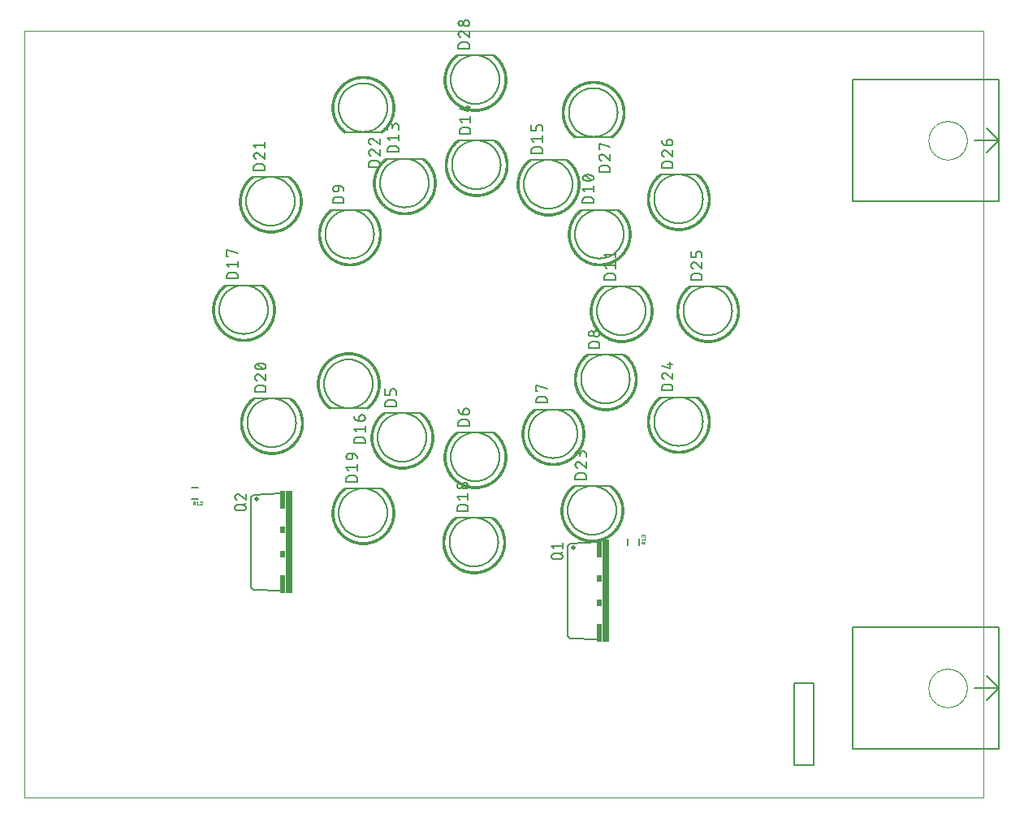
<source format=gto>
G75*
%MOIN*%
%OFA0B0*%
%FSLAX25Y25*%
%IPPOS*%
%LPD*%
%AMOC8*
5,1,8,0,0,1.08239X$1,22.5*
%
%ADD10C,0.00000*%
%ADD11C,0.00800*%
%ADD12C,0.00100*%
%ADD13C,0.00600*%
%ADD14C,0.00500*%
%ADD15C,0.02000*%
%ADD16R,0.03000X0.42000*%
%ADD17R,0.02000X0.07500*%
%ADD18R,0.02000X0.03000*%
D10*
X0001300Y0022263D02*
X0001300Y0337223D01*
X0395001Y0337223D01*
X0395001Y0022263D01*
X0001300Y0022263D01*
X0372442Y0067263D02*
X0372444Y0067456D01*
X0372451Y0067649D01*
X0372463Y0067842D01*
X0372480Y0068035D01*
X0372501Y0068227D01*
X0372527Y0068418D01*
X0372558Y0068609D01*
X0372593Y0068799D01*
X0372633Y0068988D01*
X0372678Y0069176D01*
X0372727Y0069363D01*
X0372781Y0069549D01*
X0372839Y0069733D01*
X0372902Y0069916D01*
X0372970Y0070097D01*
X0373041Y0070276D01*
X0373118Y0070454D01*
X0373198Y0070630D01*
X0373283Y0070803D01*
X0373372Y0070975D01*
X0373465Y0071144D01*
X0373562Y0071311D01*
X0373664Y0071476D01*
X0373769Y0071638D01*
X0373878Y0071797D01*
X0373992Y0071954D01*
X0374109Y0072107D01*
X0374229Y0072258D01*
X0374354Y0072406D01*
X0374482Y0072551D01*
X0374613Y0072692D01*
X0374748Y0072831D01*
X0374887Y0072966D01*
X0375028Y0073097D01*
X0375173Y0073225D01*
X0375321Y0073350D01*
X0375472Y0073470D01*
X0375625Y0073587D01*
X0375782Y0073701D01*
X0375941Y0073810D01*
X0376103Y0073915D01*
X0376268Y0074017D01*
X0376435Y0074114D01*
X0376604Y0074207D01*
X0376776Y0074296D01*
X0376949Y0074381D01*
X0377125Y0074461D01*
X0377303Y0074538D01*
X0377482Y0074609D01*
X0377663Y0074677D01*
X0377846Y0074740D01*
X0378030Y0074798D01*
X0378216Y0074852D01*
X0378403Y0074901D01*
X0378591Y0074946D01*
X0378780Y0074986D01*
X0378970Y0075021D01*
X0379161Y0075052D01*
X0379352Y0075078D01*
X0379544Y0075099D01*
X0379737Y0075116D01*
X0379930Y0075128D01*
X0380123Y0075135D01*
X0380316Y0075137D01*
X0380509Y0075135D01*
X0380702Y0075128D01*
X0380895Y0075116D01*
X0381088Y0075099D01*
X0381280Y0075078D01*
X0381471Y0075052D01*
X0381662Y0075021D01*
X0381852Y0074986D01*
X0382041Y0074946D01*
X0382229Y0074901D01*
X0382416Y0074852D01*
X0382602Y0074798D01*
X0382786Y0074740D01*
X0382969Y0074677D01*
X0383150Y0074609D01*
X0383329Y0074538D01*
X0383507Y0074461D01*
X0383683Y0074381D01*
X0383856Y0074296D01*
X0384028Y0074207D01*
X0384197Y0074114D01*
X0384364Y0074017D01*
X0384529Y0073915D01*
X0384691Y0073810D01*
X0384850Y0073701D01*
X0385007Y0073587D01*
X0385160Y0073470D01*
X0385311Y0073350D01*
X0385459Y0073225D01*
X0385604Y0073097D01*
X0385745Y0072966D01*
X0385884Y0072831D01*
X0386019Y0072692D01*
X0386150Y0072551D01*
X0386278Y0072406D01*
X0386403Y0072258D01*
X0386523Y0072107D01*
X0386640Y0071954D01*
X0386754Y0071797D01*
X0386863Y0071638D01*
X0386968Y0071476D01*
X0387070Y0071311D01*
X0387167Y0071144D01*
X0387260Y0070975D01*
X0387349Y0070803D01*
X0387434Y0070630D01*
X0387514Y0070454D01*
X0387591Y0070276D01*
X0387662Y0070097D01*
X0387730Y0069916D01*
X0387793Y0069733D01*
X0387851Y0069549D01*
X0387905Y0069363D01*
X0387954Y0069176D01*
X0387999Y0068988D01*
X0388039Y0068799D01*
X0388074Y0068609D01*
X0388105Y0068418D01*
X0388131Y0068227D01*
X0388152Y0068035D01*
X0388169Y0067842D01*
X0388181Y0067649D01*
X0388188Y0067456D01*
X0388190Y0067263D01*
X0388188Y0067070D01*
X0388181Y0066877D01*
X0388169Y0066684D01*
X0388152Y0066491D01*
X0388131Y0066299D01*
X0388105Y0066108D01*
X0388074Y0065917D01*
X0388039Y0065727D01*
X0387999Y0065538D01*
X0387954Y0065350D01*
X0387905Y0065163D01*
X0387851Y0064977D01*
X0387793Y0064793D01*
X0387730Y0064610D01*
X0387662Y0064429D01*
X0387591Y0064250D01*
X0387514Y0064072D01*
X0387434Y0063896D01*
X0387349Y0063723D01*
X0387260Y0063551D01*
X0387167Y0063382D01*
X0387070Y0063215D01*
X0386968Y0063050D01*
X0386863Y0062888D01*
X0386754Y0062729D01*
X0386640Y0062572D01*
X0386523Y0062419D01*
X0386403Y0062268D01*
X0386278Y0062120D01*
X0386150Y0061975D01*
X0386019Y0061834D01*
X0385884Y0061695D01*
X0385745Y0061560D01*
X0385604Y0061429D01*
X0385459Y0061301D01*
X0385311Y0061176D01*
X0385160Y0061056D01*
X0385007Y0060939D01*
X0384850Y0060825D01*
X0384691Y0060716D01*
X0384529Y0060611D01*
X0384364Y0060509D01*
X0384197Y0060412D01*
X0384028Y0060319D01*
X0383856Y0060230D01*
X0383683Y0060145D01*
X0383507Y0060065D01*
X0383329Y0059988D01*
X0383150Y0059917D01*
X0382969Y0059849D01*
X0382786Y0059786D01*
X0382602Y0059728D01*
X0382416Y0059674D01*
X0382229Y0059625D01*
X0382041Y0059580D01*
X0381852Y0059540D01*
X0381662Y0059505D01*
X0381471Y0059474D01*
X0381280Y0059448D01*
X0381088Y0059427D01*
X0380895Y0059410D01*
X0380702Y0059398D01*
X0380509Y0059391D01*
X0380316Y0059389D01*
X0380123Y0059391D01*
X0379930Y0059398D01*
X0379737Y0059410D01*
X0379544Y0059427D01*
X0379352Y0059448D01*
X0379161Y0059474D01*
X0378970Y0059505D01*
X0378780Y0059540D01*
X0378591Y0059580D01*
X0378403Y0059625D01*
X0378216Y0059674D01*
X0378030Y0059728D01*
X0377846Y0059786D01*
X0377663Y0059849D01*
X0377482Y0059917D01*
X0377303Y0059988D01*
X0377125Y0060065D01*
X0376949Y0060145D01*
X0376776Y0060230D01*
X0376604Y0060319D01*
X0376435Y0060412D01*
X0376268Y0060509D01*
X0376103Y0060611D01*
X0375941Y0060716D01*
X0375782Y0060825D01*
X0375625Y0060939D01*
X0375472Y0061056D01*
X0375321Y0061176D01*
X0375173Y0061301D01*
X0375028Y0061429D01*
X0374887Y0061560D01*
X0374748Y0061695D01*
X0374613Y0061834D01*
X0374482Y0061975D01*
X0374354Y0062120D01*
X0374229Y0062268D01*
X0374109Y0062419D01*
X0373992Y0062572D01*
X0373878Y0062729D01*
X0373769Y0062888D01*
X0373664Y0063050D01*
X0373562Y0063215D01*
X0373465Y0063382D01*
X0373372Y0063551D01*
X0373283Y0063723D01*
X0373198Y0063896D01*
X0373118Y0064072D01*
X0373041Y0064250D01*
X0372970Y0064429D01*
X0372902Y0064610D01*
X0372839Y0064793D01*
X0372781Y0064977D01*
X0372727Y0065163D01*
X0372678Y0065350D01*
X0372633Y0065538D01*
X0372593Y0065727D01*
X0372558Y0065917D01*
X0372527Y0066108D01*
X0372501Y0066299D01*
X0372480Y0066491D01*
X0372463Y0066684D01*
X0372451Y0066877D01*
X0372444Y0067070D01*
X0372442Y0067263D01*
X0372442Y0292263D02*
X0372444Y0292456D01*
X0372451Y0292649D01*
X0372463Y0292842D01*
X0372480Y0293035D01*
X0372501Y0293227D01*
X0372527Y0293418D01*
X0372558Y0293609D01*
X0372593Y0293799D01*
X0372633Y0293988D01*
X0372678Y0294176D01*
X0372727Y0294363D01*
X0372781Y0294549D01*
X0372839Y0294733D01*
X0372902Y0294916D01*
X0372970Y0295097D01*
X0373041Y0295276D01*
X0373118Y0295454D01*
X0373198Y0295630D01*
X0373283Y0295803D01*
X0373372Y0295975D01*
X0373465Y0296144D01*
X0373562Y0296311D01*
X0373664Y0296476D01*
X0373769Y0296638D01*
X0373878Y0296797D01*
X0373992Y0296954D01*
X0374109Y0297107D01*
X0374229Y0297258D01*
X0374354Y0297406D01*
X0374482Y0297551D01*
X0374613Y0297692D01*
X0374748Y0297831D01*
X0374887Y0297966D01*
X0375028Y0298097D01*
X0375173Y0298225D01*
X0375321Y0298350D01*
X0375472Y0298470D01*
X0375625Y0298587D01*
X0375782Y0298701D01*
X0375941Y0298810D01*
X0376103Y0298915D01*
X0376268Y0299017D01*
X0376435Y0299114D01*
X0376604Y0299207D01*
X0376776Y0299296D01*
X0376949Y0299381D01*
X0377125Y0299461D01*
X0377303Y0299538D01*
X0377482Y0299609D01*
X0377663Y0299677D01*
X0377846Y0299740D01*
X0378030Y0299798D01*
X0378216Y0299852D01*
X0378403Y0299901D01*
X0378591Y0299946D01*
X0378780Y0299986D01*
X0378970Y0300021D01*
X0379161Y0300052D01*
X0379352Y0300078D01*
X0379544Y0300099D01*
X0379737Y0300116D01*
X0379930Y0300128D01*
X0380123Y0300135D01*
X0380316Y0300137D01*
X0380509Y0300135D01*
X0380702Y0300128D01*
X0380895Y0300116D01*
X0381088Y0300099D01*
X0381280Y0300078D01*
X0381471Y0300052D01*
X0381662Y0300021D01*
X0381852Y0299986D01*
X0382041Y0299946D01*
X0382229Y0299901D01*
X0382416Y0299852D01*
X0382602Y0299798D01*
X0382786Y0299740D01*
X0382969Y0299677D01*
X0383150Y0299609D01*
X0383329Y0299538D01*
X0383507Y0299461D01*
X0383683Y0299381D01*
X0383856Y0299296D01*
X0384028Y0299207D01*
X0384197Y0299114D01*
X0384364Y0299017D01*
X0384529Y0298915D01*
X0384691Y0298810D01*
X0384850Y0298701D01*
X0385007Y0298587D01*
X0385160Y0298470D01*
X0385311Y0298350D01*
X0385459Y0298225D01*
X0385604Y0298097D01*
X0385745Y0297966D01*
X0385884Y0297831D01*
X0386019Y0297692D01*
X0386150Y0297551D01*
X0386278Y0297406D01*
X0386403Y0297258D01*
X0386523Y0297107D01*
X0386640Y0296954D01*
X0386754Y0296797D01*
X0386863Y0296638D01*
X0386968Y0296476D01*
X0387070Y0296311D01*
X0387167Y0296144D01*
X0387260Y0295975D01*
X0387349Y0295803D01*
X0387434Y0295630D01*
X0387514Y0295454D01*
X0387591Y0295276D01*
X0387662Y0295097D01*
X0387730Y0294916D01*
X0387793Y0294733D01*
X0387851Y0294549D01*
X0387905Y0294363D01*
X0387954Y0294176D01*
X0387999Y0293988D01*
X0388039Y0293799D01*
X0388074Y0293609D01*
X0388105Y0293418D01*
X0388131Y0293227D01*
X0388152Y0293035D01*
X0388169Y0292842D01*
X0388181Y0292649D01*
X0388188Y0292456D01*
X0388190Y0292263D01*
X0388188Y0292070D01*
X0388181Y0291877D01*
X0388169Y0291684D01*
X0388152Y0291491D01*
X0388131Y0291299D01*
X0388105Y0291108D01*
X0388074Y0290917D01*
X0388039Y0290727D01*
X0387999Y0290538D01*
X0387954Y0290350D01*
X0387905Y0290163D01*
X0387851Y0289977D01*
X0387793Y0289793D01*
X0387730Y0289610D01*
X0387662Y0289429D01*
X0387591Y0289250D01*
X0387514Y0289072D01*
X0387434Y0288896D01*
X0387349Y0288723D01*
X0387260Y0288551D01*
X0387167Y0288382D01*
X0387070Y0288215D01*
X0386968Y0288050D01*
X0386863Y0287888D01*
X0386754Y0287729D01*
X0386640Y0287572D01*
X0386523Y0287419D01*
X0386403Y0287268D01*
X0386278Y0287120D01*
X0386150Y0286975D01*
X0386019Y0286834D01*
X0385884Y0286695D01*
X0385745Y0286560D01*
X0385604Y0286429D01*
X0385459Y0286301D01*
X0385311Y0286176D01*
X0385160Y0286056D01*
X0385007Y0285939D01*
X0384850Y0285825D01*
X0384691Y0285716D01*
X0384529Y0285611D01*
X0384364Y0285509D01*
X0384197Y0285412D01*
X0384028Y0285319D01*
X0383856Y0285230D01*
X0383683Y0285145D01*
X0383507Y0285065D01*
X0383329Y0284988D01*
X0383150Y0284917D01*
X0382969Y0284849D01*
X0382786Y0284786D01*
X0382602Y0284728D01*
X0382416Y0284674D01*
X0382229Y0284625D01*
X0382041Y0284580D01*
X0381852Y0284540D01*
X0381662Y0284505D01*
X0381471Y0284474D01*
X0381280Y0284448D01*
X0381088Y0284427D01*
X0380895Y0284410D01*
X0380702Y0284398D01*
X0380509Y0284391D01*
X0380316Y0284389D01*
X0380123Y0284391D01*
X0379930Y0284398D01*
X0379737Y0284410D01*
X0379544Y0284427D01*
X0379352Y0284448D01*
X0379161Y0284474D01*
X0378970Y0284505D01*
X0378780Y0284540D01*
X0378591Y0284580D01*
X0378403Y0284625D01*
X0378216Y0284674D01*
X0378030Y0284728D01*
X0377846Y0284786D01*
X0377663Y0284849D01*
X0377482Y0284917D01*
X0377303Y0284988D01*
X0377125Y0285065D01*
X0376949Y0285145D01*
X0376776Y0285230D01*
X0376604Y0285319D01*
X0376435Y0285412D01*
X0376268Y0285509D01*
X0376103Y0285611D01*
X0375941Y0285716D01*
X0375782Y0285825D01*
X0375625Y0285939D01*
X0375472Y0286056D01*
X0375321Y0286176D01*
X0375173Y0286301D01*
X0375028Y0286429D01*
X0374887Y0286560D01*
X0374748Y0286695D01*
X0374613Y0286834D01*
X0374482Y0286975D01*
X0374354Y0287120D01*
X0374229Y0287268D01*
X0374109Y0287419D01*
X0373992Y0287572D01*
X0373878Y0287729D01*
X0373769Y0287888D01*
X0373664Y0288050D01*
X0373562Y0288215D01*
X0373465Y0288382D01*
X0373372Y0288551D01*
X0373283Y0288723D01*
X0373198Y0288896D01*
X0373118Y0289072D01*
X0373041Y0289250D01*
X0372970Y0289429D01*
X0372902Y0289610D01*
X0372839Y0289793D01*
X0372781Y0289977D01*
X0372727Y0290163D01*
X0372678Y0290350D01*
X0372633Y0290538D01*
X0372593Y0290727D01*
X0372558Y0290917D01*
X0372527Y0291108D01*
X0372501Y0291299D01*
X0372480Y0291491D01*
X0372463Y0291684D01*
X0372451Y0291877D01*
X0372444Y0292070D01*
X0372442Y0292263D01*
D11*
X0289300Y0232263D02*
X0274300Y0232263D01*
X0253800Y0232263D02*
X0238800Y0232263D01*
X0232300Y0204263D02*
X0247300Y0204263D01*
X0262300Y0186763D02*
X0277300Y0186763D01*
X0241800Y0150263D02*
X0226800Y0150263D01*
X0193300Y0137263D02*
X0178300Y0137263D01*
X0147800Y0149263D02*
X0132800Y0149263D01*
X0126800Y0182263D02*
X0141800Y0182263D01*
X0148800Y0180263D02*
X0163800Y0180263D01*
X0178800Y0172263D02*
X0193800Y0172263D01*
X0210800Y0181763D02*
X0225800Y0181763D01*
X0229800Y0263763D02*
X0244800Y0263763D01*
X0262300Y0278263D02*
X0277300Y0278263D01*
X0242300Y0293763D02*
X0227300Y0293763D01*
X0223800Y0284263D02*
X0208800Y0284263D01*
X0194300Y0292263D02*
X0179300Y0292263D01*
X0164800Y0284763D02*
X0149800Y0284763D01*
X0147800Y0295763D02*
X0132800Y0295763D01*
X0109800Y0277263D02*
X0094800Y0277263D01*
X0127300Y0263763D02*
X0142300Y0263763D01*
X0098800Y0232763D02*
X0083800Y0232763D01*
X0095300Y0186263D02*
X0110300Y0186263D01*
X0178800Y0327263D02*
X0193800Y0327263D01*
D12*
X0178491Y0327592D02*
X0179031Y0326872D01*
X0179030Y0326873D02*
X0178797Y0326692D01*
X0178569Y0326506D01*
X0178345Y0326314D01*
X0178126Y0326117D01*
X0177912Y0325915D01*
X0177703Y0325707D01*
X0177500Y0325494D01*
X0177301Y0325277D01*
X0177108Y0325054D01*
X0176920Y0324827D01*
X0176738Y0324596D01*
X0176561Y0324360D01*
X0176391Y0324119D01*
X0176226Y0323875D01*
X0176068Y0323627D01*
X0175915Y0323375D01*
X0175769Y0323119D01*
X0175629Y0322860D01*
X0175495Y0322597D01*
X0175368Y0322332D01*
X0175247Y0322063D01*
X0175133Y0321791D01*
X0175026Y0321517D01*
X0174925Y0321240D01*
X0174831Y0320961D01*
X0174744Y0320679D01*
X0174664Y0320396D01*
X0174591Y0320110D01*
X0174525Y0319823D01*
X0174466Y0319534D01*
X0174414Y0319244D01*
X0174369Y0318953D01*
X0174331Y0318661D01*
X0174301Y0318368D01*
X0174277Y0318074D01*
X0174261Y0317780D01*
X0174252Y0317486D01*
X0174250Y0317191D01*
X0174256Y0316896D01*
X0174268Y0316602D01*
X0174288Y0316308D01*
X0174315Y0316015D01*
X0174349Y0315722D01*
X0174390Y0315430D01*
X0174439Y0315140D01*
X0174494Y0314850D01*
X0174556Y0314563D01*
X0174626Y0314276D01*
X0174703Y0313992D01*
X0174786Y0313709D01*
X0174876Y0313429D01*
X0174973Y0313151D01*
X0175077Y0312875D01*
X0175188Y0312602D01*
X0175305Y0312332D01*
X0175429Y0312064D01*
X0175559Y0311800D01*
X0175696Y0311539D01*
X0175839Y0311282D01*
X0175989Y0311028D01*
X0176144Y0310777D01*
X0176306Y0310531D01*
X0176473Y0310289D01*
X0176647Y0310051D01*
X0176826Y0309817D01*
X0177011Y0309587D01*
X0177201Y0309363D01*
X0177397Y0309142D01*
X0177598Y0308927D01*
X0177805Y0308717D01*
X0178016Y0308512D01*
X0178233Y0308312D01*
X0178454Y0308117D01*
X0178680Y0307928D01*
X0178910Y0307745D01*
X0179145Y0307567D01*
X0179385Y0307395D01*
X0179628Y0307229D01*
X0179875Y0307069D01*
X0180126Y0306915D01*
X0180381Y0306767D01*
X0180640Y0306625D01*
X0180901Y0306490D01*
X0181166Y0306361D01*
X0181434Y0306239D01*
X0181705Y0306123D01*
X0181979Y0306014D01*
X0182255Y0305912D01*
X0182534Y0305817D01*
X0182815Y0305728D01*
X0183098Y0305646D01*
X0183383Y0305571D01*
X0183670Y0305504D01*
X0183958Y0305443D01*
X0184248Y0305389D01*
X0184539Y0305342D01*
X0184831Y0305303D01*
X0185123Y0305271D01*
X0185417Y0305245D01*
X0185711Y0305227D01*
X0186005Y0305217D01*
X0186300Y0305213D01*
X0186595Y0305217D01*
X0186889Y0305227D01*
X0187183Y0305245D01*
X0187477Y0305271D01*
X0187769Y0305303D01*
X0188061Y0305342D01*
X0188352Y0305389D01*
X0188642Y0305443D01*
X0188930Y0305504D01*
X0189217Y0305571D01*
X0189502Y0305646D01*
X0189785Y0305728D01*
X0190066Y0305817D01*
X0190345Y0305912D01*
X0190621Y0306014D01*
X0190895Y0306123D01*
X0191166Y0306239D01*
X0191434Y0306361D01*
X0191699Y0306490D01*
X0191960Y0306625D01*
X0192219Y0306767D01*
X0192474Y0306915D01*
X0192725Y0307069D01*
X0192972Y0307229D01*
X0193215Y0307395D01*
X0193455Y0307567D01*
X0193690Y0307745D01*
X0193920Y0307928D01*
X0194146Y0308117D01*
X0194367Y0308312D01*
X0194584Y0308512D01*
X0194795Y0308717D01*
X0195002Y0308927D01*
X0195203Y0309142D01*
X0195399Y0309363D01*
X0195589Y0309587D01*
X0195774Y0309817D01*
X0195953Y0310051D01*
X0196127Y0310289D01*
X0196294Y0310531D01*
X0196456Y0310777D01*
X0196611Y0311028D01*
X0196761Y0311282D01*
X0196904Y0311539D01*
X0197041Y0311800D01*
X0197171Y0312064D01*
X0197295Y0312332D01*
X0197412Y0312602D01*
X0197523Y0312875D01*
X0197627Y0313151D01*
X0197724Y0313429D01*
X0197814Y0313709D01*
X0197897Y0313992D01*
X0197974Y0314276D01*
X0198044Y0314563D01*
X0198106Y0314850D01*
X0198161Y0315140D01*
X0198210Y0315430D01*
X0198251Y0315722D01*
X0198285Y0316015D01*
X0198312Y0316308D01*
X0198332Y0316602D01*
X0198344Y0316896D01*
X0198350Y0317191D01*
X0198348Y0317486D01*
X0198339Y0317780D01*
X0198323Y0318074D01*
X0198299Y0318368D01*
X0198269Y0318661D01*
X0198231Y0318953D01*
X0198186Y0319244D01*
X0198134Y0319534D01*
X0198075Y0319823D01*
X0198009Y0320110D01*
X0197936Y0320396D01*
X0197856Y0320679D01*
X0197769Y0320961D01*
X0197675Y0321240D01*
X0197574Y0321517D01*
X0197467Y0321791D01*
X0197353Y0322063D01*
X0197232Y0322332D01*
X0197105Y0322597D01*
X0196971Y0322860D01*
X0196831Y0323119D01*
X0196685Y0323375D01*
X0196532Y0323627D01*
X0196374Y0323875D01*
X0196209Y0324119D01*
X0196039Y0324360D01*
X0195862Y0324596D01*
X0195680Y0324827D01*
X0195492Y0325054D01*
X0195299Y0325277D01*
X0195100Y0325494D01*
X0194897Y0325707D01*
X0194688Y0325915D01*
X0194474Y0326117D01*
X0194255Y0326314D01*
X0194031Y0326506D01*
X0193803Y0326692D01*
X0193570Y0326873D01*
X0194109Y0327592D01*
X0194110Y0327593D01*
X0194360Y0327399D01*
X0194606Y0327199D01*
X0194846Y0326993D01*
X0195081Y0326781D01*
X0195311Y0326563D01*
X0195536Y0326340D01*
X0195755Y0326112D01*
X0195969Y0325878D01*
X0196177Y0325639D01*
X0196379Y0325395D01*
X0196574Y0325146D01*
X0196764Y0324892D01*
X0196947Y0324634D01*
X0197124Y0324372D01*
X0197295Y0324105D01*
X0197459Y0323834D01*
X0197616Y0323559D01*
X0197767Y0323281D01*
X0197911Y0322998D01*
X0198047Y0322713D01*
X0198177Y0322424D01*
X0198300Y0322132D01*
X0198415Y0321837D01*
X0198523Y0321540D01*
X0198624Y0321239D01*
X0198718Y0320937D01*
X0198804Y0320632D01*
X0198883Y0320325D01*
X0198954Y0320017D01*
X0199017Y0319707D01*
X0199073Y0319395D01*
X0199122Y0319082D01*
X0199162Y0318768D01*
X0199195Y0318453D01*
X0199220Y0318137D01*
X0199238Y0317821D01*
X0199248Y0317505D01*
X0199250Y0317188D01*
X0199244Y0316871D01*
X0199231Y0316555D01*
X0199209Y0316239D01*
X0199181Y0315924D01*
X0199144Y0315609D01*
X0199100Y0315296D01*
X0199048Y0314983D01*
X0198988Y0314672D01*
X0198921Y0314363D01*
X0198846Y0314055D01*
X0198764Y0313749D01*
X0198675Y0313446D01*
X0198578Y0313144D01*
X0198473Y0312845D01*
X0198361Y0312549D01*
X0198243Y0312255D01*
X0198117Y0311965D01*
X0197984Y0311678D01*
X0197843Y0311393D01*
X0197696Y0311113D01*
X0197543Y0310836D01*
X0197382Y0310563D01*
X0197215Y0310294D01*
X0197041Y0310029D01*
X0196861Y0309769D01*
X0196675Y0309513D01*
X0196482Y0309262D01*
X0196284Y0309015D01*
X0196079Y0308773D01*
X0195869Y0308537D01*
X0195652Y0308305D01*
X0195430Y0308080D01*
X0195203Y0307859D01*
X0194971Y0307644D01*
X0194733Y0307435D01*
X0194490Y0307232D01*
X0194242Y0307034D01*
X0193990Y0306843D01*
X0193733Y0306658D01*
X0193471Y0306480D01*
X0193205Y0306308D01*
X0192936Y0306142D01*
X0192662Y0305983D01*
X0192384Y0305831D01*
X0192103Y0305686D01*
X0191818Y0305547D01*
X0191530Y0305416D01*
X0191238Y0305292D01*
X0190944Y0305174D01*
X0190647Y0305064D01*
X0190348Y0304962D01*
X0190046Y0304867D01*
X0189742Y0304779D01*
X0189435Y0304698D01*
X0189127Y0304625D01*
X0188817Y0304560D01*
X0188506Y0304502D01*
X0188193Y0304452D01*
X0187879Y0304410D01*
X0187565Y0304375D01*
X0187249Y0304348D01*
X0186933Y0304328D01*
X0186617Y0304317D01*
X0186300Y0304313D01*
X0185983Y0304317D01*
X0185667Y0304328D01*
X0185351Y0304348D01*
X0185035Y0304375D01*
X0184721Y0304410D01*
X0184407Y0304452D01*
X0184094Y0304502D01*
X0183783Y0304560D01*
X0183473Y0304625D01*
X0183165Y0304698D01*
X0182858Y0304779D01*
X0182554Y0304867D01*
X0182252Y0304962D01*
X0181953Y0305064D01*
X0181656Y0305174D01*
X0181362Y0305292D01*
X0181070Y0305416D01*
X0180782Y0305547D01*
X0180497Y0305686D01*
X0180216Y0305831D01*
X0179938Y0305983D01*
X0179664Y0306142D01*
X0179395Y0306308D01*
X0179129Y0306480D01*
X0178867Y0306658D01*
X0178610Y0306843D01*
X0178358Y0307034D01*
X0178110Y0307232D01*
X0177867Y0307435D01*
X0177629Y0307644D01*
X0177397Y0307859D01*
X0177170Y0308080D01*
X0176948Y0308305D01*
X0176731Y0308537D01*
X0176521Y0308773D01*
X0176316Y0309015D01*
X0176118Y0309262D01*
X0175925Y0309513D01*
X0175739Y0309769D01*
X0175559Y0310029D01*
X0175385Y0310294D01*
X0175218Y0310563D01*
X0175057Y0310836D01*
X0174904Y0311113D01*
X0174757Y0311393D01*
X0174616Y0311678D01*
X0174483Y0311965D01*
X0174357Y0312255D01*
X0174239Y0312549D01*
X0174127Y0312845D01*
X0174022Y0313144D01*
X0173925Y0313446D01*
X0173836Y0313749D01*
X0173754Y0314055D01*
X0173679Y0314363D01*
X0173612Y0314672D01*
X0173552Y0314983D01*
X0173500Y0315296D01*
X0173456Y0315609D01*
X0173419Y0315924D01*
X0173391Y0316239D01*
X0173369Y0316555D01*
X0173356Y0316871D01*
X0173350Y0317188D01*
X0173352Y0317505D01*
X0173362Y0317821D01*
X0173380Y0318137D01*
X0173405Y0318453D01*
X0173438Y0318768D01*
X0173478Y0319082D01*
X0173527Y0319395D01*
X0173583Y0319707D01*
X0173646Y0320017D01*
X0173717Y0320325D01*
X0173796Y0320632D01*
X0173882Y0320937D01*
X0173976Y0321239D01*
X0174077Y0321540D01*
X0174185Y0321837D01*
X0174300Y0322132D01*
X0174423Y0322424D01*
X0174553Y0322713D01*
X0174689Y0322998D01*
X0174833Y0323281D01*
X0174984Y0323559D01*
X0175141Y0323834D01*
X0175305Y0324105D01*
X0175476Y0324372D01*
X0175653Y0324634D01*
X0175836Y0324892D01*
X0176026Y0325146D01*
X0176221Y0325395D01*
X0176423Y0325639D01*
X0176631Y0325878D01*
X0176845Y0326112D01*
X0177064Y0326340D01*
X0177289Y0326563D01*
X0177519Y0326781D01*
X0177754Y0326993D01*
X0177994Y0327199D01*
X0178240Y0327399D01*
X0178490Y0327593D01*
X0178546Y0327518D01*
X0178298Y0327325D01*
X0178054Y0327126D01*
X0177816Y0326922D01*
X0177582Y0326712D01*
X0177354Y0326496D01*
X0177131Y0326274D01*
X0176913Y0326047D01*
X0176701Y0325815D01*
X0176495Y0325578D01*
X0176294Y0325336D01*
X0176100Y0325088D01*
X0175912Y0324837D01*
X0175730Y0324580D01*
X0175554Y0324320D01*
X0175385Y0324055D01*
X0175222Y0323786D01*
X0175066Y0323513D01*
X0174916Y0323237D01*
X0174774Y0322957D01*
X0174638Y0322673D01*
X0174509Y0322386D01*
X0174387Y0322096D01*
X0174273Y0321804D01*
X0174165Y0321508D01*
X0174065Y0321210D01*
X0173972Y0320910D01*
X0173887Y0320607D01*
X0173809Y0320303D01*
X0173738Y0319997D01*
X0173675Y0319689D01*
X0173619Y0319379D01*
X0173571Y0319069D01*
X0173531Y0318757D01*
X0173498Y0318444D01*
X0173473Y0318131D01*
X0173456Y0317817D01*
X0173446Y0317503D01*
X0173444Y0317188D01*
X0173450Y0316874D01*
X0173463Y0316560D01*
X0173484Y0316246D01*
X0173513Y0315933D01*
X0173549Y0315621D01*
X0173593Y0315310D01*
X0173645Y0315000D01*
X0173704Y0314691D01*
X0173771Y0314384D01*
X0173845Y0314078D01*
X0173926Y0313775D01*
X0174015Y0313473D01*
X0174112Y0313174D01*
X0174215Y0312877D01*
X0174326Y0312583D01*
X0174444Y0312292D01*
X0174569Y0312003D01*
X0174701Y0311718D01*
X0174840Y0311436D01*
X0174986Y0311158D01*
X0175139Y0310883D01*
X0175298Y0310612D01*
X0175464Y0310345D01*
X0175637Y0310082D01*
X0175815Y0309823D01*
X0176000Y0309569D01*
X0176192Y0309320D01*
X0176389Y0309075D01*
X0176592Y0308835D01*
X0176801Y0308600D01*
X0177016Y0308370D01*
X0177236Y0308146D01*
X0177461Y0307927D01*
X0177692Y0307714D01*
X0177928Y0307506D01*
X0178170Y0307304D01*
X0178415Y0307109D01*
X0178666Y0306919D01*
X0178921Y0306735D01*
X0179181Y0306558D01*
X0179445Y0306387D01*
X0179713Y0306223D01*
X0179985Y0306065D01*
X0180260Y0305914D01*
X0180540Y0305770D01*
X0180822Y0305632D01*
X0181108Y0305502D01*
X0181397Y0305378D01*
X0181690Y0305262D01*
X0181984Y0305153D01*
X0182282Y0305051D01*
X0182581Y0304957D01*
X0182884Y0304869D01*
X0183188Y0304789D01*
X0183493Y0304717D01*
X0183801Y0304652D01*
X0184110Y0304595D01*
X0184421Y0304545D01*
X0184732Y0304503D01*
X0185045Y0304468D01*
X0185358Y0304442D01*
X0185672Y0304422D01*
X0185986Y0304411D01*
X0186300Y0304407D01*
X0186614Y0304411D01*
X0186928Y0304422D01*
X0187242Y0304442D01*
X0187555Y0304468D01*
X0187868Y0304503D01*
X0188179Y0304545D01*
X0188490Y0304595D01*
X0188799Y0304652D01*
X0189107Y0304717D01*
X0189412Y0304789D01*
X0189716Y0304869D01*
X0190019Y0304957D01*
X0190318Y0305051D01*
X0190616Y0305153D01*
X0190910Y0305262D01*
X0191203Y0305378D01*
X0191492Y0305502D01*
X0191778Y0305632D01*
X0192060Y0305770D01*
X0192340Y0305914D01*
X0192615Y0306065D01*
X0192887Y0306223D01*
X0193155Y0306387D01*
X0193419Y0306558D01*
X0193679Y0306735D01*
X0193934Y0306919D01*
X0194185Y0307109D01*
X0194430Y0307304D01*
X0194672Y0307506D01*
X0194908Y0307714D01*
X0195139Y0307927D01*
X0195364Y0308146D01*
X0195584Y0308370D01*
X0195799Y0308600D01*
X0196008Y0308835D01*
X0196211Y0309075D01*
X0196408Y0309320D01*
X0196600Y0309569D01*
X0196785Y0309823D01*
X0196963Y0310082D01*
X0197136Y0310345D01*
X0197302Y0310612D01*
X0197461Y0310883D01*
X0197614Y0311158D01*
X0197760Y0311436D01*
X0197899Y0311718D01*
X0198031Y0312003D01*
X0198156Y0312292D01*
X0198274Y0312583D01*
X0198385Y0312877D01*
X0198488Y0313174D01*
X0198585Y0313473D01*
X0198674Y0313775D01*
X0198755Y0314078D01*
X0198829Y0314384D01*
X0198896Y0314691D01*
X0198955Y0315000D01*
X0199007Y0315310D01*
X0199051Y0315621D01*
X0199087Y0315933D01*
X0199116Y0316246D01*
X0199137Y0316560D01*
X0199150Y0316874D01*
X0199156Y0317188D01*
X0199154Y0317503D01*
X0199144Y0317817D01*
X0199127Y0318131D01*
X0199102Y0318444D01*
X0199069Y0318757D01*
X0199029Y0319069D01*
X0198981Y0319379D01*
X0198925Y0319689D01*
X0198862Y0319997D01*
X0198791Y0320303D01*
X0198713Y0320607D01*
X0198628Y0320910D01*
X0198535Y0321210D01*
X0198435Y0321508D01*
X0198327Y0321804D01*
X0198213Y0322096D01*
X0198091Y0322386D01*
X0197962Y0322673D01*
X0197826Y0322957D01*
X0197684Y0323237D01*
X0197534Y0323513D01*
X0197378Y0323786D01*
X0197215Y0324055D01*
X0197046Y0324320D01*
X0196870Y0324580D01*
X0196688Y0324837D01*
X0196500Y0325088D01*
X0196306Y0325336D01*
X0196105Y0325578D01*
X0195899Y0325815D01*
X0195687Y0326047D01*
X0195469Y0326274D01*
X0195246Y0326496D01*
X0195018Y0326712D01*
X0194784Y0326922D01*
X0194546Y0327126D01*
X0194302Y0327325D01*
X0194054Y0327518D01*
X0193997Y0327443D01*
X0194244Y0327251D01*
X0194486Y0327054D01*
X0194723Y0326851D01*
X0194954Y0326642D01*
X0195181Y0326428D01*
X0195403Y0326208D01*
X0195619Y0325983D01*
X0195829Y0325752D01*
X0196034Y0325517D01*
X0196233Y0325276D01*
X0196426Y0325031D01*
X0196612Y0324781D01*
X0196793Y0324527D01*
X0196968Y0324268D01*
X0197136Y0324005D01*
X0197297Y0323738D01*
X0197452Y0323467D01*
X0197601Y0323193D01*
X0197742Y0322915D01*
X0197877Y0322633D01*
X0198005Y0322349D01*
X0198126Y0322061D01*
X0198240Y0321770D01*
X0198346Y0321477D01*
X0198446Y0321181D01*
X0198538Y0320883D01*
X0198623Y0320583D01*
X0198700Y0320280D01*
X0198770Y0319976D01*
X0198833Y0319671D01*
X0198888Y0319364D01*
X0198936Y0319055D01*
X0198976Y0318746D01*
X0199008Y0318435D01*
X0199033Y0318124D01*
X0199050Y0317813D01*
X0199060Y0317501D01*
X0199062Y0317189D01*
X0199056Y0316877D01*
X0199043Y0316565D01*
X0199022Y0316254D01*
X0198994Y0315943D01*
X0198957Y0315633D01*
X0198914Y0315324D01*
X0198863Y0315016D01*
X0198804Y0314709D01*
X0198738Y0314405D01*
X0198664Y0314101D01*
X0198583Y0313800D01*
X0198495Y0313501D01*
X0198399Y0313204D01*
X0198296Y0312909D01*
X0198186Y0312617D01*
X0198069Y0312328D01*
X0197945Y0312041D01*
X0197814Y0311758D01*
X0197676Y0311478D01*
X0197531Y0311202D01*
X0197379Y0310929D01*
X0197221Y0310660D01*
X0197056Y0310395D01*
X0196885Y0310134D01*
X0196708Y0309878D01*
X0196524Y0309625D01*
X0196334Y0309378D01*
X0196139Y0309135D01*
X0195937Y0308896D01*
X0195729Y0308663D01*
X0195516Y0308435D01*
X0195298Y0308213D01*
X0195074Y0307995D01*
X0194845Y0307784D01*
X0194610Y0307578D01*
X0194371Y0307377D01*
X0194127Y0307183D01*
X0193878Y0306995D01*
X0193625Y0306812D01*
X0193367Y0306636D01*
X0193105Y0306467D01*
X0192839Y0306304D01*
X0192569Y0306147D01*
X0192295Y0305997D01*
X0192018Y0305854D01*
X0191738Y0305717D01*
X0191454Y0305588D01*
X0191167Y0305465D01*
X0190877Y0305350D01*
X0190584Y0305242D01*
X0190289Y0305140D01*
X0189991Y0305046D01*
X0189691Y0304960D01*
X0189390Y0304881D01*
X0189086Y0304809D01*
X0188781Y0304744D01*
X0188474Y0304687D01*
X0188166Y0304638D01*
X0187856Y0304596D01*
X0187546Y0304562D01*
X0187235Y0304535D01*
X0186924Y0304516D01*
X0186612Y0304505D01*
X0186300Y0304501D01*
X0185988Y0304505D01*
X0185676Y0304516D01*
X0185365Y0304535D01*
X0185054Y0304562D01*
X0184744Y0304596D01*
X0184434Y0304638D01*
X0184126Y0304687D01*
X0183819Y0304744D01*
X0183514Y0304809D01*
X0183210Y0304881D01*
X0182909Y0304960D01*
X0182609Y0305046D01*
X0182311Y0305140D01*
X0182016Y0305242D01*
X0181723Y0305350D01*
X0181433Y0305465D01*
X0181146Y0305588D01*
X0180862Y0305717D01*
X0180582Y0305854D01*
X0180305Y0305997D01*
X0180031Y0306147D01*
X0179761Y0306304D01*
X0179495Y0306467D01*
X0179233Y0306636D01*
X0178975Y0306812D01*
X0178722Y0306995D01*
X0178473Y0307183D01*
X0178229Y0307377D01*
X0177990Y0307578D01*
X0177755Y0307784D01*
X0177526Y0307995D01*
X0177302Y0308213D01*
X0177084Y0308435D01*
X0176871Y0308663D01*
X0176663Y0308896D01*
X0176461Y0309135D01*
X0176266Y0309378D01*
X0176076Y0309625D01*
X0175892Y0309878D01*
X0175715Y0310134D01*
X0175544Y0310395D01*
X0175379Y0310660D01*
X0175221Y0310929D01*
X0175069Y0311202D01*
X0174924Y0311478D01*
X0174786Y0311758D01*
X0174655Y0312041D01*
X0174531Y0312328D01*
X0174414Y0312617D01*
X0174304Y0312909D01*
X0174201Y0313204D01*
X0174105Y0313501D01*
X0174017Y0313800D01*
X0173936Y0314101D01*
X0173862Y0314405D01*
X0173796Y0314709D01*
X0173737Y0315016D01*
X0173686Y0315324D01*
X0173643Y0315633D01*
X0173606Y0315943D01*
X0173578Y0316254D01*
X0173557Y0316565D01*
X0173544Y0316877D01*
X0173538Y0317189D01*
X0173540Y0317501D01*
X0173550Y0317813D01*
X0173567Y0318124D01*
X0173592Y0318435D01*
X0173624Y0318746D01*
X0173664Y0319055D01*
X0173712Y0319364D01*
X0173767Y0319671D01*
X0173830Y0319976D01*
X0173900Y0320280D01*
X0173977Y0320583D01*
X0174062Y0320883D01*
X0174154Y0321181D01*
X0174254Y0321477D01*
X0174360Y0321770D01*
X0174474Y0322061D01*
X0174595Y0322349D01*
X0174723Y0322633D01*
X0174858Y0322915D01*
X0174999Y0323193D01*
X0175148Y0323467D01*
X0175303Y0323738D01*
X0175464Y0324005D01*
X0175632Y0324268D01*
X0175807Y0324527D01*
X0175988Y0324781D01*
X0176174Y0325031D01*
X0176367Y0325276D01*
X0176566Y0325517D01*
X0176771Y0325752D01*
X0176981Y0325983D01*
X0177197Y0326208D01*
X0177419Y0326428D01*
X0177646Y0326642D01*
X0177877Y0326851D01*
X0178114Y0327054D01*
X0178356Y0327251D01*
X0178603Y0327443D01*
X0178659Y0327367D01*
X0178414Y0327177D01*
X0178174Y0326982D01*
X0177939Y0326780D01*
X0177709Y0326573D01*
X0177484Y0326360D01*
X0177264Y0326142D01*
X0177050Y0325918D01*
X0176841Y0325689D01*
X0176638Y0325456D01*
X0176440Y0325217D01*
X0176249Y0324974D01*
X0176063Y0324725D01*
X0175884Y0324473D01*
X0175711Y0324216D01*
X0175544Y0323955D01*
X0175383Y0323690D01*
X0175230Y0323421D01*
X0175082Y0323149D01*
X0174942Y0322873D01*
X0174808Y0322593D01*
X0174681Y0322311D01*
X0174561Y0322025D01*
X0174448Y0321737D01*
X0174342Y0321446D01*
X0174244Y0321152D01*
X0174152Y0320856D01*
X0174068Y0320558D01*
X0173991Y0320258D01*
X0173922Y0319956D01*
X0173859Y0319653D01*
X0173805Y0319348D01*
X0173757Y0319042D01*
X0173718Y0318734D01*
X0173686Y0318426D01*
X0173661Y0318118D01*
X0173644Y0317808D01*
X0173634Y0317499D01*
X0173632Y0317189D01*
X0173638Y0316879D01*
X0173651Y0316570D01*
X0173672Y0316261D01*
X0173700Y0315952D01*
X0173736Y0315645D01*
X0173779Y0315338D01*
X0173830Y0315032D01*
X0173888Y0314728D01*
X0173954Y0314425D01*
X0174027Y0314124D01*
X0174107Y0313825D01*
X0174195Y0313528D01*
X0174290Y0313233D01*
X0174392Y0312941D01*
X0174501Y0312651D01*
X0174618Y0312364D01*
X0174741Y0312080D01*
X0174871Y0311799D01*
X0175008Y0311521D01*
X0175152Y0311247D01*
X0175302Y0310976D01*
X0175459Y0310709D01*
X0175623Y0310446D01*
X0175793Y0310187D01*
X0175969Y0309932D01*
X0176151Y0309681D01*
X0176340Y0309436D01*
X0176534Y0309194D01*
X0176734Y0308958D01*
X0176940Y0308727D01*
X0177152Y0308500D01*
X0177369Y0308279D01*
X0177591Y0308064D01*
X0177818Y0307853D01*
X0178051Y0307649D01*
X0178289Y0307450D01*
X0178531Y0307257D01*
X0178778Y0307070D01*
X0179029Y0306889D01*
X0179285Y0306715D01*
X0179545Y0306546D01*
X0179809Y0306384D01*
X0180077Y0306229D01*
X0180349Y0306080D01*
X0180624Y0305938D01*
X0180903Y0305802D01*
X0181184Y0305674D01*
X0181469Y0305552D01*
X0181757Y0305438D01*
X0182048Y0305330D01*
X0182341Y0305230D01*
X0182636Y0305136D01*
X0182934Y0305050D01*
X0183233Y0304972D01*
X0183535Y0304901D01*
X0183838Y0304837D01*
X0184142Y0304780D01*
X0184448Y0304731D01*
X0184755Y0304690D01*
X0185063Y0304656D01*
X0185372Y0304629D01*
X0185681Y0304610D01*
X0185990Y0304599D01*
X0186300Y0304595D01*
X0186610Y0304599D01*
X0186919Y0304610D01*
X0187228Y0304629D01*
X0187537Y0304656D01*
X0187845Y0304690D01*
X0188152Y0304731D01*
X0188458Y0304780D01*
X0188762Y0304837D01*
X0189065Y0304901D01*
X0189367Y0304972D01*
X0189666Y0305050D01*
X0189964Y0305136D01*
X0190259Y0305230D01*
X0190552Y0305330D01*
X0190843Y0305438D01*
X0191131Y0305552D01*
X0191416Y0305674D01*
X0191697Y0305802D01*
X0191976Y0305938D01*
X0192251Y0306080D01*
X0192523Y0306229D01*
X0192791Y0306384D01*
X0193055Y0306546D01*
X0193315Y0306715D01*
X0193571Y0306889D01*
X0193822Y0307070D01*
X0194069Y0307257D01*
X0194311Y0307450D01*
X0194549Y0307649D01*
X0194782Y0307853D01*
X0195009Y0308064D01*
X0195231Y0308279D01*
X0195448Y0308500D01*
X0195660Y0308727D01*
X0195866Y0308958D01*
X0196066Y0309194D01*
X0196260Y0309436D01*
X0196449Y0309681D01*
X0196631Y0309932D01*
X0196807Y0310187D01*
X0196977Y0310446D01*
X0197141Y0310709D01*
X0197298Y0310976D01*
X0197448Y0311247D01*
X0197592Y0311521D01*
X0197729Y0311799D01*
X0197859Y0312080D01*
X0197982Y0312364D01*
X0198099Y0312651D01*
X0198208Y0312941D01*
X0198310Y0313233D01*
X0198405Y0313528D01*
X0198493Y0313825D01*
X0198573Y0314124D01*
X0198646Y0314425D01*
X0198712Y0314728D01*
X0198770Y0315032D01*
X0198821Y0315338D01*
X0198864Y0315645D01*
X0198900Y0315952D01*
X0198928Y0316261D01*
X0198949Y0316570D01*
X0198962Y0316879D01*
X0198968Y0317189D01*
X0198966Y0317499D01*
X0198956Y0317808D01*
X0198939Y0318118D01*
X0198914Y0318426D01*
X0198882Y0318734D01*
X0198843Y0319042D01*
X0198795Y0319348D01*
X0198741Y0319653D01*
X0198678Y0319956D01*
X0198609Y0320258D01*
X0198532Y0320558D01*
X0198448Y0320856D01*
X0198356Y0321152D01*
X0198258Y0321446D01*
X0198152Y0321737D01*
X0198039Y0322025D01*
X0197919Y0322311D01*
X0197792Y0322593D01*
X0197658Y0322873D01*
X0197518Y0323149D01*
X0197370Y0323421D01*
X0197217Y0323690D01*
X0197056Y0323955D01*
X0196889Y0324216D01*
X0196716Y0324473D01*
X0196537Y0324725D01*
X0196351Y0324974D01*
X0196160Y0325217D01*
X0195962Y0325456D01*
X0195759Y0325689D01*
X0195550Y0325918D01*
X0195336Y0326142D01*
X0195116Y0326360D01*
X0194891Y0326573D01*
X0194661Y0326780D01*
X0194426Y0326982D01*
X0194186Y0327177D01*
X0193941Y0327367D01*
X0193884Y0327292D01*
X0194127Y0327104D01*
X0194366Y0326909D01*
X0194599Y0326709D01*
X0194827Y0326504D01*
X0195051Y0326292D01*
X0195269Y0326076D01*
X0195482Y0325854D01*
X0195689Y0325627D01*
X0195891Y0325395D01*
X0196087Y0325158D01*
X0196277Y0324916D01*
X0196461Y0324670D01*
X0196639Y0324419D01*
X0196811Y0324164D01*
X0196976Y0323905D01*
X0197136Y0323642D01*
X0197288Y0323375D01*
X0197435Y0323105D01*
X0197574Y0322831D01*
X0197707Y0322554D01*
X0197833Y0322273D01*
X0197952Y0321990D01*
X0198064Y0321703D01*
X0198169Y0321414D01*
X0198267Y0321123D01*
X0198358Y0320829D01*
X0198441Y0320533D01*
X0198518Y0320236D01*
X0198587Y0319936D01*
X0198648Y0319635D01*
X0198703Y0319332D01*
X0198749Y0319028D01*
X0198789Y0318723D01*
X0198821Y0318418D01*
X0198845Y0318111D01*
X0198862Y0317804D01*
X0198872Y0317497D01*
X0198874Y0317189D01*
X0198868Y0316882D01*
X0198855Y0316575D01*
X0198835Y0316268D01*
X0198806Y0315962D01*
X0198771Y0315656D01*
X0198728Y0315352D01*
X0198677Y0315049D01*
X0198620Y0314747D01*
X0198554Y0314446D01*
X0198482Y0314147D01*
X0198402Y0313851D01*
X0198315Y0313556D01*
X0198221Y0313263D01*
X0198119Y0312973D01*
X0198011Y0312685D01*
X0197896Y0312400D01*
X0197773Y0312118D01*
X0197644Y0311839D01*
X0197508Y0311563D01*
X0197365Y0311291D01*
X0197216Y0311022D01*
X0197060Y0310757D01*
X0196898Y0310496D01*
X0196729Y0310239D01*
X0196554Y0309986D01*
X0196373Y0309738D01*
X0196186Y0309494D01*
X0195993Y0309254D01*
X0195795Y0309020D01*
X0195590Y0308790D01*
X0195380Y0308565D01*
X0195165Y0308346D01*
X0194944Y0308132D01*
X0194719Y0307923D01*
X0194488Y0307720D01*
X0194252Y0307523D01*
X0194011Y0307331D01*
X0193766Y0307146D01*
X0193517Y0306966D01*
X0193263Y0306793D01*
X0193005Y0306626D01*
X0192743Y0306465D01*
X0192477Y0306311D01*
X0192207Y0306163D01*
X0191934Y0306022D01*
X0191657Y0305887D01*
X0191378Y0305760D01*
X0191095Y0305639D01*
X0190809Y0305525D01*
X0190521Y0305419D01*
X0190230Y0305319D01*
X0189937Y0305226D01*
X0189641Y0305141D01*
X0189344Y0305063D01*
X0189045Y0304992D01*
X0188744Y0304929D01*
X0188442Y0304873D01*
X0188138Y0304824D01*
X0187833Y0304783D01*
X0187528Y0304749D01*
X0187222Y0304723D01*
X0186915Y0304704D01*
X0186607Y0304693D01*
X0186300Y0304689D01*
X0185993Y0304693D01*
X0185685Y0304704D01*
X0185378Y0304723D01*
X0185072Y0304749D01*
X0184767Y0304783D01*
X0184462Y0304824D01*
X0184158Y0304873D01*
X0183856Y0304929D01*
X0183555Y0304992D01*
X0183256Y0305063D01*
X0182959Y0305141D01*
X0182663Y0305226D01*
X0182370Y0305319D01*
X0182079Y0305419D01*
X0181791Y0305525D01*
X0181505Y0305639D01*
X0181222Y0305760D01*
X0180943Y0305887D01*
X0180666Y0306022D01*
X0180393Y0306163D01*
X0180123Y0306311D01*
X0179857Y0306465D01*
X0179595Y0306626D01*
X0179337Y0306793D01*
X0179083Y0306966D01*
X0178834Y0307146D01*
X0178589Y0307331D01*
X0178348Y0307523D01*
X0178112Y0307720D01*
X0177881Y0307923D01*
X0177656Y0308132D01*
X0177435Y0308346D01*
X0177220Y0308565D01*
X0177010Y0308790D01*
X0176805Y0309020D01*
X0176607Y0309254D01*
X0176414Y0309494D01*
X0176227Y0309738D01*
X0176046Y0309986D01*
X0175871Y0310239D01*
X0175702Y0310496D01*
X0175540Y0310757D01*
X0175384Y0311022D01*
X0175235Y0311291D01*
X0175092Y0311563D01*
X0174956Y0311839D01*
X0174827Y0312118D01*
X0174704Y0312400D01*
X0174589Y0312685D01*
X0174481Y0312973D01*
X0174379Y0313263D01*
X0174285Y0313556D01*
X0174198Y0313851D01*
X0174118Y0314147D01*
X0174046Y0314446D01*
X0173980Y0314747D01*
X0173923Y0315049D01*
X0173872Y0315352D01*
X0173829Y0315656D01*
X0173794Y0315962D01*
X0173765Y0316268D01*
X0173745Y0316575D01*
X0173732Y0316882D01*
X0173726Y0317189D01*
X0173728Y0317497D01*
X0173738Y0317804D01*
X0173755Y0318111D01*
X0173779Y0318418D01*
X0173811Y0318723D01*
X0173851Y0319028D01*
X0173897Y0319332D01*
X0173952Y0319635D01*
X0174013Y0319936D01*
X0174082Y0320236D01*
X0174159Y0320533D01*
X0174242Y0320829D01*
X0174333Y0321123D01*
X0174431Y0321414D01*
X0174536Y0321703D01*
X0174648Y0321990D01*
X0174767Y0322273D01*
X0174893Y0322554D01*
X0175026Y0322831D01*
X0175165Y0323105D01*
X0175312Y0323375D01*
X0175464Y0323642D01*
X0175624Y0323905D01*
X0175789Y0324164D01*
X0175961Y0324419D01*
X0176139Y0324670D01*
X0176323Y0324916D01*
X0176513Y0325158D01*
X0176709Y0325395D01*
X0176911Y0325627D01*
X0177118Y0325854D01*
X0177331Y0326076D01*
X0177549Y0326292D01*
X0177773Y0326504D01*
X0178001Y0326709D01*
X0178234Y0326909D01*
X0178473Y0327104D01*
X0178716Y0327292D01*
X0178772Y0327217D01*
X0178531Y0327030D01*
X0178294Y0326837D01*
X0178063Y0326638D01*
X0177836Y0326434D01*
X0177614Y0326225D01*
X0177398Y0326010D01*
X0177187Y0325789D01*
X0176981Y0325564D01*
X0176781Y0325334D01*
X0176586Y0325098D01*
X0176398Y0324859D01*
X0176215Y0324614D01*
X0176038Y0324365D01*
X0175868Y0324112D01*
X0175703Y0323855D01*
X0175545Y0323594D01*
X0175394Y0323329D01*
X0175249Y0323061D01*
X0175110Y0322789D01*
X0174978Y0322514D01*
X0174853Y0322235D01*
X0174735Y0321954D01*
X0174624Y0321670D01*
X0174520Y0321383D01*
X0174422Y0321094D01*
X0174332Y0320802D01*
X0174249Y0320509D01*
X0174174Y0320213D01*
X0174105Y0319916D01*
X0174044Y0319617D01*
X0173990Y0319316D01*
X0173944Y0319015D01*
X0173904Y0318712D01*
X0173873Y0318409D01*
X0173848Y0318104D01*
X0173832Y0317800D01*
X0173822Y0317495D01*
X0173820Y0317190D01*
X0173826Y0316885D01*
X0173839Y0316580D01*
X0173859Y0316275D01*
X0173887Y0315971D01*
X0173922Y0315668D01*
X0173965Y0315366D01*
X0174015Y0315065D01*
X0174072Y0314765D01*
X0174137Y0314467D01*
X0174209Y0314171D01*
X0174288Y0313876D01*
X0174375Y0313583D01*
X0174468Y0313293D01*
X0174569Y0313005D01*
X0174677Y0312719D01*
X0174791Y0312436D01*
X0174913Y0312156D01*
X0175041Y0311879D01*
X0175176Y0311606D01*
X0175317Y0311336D01*
X0175466Y0311069D01*
X0175620Y0310806D01*
X0175781Y0310547D01*
X0175949Y0310291D01*
X0176122Y0310040D01*
X0176302Y0309794D01*
X0176488Y0309552D01*
X0176679Y0309314D01*
X0176876Y0309081D01*
X0177079Y0308853D01*
X0177288Y0308630D01*
X0177501Y0308412D01*
X0177720Y0308200D01*
X0177944Y0307993D01*
X0178174Y0307791D01*
X0178408Y0307595D01*
X0178646Y0307405D01*
X0178890Y0307221D01*
X0179137Y0307043D01*
X0179389Y0306871D01*
X0179646Y0306705D01*
X0179906Y0306546D01*
X0180170Y0306392D01*
X0180437Y0306246D01*
X0180708Y0306106D01*
X0180983Y0305972D01*
X0181260Y0305846D01*
X0181541Y0305726D01*
X0181825Y0305613D01*
X0182111Y0305507D01*
X0182399Y0305408D01*
X0182690Y0305316D01*
X0182984Y0305232D01*
X0183279Y0305154D01*
X0183576Y0305084D01*
X0183874Y0305021D01*
X0184174Y0304965D01*
X0184476Y0304917D01*
X0184778Y0304876D01*
X0185081Y0304843D01*
X0185385Y0304817D01*
X0185690Y0304798D01*
X0185995Y0304787D01*
X0186300Y0304783D01*
X0186605Y0304787D01*
X0186910Y0304798D01*
X0187215Y0304817D01*
X0187519Y0304843D01*
X0187822Y0304876D01*
X0188124Y0304917D01*
X0188426Y0304965D01*
X0188726Y0305021D01*
X0189024Y0305084D01*
X0189321Y0305154D01*
X0189616Y0305232D01*
X0189910Y0305316D01*
X0190201Y0305408D01*
X0190489Y0305507D01*
X0190775Y0305613D01*
X0191059Y0305726D01*
X0191340Y0305846D01*
X0191617Y0305972D01*
X0191892Y0306106D01*
X0192163Y0306246D01*
X0192430Y0306392D01*
X0192694Y0306546D01*
X0192954Y0306705D01*
X0193211Y0306871D01*
X0193463Y0307043D01*
X0193710Y0307221D01*
X0193954Y0307405D01*
X0194192Y0307595D01*
X0194426Y0307791D01*
X0194656Y0307993D01*
X0194880Y0308200D01*
X0195099Y0308412D01*
X0195312Y0308630D01*
X0195521Y0308853D01*
X0195724Y0309081D01*
X0195921Y0309314D01*
X0196112Y0309552D01*
X0196298Y0309794D01*
X0196478Y0310040D01*
X0196651Y0310291D01*
X0196819Y0310547D01*
X0196980Y0310806D01*
X0197134Y0311069D01*
X0197283Y0311336D01*
X0197424Y0311606D01*
X0197559Y0311879D01*
X0197687Y0312156D01*
X0197809Y0312436D01*
X0197923Y0312719D01*
X0198031Y0313005D01*
X0198132Y0313293D01*
X0198225Y0313583D01*
X0198312Y0313876D01*
X0198391Y0314171D01*
X0198463Y0314467D01*
X0198528Y0314765D01*
X0198585Y0315065D01*
X0198635Y0315366D01*
X0198678Y0315668D01*
X0198713Y0315971D01*
X0198741Y0316275D01*
X0198761Y0316580D01*
X0198774Y0316885D01*
X0198780Y0317190D01*
X0198778Y0317495D01*
X0198768Y0317800D01*
X0198752Y0318104D01*
X0198727Y0318409D01*
X0198696Y0318712D01*
X0198656Y0319015D01*
X0198610Y0319316D01*
X0198556Y0319617D01*
X0198495Y0319916D01*
X0198426Y0320213D01*
X0198351Y0320509D01*
X0198268Y0320802D01*
X0198178Y0321094D01*
X0198080Y0321383D01*
X0197976Y0321670D01*
X0197865Y0321954D01*
X0197747Y0322235D01*
X0197622Y0322514D01*
X0197490Y0322789D01*
X0197351Y0323061D01*
X0197206Y0323329D01*
X0197055Y0323594D01*
X0196897Y0323855D01*
X0196732Y0324112D01*
X0196562Y0324365D01*
X0196385Y0324614D01*
X0196202Y0324859D01*
X0196014Y0325098D01*
X0195819Y0325334D01*
X0195619Y0325564D01*
X0195413Y0325789D01*
X0195202Y0326010D01*
X0194986Y0326225D01*
X0194764Y0326434D01*
X0194537Y0326638D01*
X0194306Y0326837D01*
X0194069Y0327030D01*
X0193828Y0327217D01*
X0193772Y0327142D01*
X0194011Y0326956D01*
X0194246Y0326765D01*
X0194475Y0326568D01*
X0194700Y0326365D01*
X0194921Y0326157D01*
X0195135Y0325943D01*
X0195345Y0325725D01*
X0195549Y0325501D01*
X0195748Y0325273D01*
X0195941Y0325039D01*
X0196128Y0324801D01*
X0196309Y0324559D01*
X0196485Y0324312D01*
X0196654Y0324061D01*
X0196817Y0323805D01*
X0196974Y0323546D01*
X0197124Y0323283D01*
X0197268Y0323017D01*
X0197406Y0322747D01*
X0197537Y0322474D01*
X0197661Y0322198D01*
X0197778Y0321918D01*
X0197888Y0321636D01*
X0197992Y0321352D01*
X0198088Y0321065D01*
X0198178Y0320775D01*
X0198260Y0320484D01*
X0198335Y0320191D01*
X0198403Y0319895D01*
X0198464Y0319599D01*
X0198517Y0319301D01*
X0198563Y0319001D01*
X0198602Y0318701D01*
X0198634Y0318400D01*
X0198658Y0318098D01*
X0198675Y0317795D01*
X0198684Y0317493D01*
X0198686Y0317190D01*
X0198680Y0316887D01*
X0198667Y0316585D01*
X0198647Y0316282D01*
X0198619Y0315981D01*
X0198584Y0315680D01*
X0198542Y0315380D01*
X0198492Y0315081D01*
X0198435Y0314784D01*
X0198371Y0314488D01*
X0198300Y0314194D01*
X0198221Y0313901D01*
X0198135Y0313611D01*
X0198042Y0313322D01*
X0197943Y0313037D01*
X0197836Y0312753D01*
X0197722Y0312473D01*
X0197602Y0312195D01*
X0197474Y0311920D01*
X0197340Y0311648D01*
X0197200Y0311380D01*
X0197053Y0311115D01*
X0196899Y0310854D01*
X0196739Y0310597D01*
X0196573Y0310344D01*
X0196401Y0310095D01*
X0196223Y0309850D01*
X0196038Y0309609D01*
X0195848Y0309374D01*
X0195653Y0309143D01*
X0195451Y0308916D01*
X0195245Y0308695D01*
X0195032Y0308479D01*
X0194815Y0308268D01*
X0194593Y0308063D01*
X0194365Y0307863D01*
X0194133Y0307668D01*
X0193896Y0307480D01*
X0193654Y0307297D01*
X0193409Y0307120D01*
X0193158Y0306949D01*
X0192904Y0306785D01*
X0192646Y0306626D01*
X0192384Y0306474D01*
X0192119Y0306329D01*
X0191850Y0306190D01*
X0191577Y0306057D01*
X0191302Y0305932D01*
X0191023Y0305813D01*
X0190742Y0305701D01*
X0190458Y0305596D01*
X0190171Y0305497D01*
X0189882Y0305406D01*
X0189591Y0305322D01*
X0189298Y0305245D01*
X0189004Y0305176D01*
X0188707Y0305113D01*
X0188410Y0305058D01*
X0188111Y0305010D01*
X0187811Y0304969D01*
X0187509Y0304936D01*
X0187208Y0304910D01*
X0186905Y0304892D01*
X0186603Y0304881D01*
X0186300Y0304877D01*
X0185997Y0304881D01*
X0185695Y0304892D01*
X0185392Y0304910D01*
X0185091Y0304936D01*
X0184789Y0304969D01*
X0184489Y0305010D01*
X0184190Y0305058D01*
X0183893Y0305113D01*
X0183596Y0305176D01*
X0183302Y0305245D01*
X0183009Y0305322D01*
X0182718Y0305406D01*
X0182429Y0305497D01*
X0182142Y0305596D01*
X0181858Y0305701D01*
X0181577Y0305813D01*
X0181298Y0305932D01*
X0181023Y0306057D01*
X0180750Y0306190D01*
X0180481Y0306329D01*
X0180216Y0306474D01*
X0179954Y0306626D01*
X0179696Y0306785D01*
X0179442Y0306949D01*
X0179191Y0307120D01*
X0178946Y0307297D01*
X0178704Y0307480D01*
X0178467Y0307668D01*
X0178235Y0307863D01*
X0178007Y0308063D01*
X0177785Y0308268D01*
X0177568Y0308479D01*
X0177355Y0308695D01*
X0177149Y0308916D01*
X0176947Y0309143D01*
X0176752Y0309374D01*
X0176562Y0309609D01*
X0176377Y0309850D01*
X0176199Y0310095D01*
X0176027Y0310344D01*
X0175861Y0310597D01*
X0175701Y0310854D01*
X0175547Y0311115D01*
X0175400Y0311380D01*
X0175260Y0311648D01*
X0175126Y0311920D01*
X0174998Y0312195D01*
X0174878Y0312473D01*
X0174764Y0312753D01*
X0174657Y0313037D01*
X0174558Y0313322D01*
X0174465Y0313611D01*
X0174379Y0313901D01*
X0174300Y0314194D01*
X0174229Y0314488D01*
X0174165Y0314784D01*
X0174108Y0315081D01*
X0174058Y0315380D01*
X0174016Y0315680D01*
X0173981Y0315981D01*
X0173953Y0316282D01*
X0173933Y0316585D01*
X0173920Y0316887D01*
X0173914Y0317190D01*
X0173916Y0317493D01*
X0173925Y0317795D01*
X0173942Y0318098D01*
X0173966Y0318400D01*
X0173998Y0318701D01*
X0174037Y0319001D01*
X0174083Y0319301D01*
X0174136Y0319599D01*
X0174197Y0319895D01*
X0174265Y0320191D01*
X0174340Y0320484D01*
X0174422Y0320775D01*
X0174512Y0321065D01*
X0174608Y0321352D01*
X0174712Y0321636D01*
X0174822Y0321918D01*
X0174939Y0322198D01*
X0175063Y0322474D01*
X0175194Y0322747D01*
X0175332Y0323017D01*
X0175476Y0323283D01*
X0175626Y0323546D01*
X0175783Y0323805D01*
X0175946Y0324061D01*
X0176115Y0324312D01*
X0176291Y0324559D01*
X0176472Y0324801D01*
X0176659Y0325039D01*
X0176852Y0325273D01*
X0177051Y0325501D01*
X0177255Y0325725D01*
X0177465Y0325943D01*
X0177679Y0326157D01*
X0177900Y0326365D01*
X0178125Y0326568D01*
X0178354Y0326765D01*
X0178589Y0326956D01*
X0178828Y0327142D01*
X0178885Y0327067D01*
X0178647Y0326882D01*
X0178415Y0326692D01*
X0178186Y0326497D01*
X0177963Y0326296D01*
X0177745Y0326089D01*
X0177531Y0325877D01*
X0177323Y0325660D01*
X0177121Y0325438D01*
X0176924Y0325211D01*
X0176732Y0324980D01*
X0176546Y0324744D01*
X0176366Y0324503D01*
X0176192Y0324258D01*
X0176024Y0324009D01*
X0175862Y0323755D01*
X0175707Y0323498D01*
X0175558Y0323237D01*
X0175415Y0322973D01*
X0175278Y0322705D01*
X0175149Y0322434D01*
X0175026Y0322160D01*
X0174909Y0321883D01*
X0174800Y0321603D01*
X0174697Y0321320D01*
X0174601Y0321036D01*
X0174513Y0320748D01*
X0174431Y0320459D01*
X0174356Y0320168D01*
X0174289Y0319875D01*
X0174228Y0319581D01*
X0174175Y0319285D01*
X0174130Y0318988D01*
X0174091Y0318690D01*
X0174060Y0318391D01*
X0174036Y0318091D01*
X0174019Y0317791D01*
X0174010Y0317491D01*
X0174008Y0317190D01*
X0174014Y0316890D01*
X0174026Y0316589D01*
X0174047Y0316290D01*
X0174074Y0315990D01*
X0174109Y0315692D01*
X0174151Y0315394D01*
X0174200Y0315098D01*
X0174257Y0314803D01*
X0174321Y0314509D01*
X0174391Y0314217D01*
X0174469Y0313927D01*
X0174555Y0313638D01*
X0174647Y0313352D01*
X0174746Y0313068D01*
X0174852Y0312787D01*
X0174965Y0312509D01*
X0175084Y0312233D01*
X0175211Y0311960D01*
X0175344Y0311691D01*
X0175483Y0311425D01*
X0175629Y0311162D01*
X0175781Y0310903D01*
X0175940Y0310647D01*
X0176105Y0310396D01*
X0176276Y0310149D01*
X0176453Y0309906D01*
X0176636Y0309667D01*
X0176824Y0309433D01*
X0177018Y0309204D01*
X0177218Y0308980D01*
X0177423Y0308760D01*
X0177634Y0308546D01*
X0177850Y0308336D01*
X0178070Y0308132D01*
X0178296Y0307934D01*
X0178527Y0307741D01*
X0178762Y0307554D01*
X0179001Y0307372D01*
X0179245Y0307197D01*
X0179494Y0307027D01*
X0179746Y0306864D01*
X0180002Y0306707D01*
X0180262Y0306556D01*
X0180526Y0306412D01*
X0180793Y0306274D01*
X0181063Y0306142D01*
X0181336Y0306018D01*
X0181613Y0305900D01*
X0181892Y0305789D01*
X0182174Y0305684D01*
X0182458Y0305587D01*
X0182745Y0305496D01*
X0183034Y0305413D01*
X0183324Y0305337D01*
X0183617Y0305267D01*
X0183911Y0305205D01*
X0184206Y0305151D01*
X0184503Y0305103D01*
X0184801Y0305063D01*
X0185100Y0305030D01*
X0185399Y0305004D01*
X0185699Y0304986D01*
X0185999Y0304975D01*
X0186300Y0304971D01*
X0186601Y0304975D01*
X0186901Y0304986D01*
X0187201Y0305004D01*
X0187500Y0305030D01*
X0187799Y0305063D01*
X0188097Y0305103D01*
X0188394Y0305151D01*
X0188689Y0305205D01*
X0188983Y0305267D01*
X0189276Y0305337D01*
X0189566Y0305413D01*
X0189855Y0305496D01*
X0190142Y0305587D01*
X0190426Y0305684D01*
X0190708Y0305789D01*
X0190987Y0305900D01*
X0191264Y0306018D01*
X0191537Y0306142D01*
X0191807Y0306274D01*
X0192074Y0306412D01*
X0192338Y0306556D01*
X0192598Y0306707D01*
X0192854Y0306864D01*
X0193106Y0307027D01*
X0193355Y0307197D01*
X0193599Y0307372D01*
X0193838Y0307554D01*
X0194073Y0307741D01*
X0194304Y0307934D01*
X0194530Y0308132D01*
X0194750Y0308336D01*
X0194966Y0308546D01*
X0195177Y0308760D01*
X0195382Y0308980D01*
X0195582Y0309204D01*
X0195776Y0309433D01*
X0195964Y0309667D01*
X0196147Y0309906D01*
X0196324Y0310149D01*
X0196495Y0310396D01*
X0196660Y0310647D01*
X0196819Y0310903D01*
X0196971Y0311162D01*
X0197117Y0311425D01*
X0197256Y0311691D01*
X0197389Y0311960D01*
X0197516Y0312233D01*
X0197635Y0312509D01*
X0197748Y0312787D01*
X0197854Y0313068D01*
X0197953Y0313352D01*
X0198045Y0313638D01*
X0198131Y0313927D01*
X0198209Y0314217D01*
X0198279Y0314509D01*
X0198343Y0314803D01*
X0198400Y0315098D01*
X0198449Y0315394D01*
X0198491Y0315692D01*
X0198526Y0315990D01*
X0198553Y0316290D01*
X0198574Y0316589D01*
X0198586Y0316890D01*
X0198592Y0317190D01*
X0198590Y0317491D01*
X0198581Y0317791D01*
X0198564Y0318091D01*
X0198540Y0318391D01*
X0198509Y0318690D01*
X0198470Y0318988D01*
X0198425Y0319285D01*
X0198372Y0319581D01*
X0198311Y0319875D01*
X0198244Y0320168D01*
X0198169Y0320459D01*
X0198087Y0320748D01*
X0197999Y0321036D01*
X0197903Y0321320D01*
X0197800Y0321603D01*
X0197691Y0321883D01*
X0197574Y0322160D01*
X0197451Y0322434D01*
X0197322Y0322705D01*
X0197185Y0322973D01*
X0197042Y0323237D01*
X0196893Y0323498D01*
X0196738Y0323755D01*
X0196576Y0324009D01*
X0196408Y0324258D01*
X0196234Y0324503D01*
X0196054Y0324744D01*
X0195868Y0324980D01*
X0195676Y0325211D01*
X0195479Y0325438D01*
X0195277Y0325660D01*
X0195069Y0325877D01*
X0194855Y0326089D01*
X0194637Y0326296D01*
X0194414Y0326497D01*
X0194185Y0326692D01*
X0193953Y0326882D01*
X0193715Y0327067D01*
X0193659Y0326991D01*
X0193894Y0326809D01*
X0194125Y0326620D01*
X0194352Y0326426D01*
X0194574Y0326226D01*
X0194790Y0326021D01*
X0195002Y0325811D01*
X0195208Y0325596D01*
X0195409Y0325376D01*
X0195605Y0325150D01*
X0195795Y0324921D01*
X0195979Y0324686D01*
X0196158Y0324447D01*
X0196331Y0324204D01*
X0196497Y0323957D01*
X0196658Y0323705D01*
X0196812Y0323450D01*
X0196960Y0323191D01*
X0197102Y0322929D01*
X0197237Y0322663D01*
X0197366Y0322394D01*
X0197488Y0322122D01*
X0197604Y0321847D01*
X0197713Y0321569D01*
X0197814Y0321289D01*
X0197909Y0321006D01*
X0197997Y0320721D01*
X0198078Y0320434D01*
X0198153Y0320146D01*
X0198219Y0319855D01*
X0198279Y0319563D01*
X0198332Y0319269D01*
X0198377Y0318974D01*
X0198416Y0318679D01*
X0198447Y0318382D01*
X0198470Y0318085D01*
X0198487Y0317787D01*
X0198496Y0317489D01*
X0198498Y0317191D01*
X0198492Y0316892D01*
X0198480Y0316594D01*
X0198460Y0316297D01*
X0198432Y0316000D01*
X0198398Y0315704D01*
X0198356Y0315408D01*
X0198307Y0315114D01*
X0198251Y0314821D01*
X0198188Y0314530D01*
X0198117Y0314240D01*
X0198040Y0313952D01*
X0197956Y0313666D01*
X0197864Y0313382D01*
X0197766Y0313100D01*
X0197661Y0312821D01*
X0197549Y0312545D01*
X0197430Y0312271D01*
X0197305Y0312001D01*
X0197173Y0311733D01*
X0197034Y0311469D01*
X0196889Y0311208D01*
X0196738Y0310951D01*
X0196581Y0310698D01*
X0196417Y0310449D01*
X0196247Y0310203D01*
X0196072Y0309962D01*
X0195890Y0309725D01*
X0195703Y0309493D01*
X0195511Y0309266D01*
X0195312Y0309043D01*
X0195109Y0308825D01*
X0194900Y0308612D01*
X0194686Y0308404D01*
X0194466Y0308202D01*
X0194243Y0308005D01*
X0194014Y0307814D01*
X0193780Y0307628D01*
X0193543Y0307448D01*
X0193301Y0307274D01*
X0193054Y0307106D01*
X0192804Y0306944D01*
X0192550Y0306788D01*
X0192292Y0306638D01*
X0192030Y0306495D01*
X0191765Y0306358D01*
X0191497Y0306227D01*
X0191226Y0306104D01*
X0190951Y0305987D01*
X0190674Y0305876D01*
X0190394Y0305773D01*
X0190112Y0305676D01*
X0189828Y0305586D01*
X0189541Y0305504D01*
X0189253Y0305428D01*
X0188963Y0305359D01*
X0188671Y0305298D01*
X0188378Y0305243D01*
X0188083Y0305196D01*
X0187788Y0305156D01*
X0187491Y0305123D01*
X0187194Y0305098D01*
X0186896Y0305080D01*
X0186598Y0305069D01*
X0186300Y0305065D01*
X0186002Y0305069D01*
X0185704Y0305080D01*
X0185406Y0305098D01*
X0185109Y0305123D01*
X0184812Y0305156D01*
X0184517Y0305196D01*
X0184222Y0305243D01*
X0183929Y0305298D01*
X0183637Y0305359D01*
X0183347Y0305428D01*
X0183059Y0305504D01*
X0182772Y0305586D01*
X0182488Y0305676D01*
X0182206Y0305773D01*
X0181926Y0305876D01*
X0181649Y0305987D01*
X0181374Y0306104D01*
X0181103Y0306227D01*
X0180835Y0306358D01*
X0180570Y0306495D01*
X0180308Y0306638D01*
X0180050Y0306788D01*
X0179796Y0306944D01*
X0179546Y0307106D01*
X0179299Y0307274D01*
X0179057Y0307448D01*
X0178820Y0307628D01*
X0178586Y0307814D01*
X0178357Y0308005D01*
X0178134Y0308202D01*
X0177914Y0308404D01*
X0177700Y0308612D01*
X0177491Y0308825D01*
X0177288Y0309043D01*
X0177089Y0309266D01*
X0176897Y0309493D01*
X0176710Y0309725D01*
X0176528Y0309962D01*
X0176353Y0310203D01*
X0176183Y0310449D01*
X0176019Y0310698D01*
X0175862Y0310951D01*
X0175711Y0311208D01*
X0175566Y0311469D01*
X0175427Y0311733D01*
X0175295Y0312001D01*
X0175170Y0312271D01*
X0175051Y0312545D01*
X0174939Y0312821D01*
X0174834Y0313100D01*
X0174736Y0313382D01*
X0174644Y0313666D01*
X0174560Y0313952D01*
X0174483Y0314240D01*
X0174412Y0314530D01*
X0174349Y0314821D01*
X0174293Y0315114D01*
X0174244Y0315408D01*
X0174202Y0315704D01*
X0174168Y0316000D01*
X0174140Y0316297D01*
X0174120Y0316594D01*
X0174108Y0316892D01*
X0174102Y0317191D01*
X0174104Y0317489D01*
X0174113Y0317787D01*
X0174130Y0318085D01*
X0174153Y0318382D01*
X0174184Y0318679D01*
X0174223Y0318974D01*
X0174268Y0319269D01*
X0174321Y0319563D01*
X0174381Y0319855D01*
X0174447Y0320146D01*
X0174522Y0320434D01*
X0174603Y0320721D01*
X0174691Y0321006D01*
X0174786Y0321289D01*
X0174887Y0321569D01*
X0174996Y0321847D01*
X0175112Y0322122D01*
X0175234Y0322394D01*
X0175363Y0322663D01*
X0175498Y0322929D01*
X0175640Y0323191D01*
X0175788Y0323450D01*
X0175942Y0323705D01*
X0176103Y0323957D01*
X0176269Y0324204D01*
X0176442Y0324447D01*
X0176621Y0324686D01*
X0176805Y0324921D01*
X0176995Y0325150D01*
X0177191Y0325376D01*
X0177392Y0325596D01*
X0177598Y0325811D01*
X0177810Y0326021D01*
X0178026Y0326226D01*
X0178248Y0326426D01*
X0178475Y0326620D01*
X0178706Y0326809D01*
X0178941Y0326991D01*
X0178998Y0326916D01*
X0178764Y0326735D01*
X0178535Y0326548D01*
X0178310Y0326355D01*
X0178090Y0326157D01*
X0177875Y0325954D01*
X0177665Y0325745D01*
X0177460Y0325531D01*
X0177261Y0325313D01*
X0177067Y0325089D01*
X0176878Y0324861D01*
X0176695Y0324629D01*
X0176518Y0324392D01*
X0176347Y0324150D01*
X0176181Y0323905D01*
X0176022Y0323656D01*
X0175869Y0323402D01*
X0175722Y0323146D01*
X0175581Y0322885D01*
X0175447Y0322621D01*
X0175319Y0322354D01*
X0175198Y0322084D01*
X0175083Y0321812D01*
X0174975Y0321536D01*
X0174874Y0321258D01*
X0174780Y0320977D01*
X0174693Y0320695D01*
X0174612Y0320410D01*
X0174539Y0320123D01*
X0174472Y0319835D01*
X0174413Y0319545D01*
X0174361Y0319253D01*
X0174316Y0318961D01*
X0174278Y0318667D01*
X0174247Y0318373D01*
X0174223Y0318078D01*
X0174207Y0317783D01*
X0174198Y0317487D01*
X0174196Y0317191D01*
X0174202Y0316895D01*
X0174214Y0316599D01*
X0174234Y0316304D01*
X0174261Y0316009D01*
X0174295Y0315715D01*
X0174337Y0315422D01*
X0174385Y0315130D01*
X0174441Y0314840D01*
X0174504Y0314551D01*
X0174574Y0314263D01*
X0174651Y0313977D01*
X0174734Y0313693D01*
X0174825Y0313412D01*
X0174923Y0313132D01*
X0175027Y0312855D01*
X0175138Y0312581D01*
X0175256Y0312310D01*
X0175380Y0312041D01*
X0175511Y0311776D01*
X0175649Y0311514D01*
X0175792Y0311255D01*
X0175942Y0311000D01*
X0176099Y0310748D01*
X0176261Y0310501D01*
X0176429Y0310258D01*
X0176604Y0310018D01*
X0176784Y0309783D01*
X0176969Y0309553D01*
X0177161Y0309327D01*
X0177357Y0309106D01*
X0177559Y0308890D01*
X0177767Y0308679D01*
X0177979Y0308473D01*
X0178197Y0308272D01*
X0178419Y0308076D01*
X0178646Y0307886D01*
X0178877Y0307702D01*
X0179113Y0307524D01*
X0179353Y0307351D01*
X0179598Y0307184D01*
X0179846Y0307023D01*
X0180099Y0306868D01*
X0180355Y0306720D01*
X0180614Y0306578D01*
X0180877Y0306442D01*
X0181143Y0306312D01*
X0181412Y0306190D01*
X0181685Y0306073D01*
X0181960Y0305964D01*
X0182237Y0305861D01*
X0182517Y0305765D01*
X0182799Y0305676D01*
X0183084Y0305594D01*
X0183370Y0305519D01*
X0183658Y0305451D01*
X0183947Y0305390D01*
X0184238Y0305336D01*
X0184531Y0305289D01*
X0184824Y0305249D01*
X0185118Y0305217D01*
X0185413Y0305192D01*
X0185708Y0305173D01*
X0186004Y0305163D01*
X0186300Y0305159D01*
X0186596Y0305163D01*
X0186892Y0305173D01*
X0187187Y0305192D01*
X0187482Y0305217D01*
X0187776Y0305249D01*
X0188069Y0305289D01*
X0188362Y0305336D01*
X0188653Y0305390D01*
X0188942Y0305451D01*
X0189230Y0305519D01*
X0189516Y0305594D01*
X0189801Y0305676D01*
X0190083Y0305765D01*
X0190363Y0305861D01*
X0190640Y0305964D01*
X0190915Y0306073D01*
X0191188Y0306190D01*
X0191457Y0306312D01*
X0191723Y0306442D01*
X0191986Y0306578D01*
X0192245Y0306720D01*
X0192501Y0306868D01*
X0192754Y0307023D01*
X0193002Y0307184D01*
X0193247Y0307351D01*
X0193487Y0307524D01*
X0193723Y0307702D01*
X0193954Y0307886D01*
X0194181Y0308076D01*
X0194403Y0308272D01*
X0194621Y0308473D01*
X0194833Y0308679D01*
X0195041Y0308890D01*
X0195243Y0309106D01*
X0195439Y0309327D01*
X0195631Y0309553D01*
X0195816Y0309783D01*
X0195996Y0310018D01*
X0196171Y0310258D01*
X0196339Y0310501D01*
X0196501Y0310748D01*
X0196658Y0311000D01*
X0196808Y0311255D01*
X0196951Y0311514D01*
X0197089Y0311776D01*
X0197220Y0312041D01*
X0197344Y0312310D01*
X0197462Y0312581D01*
X0197573Y0312855D01*
X0197677Y0313132D01*
X0197775Y0313412D01*
X0197866Y0313693D01*
X0197949Y0313977D01*
X0198026Y0314263D01*
X0198096Y0314551D01*
X0198159Y0314840D01*
X0198215Y0315130D01*
X0198263Y0315422D01*
X0198305Y0315715D01*
X0198339Y0316009D01*
X0198366Y0316304D01*
X0198386Y0316599D01*
X0198398Y0316895D01*
X0198404Y0317191D01*
X0198402Y0317487D01*
X0198393Y0317783D01*
X0198377Y0318078D01*
X0198353Y0318373D01*
X0198322Y0318667D01*
X0198284Y0318961D01*
X0198239Y0319253D01*
X0198187Y0319545D01*
X0198128Y0319835D01*
X0198061Y0320123D01*
X0197988Y0320410D01*
X0197907Y0320695D01*
X0197820Y0320977D01*
X0197726Y0321258D01*
X0197625Y0321536D01*
X0197517Y0321812D01*
X0197402Y0322084D01*
X0197281Y0322354D01*
X0197153Y0322621D01*
X0197019Y0322885D01*
X0196878Y0323146D01*
X0196731Y0323402D01*
X0196578Y0323656D01*
X0196419Y0323905D01*
X0196253Y0324150D01*
X0196082Y0324392D01*
X0195905Y0324629D01*
X0195722Y0324861D01*
X0195533Y0325089D01*
X0195339Y0325313D01*
X0195140Y0325531D01*
X0194935Y0325745D01*
X0194725Y0325954D01*
X0194510Y0326157D01*
X0194290Y0326355D01*
X0194065Y0326548D01*
X0193836Y0326735D01*
X0193602Y0326916D01*
X0242609Y0293434D02*
X0242069Y0294154D01*
X0242070Y0294153D02*
X0242303Y0294334D01*
X0242531Y0294520D01*
X0242755Y0294712D01*
X0242974Y0294909D01*
X0243188Y0295111D01*
X0243397Y0295319D01*
X0243600Y0295532D01*
X0243799Y0295749D01*
X0243992Y0295972D01*
X0244180Y0296199D01*
X0244362Y0296430D01*
X0244539Y0296666D01*
X0244709Y0296907D01*
X0244874Y0297151D01*
X0245032Y0297399D01*
X0245185Y0297651D01*
X0245331Y0297907D01*
X0245471Y0298166D01*
X0245605Y0298429D01*
X0245732Y0298694D01*
X0245853Y0298963D01*
X0245967Y0299235D01*
X0246074Y0299509D01*
X0246175Y0299786D01*
X0246269Y0300065D01*
X0246356Y0300347D01*
X0246436Y0300630D01*
X0246509Y0300916D01*
X0246575Y0301203D01*
X0246634Y0301492D01*
X0246686Y0301782D01*
X0246731Y0302073D01*
X0246769Y0302365D01*
X0246799Y0302658D01*
X0246823Y0302952D01*
X0246839Y0303246D01*
X0246848Y0303540D01*
X0246850Y0303835D01*
X0246844Y0304130D01*
X0246832Y0304424D01*
X0246812Y0304718D01*
X0246785Y0305011D01*
X0246751Y0305304D01*
X0246710Y0305596D01*
X0246661Y0305886D01*
X0246606Y0306176D01*
X0246544Y0306463D01*
X0246474Y0306750D01*
X0246397Y0307034D01*
X0246314Y0307317D01*
X0246224Y0307597D01*
X0246127Y0307875D01*
X0246023Y0308151D01*
X0245912Y0308424D01*
X0245795Y0308694D01*
X0245671Y0308962D01*
X0245541Y0309226D01*
X0245404Y0309487D01*
X0245261Y0309744D01*
X0245111Y0309998D01*
X0244956Y0310249D01*
X0244794Y0310495D01*
X0244627Y0310737D01*
X0244453Y0310975D01*
X0244274Y0311209D01*
X0244089Y0311439D01*
X0243899Y0311663D01*
X0243703Y0311884D01*
X0243502Y0312099D01*
X0243295Y0312309D01*
X0243084Y0312514D01*
X0242867Y0312714D01*
X0242646Y0312909D01*
X0242420Y0313098D01*
X0242190Y0313281D01*
X0241955Y0313459D01*
X0241715Y0313631D01*
X0241472Y0313797D01*
X0241225Y0313957D01*
X0240974Y0314111D01*
X0240719Y0314259D01*
X0240460Y0314401D01*
X0240199Y0314536D01*
X0239934Y0314665D01*
X0239666Y0314787D01*
X0239395Y0314903D01*
X0239121Y0315012D01*
X0238845Y0315114D01*
X0238566Y0315209D01*
X0238285Y0315298D01*
X0238002Y0315380D01*
X0237717Y0315455D01*
X0237430Y0315522D01*
X0237142Y0315583D01*
X0236852Y0315637D01*
X0236561Y0315684D01*
X0236269Y0315723D01*
X0235977Y0315755D01*
X0235683Y0315781D01*
X0235389Y0315799D01*
X0235095Y0315809D01*
X0234800Y0315813D01*
X0234505Y0315809D01*
X0234211Y0315799D01*
X0233917Y0315781D01*
X0233623Y0315755D01*
X0233331Y0315723D01*
X0233039Y0315684D01*
X0232748Y0315637D01*
X0232458Y0315583D01*
X0232170Y0315522D01*
X0231883Y0315455D01*
X0231598Y0315380D01*
X0231315Y0315298D01*
X0231034Y0315209D01*
X0230755Y0315114D01*
X0230479Y0315012D01*
X0230205Y0314903D01*
X0229934Y0314787D01*
X0229666Y0314665D01*
X0229401Y0314536D01*
X0229140Y0314401D01*
X0228881Y0314259D01*
X0228626Y0314111D01*
X0228375Y0313957D01*
X0228128Y0313797D01*
X0227885Y0313631D01*
X0227645Y0313459D01*
X0227410Y0313281D01*
X0227180Y0313098D01*
X0226954Y0312909D01*
X0226733Y0312714D01*
X0226516Y0312514D01*
X0226305Y0312309D01*
X0226098Y0312099D01*
X0225897Y0311884D01*
X0225701Y0311663D01*
X0225511Y0311439D01*
X0225326Y0311209D01*
X0225147Y0310975D01*
X0224973Y0310737D01*
X0224806Y0310495D01*
X0224644Y0310249D01*
X0224489Y0309998D01*
X0224339Y0309744D01*
X0224196Y0309487D01*
X0224059Y0309226D01*
X0223929Y0308962D01*
X0223805Y0308694D01*
X0223688Y0308424D01*
X0223577Y0308151D01*
X0223473Y0307875D01*
X0223376Y0307597D01*
X0223286Y0307317D01*
X0223203Y0307034D01*
X0223126Y0306750D01*
X0223056Y0306463D01*
X0222994Y0306176D01*
X0222939Y0305886D01*
X0222890Y0305596D01*
X0222849Y0305304D01*
X0222815Y0305011D01*
X0222788Y0304718D01*
X0222768Y0304424D01*
X0222756Y0304130D01*
X0222750Y0303835D01*
X0222752Y0303540D01*
X0222761Y0303246D01*
X0222777Y0302952D01*
X0222801Y0302658D01*
X0222831Y0302365D01*
X0222869Y0302073D01*
X0222914Y0301782D01*
X0222966Y0301492D01*
X0223025Y0301203D01*
X0223091Y0300916D01*
X0223164Y0300630D01*
X0223244Y0300347D01*
X0223331Y0300065D01*
X0223425Y0299786D01*
X0223526Y0299509D01*
X0223633Y0299235D01*
X0223747Y0298963D01*
X0223868Y0298694D01*
X0223995Y0298429D01*
X0224129Y0298166D01*
X0224269Y0297907D01*
X0224415Y0297651D01*
X0224568Y0297399D01*
X0224726Y0297151D01*
X0224891Y0296907D01*
X0225061Y0296666D01*
X0225238Y0296430D01*
X0225420Y0296199D01*
X0225608Y0295972D01*
X0225801Y0295749D01*
X0226000Y0295532D01*
X0226203Y0295319D01*
X0226412Y0295111D01*
X0226626Y0294909D01*
X0226845Y0294712D01*
X0227069Y0294520D01*
X0227297Y0294334D01*
X0227530Y0294153D01*
X0226991Y0293434D01*
X0226990Y0293433D01*
X0226740Y0293627D01*
X0226494Y0293827D01*
X0226254Y0294033D01*
X0226019Y0294245D01*
X0225789Y0294463D01*
X0225564Y0294686D01*
X0225345Y0294914D01*
X0225131Y0295148D01*
X0224923Y0295387D01*
X0224721Y0295631D01*
X0224526Y0295880D01*
X0224336Y0296134D01*
X0224153Y0296392D01*
X0223976Y0296654D01*
X0223805Y0296921D01*
X0223641Y0297192D01*
X0223484Y0297467D01*
X0223333Y0297745D01*
X0223189Y0298028D01*
X0223053Y0298313D01*
X0222923Y0298602D01*
X0222800Y0298894D01*
X0222685Y0299189D01*
X0222577Y0299486D01*
X0222476Y0299787D01*
X0222382Y0300089D01*
X0222296Y0300394D01*
X0222217Y0300701D01*
X0222146Y0301009D01*
X0222083Y0301319D01*
X0222027Y0301631D01*
X0221978Y0301944D01*
X0221938Y0302258D01*
X0221905Y0302573D01*
X0221880Y0302889D01*
X0221862Y0303205D01*
X0221852Y0303521D01*
X0221850Y0303838D01*
X0221856Y0304155D01*
X0221869Y0304471D01*
X0221891Y0304787D01*
X0221919Y0305102D01*
X0221956Y0305417D01*
X0222000Y0305730D01*
X0222052Y0306043D01*
X0222112Y0306354D01*
X0222179Y0306663D01*
X0222254Y0306971D01*
X0222336Y0307277D01*
X0222425Y0307580D01*
X0222522Y0307882D01*
X0222627Y0308181D01*
X0222739Y0308477D01*
X0222857Y0308771D01*
X0222983Y0309061D01*
X0223116Y0309348D01*
X0223257Y0309633D01*
X0223404Y0309913D01*
X0223557Y0310190D01*
X0223718Y0310463D01*
X0223885Y0310732D01*
X0224059Y0310997D01*
X0224239Y0311257D01*
X0224425Y0311513D01*
X0224618Y0311764D01*
X0224816Y0312011D01*
X0225021Y0312253D01*
X0225231Y0312489D01*
X0225448Y0312721D01*
X0225670Y0312946D01*
X0225897Y0313167D01*
X0226129Y0313382D01*
X0226367Y0313591D01*
X0226610Y0313794D01*
X0226858Y0313992D01*
X0227110Y0314183D01*
X0227367Y0314368D01*
X0227629Y0314546D01*
X0227895Y0314718D01*
X0228164Y0314884D01*
X0228438Y0315043D01*
X0228716Y0315195D01*
X0228997Y0315340D01*
X0229282Y0315479D01*
X0229570Y0315610D01*
X0229862Y0315734D01*
X0230156Y0315852D01*
X0230453Y0315962D01*
X0230752Y0316064D01*
X0231054Y0316159D01*
X0231358Y0316247D01*
X0231665Y0316328D01*
X0231973Y0316401D01*
X0232283Y0316466D01*
X0232594Y0316524D01*
X0232907Y0316574D01*
X0233221Y0316616D01*
X0233535Y0316651D01*
X0233851Y0316678D01*
X0234167Y0316698D01*
X0234483Y0316709D01*
X0234800Y0316713D01*
X0235117Y0316709D01*
X0235433Y0316698D01*
X0235749Y0316678D01*
X0236065Y0316651D01*
X0236379Y0316616D01*
X0236693Y0316574D01*
X0237006Y0316524D01*
X0237317Y0316466D01*
X0237627Y0316401D01*
X0237935Y0316328D01*
X0238242Y0316247D01*
X0238546Y0316159D01*
X0238848Y0316064D01*
X0239147Y0315962D01*
X0239444Y0315852D01*
X0239738Y0315734D01*
X0240030Y0315610D01*
X0240318Y0315479D01*
X0240603Y0315340D01*
X0240884Y0315195D01*
X0241162Y0315043D01*
X0241436Y0314884D01*
X0241705Y0314718D01*
X0241971Y0314546D01*
X0242233Y0314368D01*
X0242490Y0314183D01*
X0242742Y0313992D01*
X0242990Y0313794D01*
X0243233Y0313591D01*
X0243471Y0313382D01*
X0243703Y0313167D01*
X0243930Y0312946D01*
X0244152Y0312721D01*
X0244369Y0312489D01*
X0244579Y0312253D01*
X0244784Y0312011D01*
X0244982Y0311764D01*
X0245175Y0311513D01*
X0245361Y0311257D01*
X0245541Y0310997D01*
X0245715Y0310732D01*
X0245882Y0310463D01*
X0246043Y0310190D01*
X0246196Y0309913D01*
X0246343Y0309633D01*
X0246484Y0309348D01*
X0246617Y0309061D01*
X0246743Y0308771D01*
X0246861Y0308477D01*
X0246973Y0308181D01*
X0247078Y0307882D01*
X0247175Y0307580D01*
X0247264Y0307277D01*
X0247346Y0306971D01*
X0247421Y0306663D01*
X0247488Y0306354D01*
X0247548Y0306043D01*
X0247600Y0305730D01*
X0247644Y0305417D01*
X0247681Y0305102D01*
X0247709Y0304787D01*
X0247731Y0304471D01*
X0247744Y0304155D01*
X0247750Y0303838D01*
X0247748Y0303521D01*
X0247738Y0303205D01*
X0247720Y0302889D01*
X0247695Y0302573D01*
X0247662Y0302258D01*
X0247622Y0301944D01*
X0247573Y0301631D01*
X0247517Y0301319D01*
X0247454Y0301009D01*
X0247383Y0300701D01*
X0247304Y0300394D01*
X0247218Y0300089D01*
X0247124Y0299787D01*
X0247023Y0299486D01*
X0246915Y0299189D01*
X0246800Y0298894D01*
X0246677Y0298602D01*
X0246547Y0298313D01*
X0246411Y0298028D01*
X0246267Y0297745D01*
X0246116Y0297467D01*
X0245959Y0297192D01*
X0245795Y0296921D01*
X0245624Y0296654D01*
X0245447Y0296392D01*
X0245264Y0296134D01*
X0245074Y0295880D01*
X0244879Y0295631D01*
X0244677Y0295387D01*
X0244469Y0295148D01*
X0244255Y0294914D01*
X0244036Y0294686D01*
X0243811Y0294463D01*
X0243581Y0294245D01*
X0243346Y0294033D01*
X0243106Y0293827D01*
X0242860Y0293627D01*
X0242610Y0293433D01*
X0242554Y0293508D01*
X0242802Y0293701D01*
X0243046Y0293900D01*
X0243284Y0294104D01*
X0243518Y0294314D01*
X0243746Y0294530D01*
X0243969Y0294752D01*
X0244187Y0294979D01*
X0244399Y0295211D01*
X0244605Y0295448D01*
X0244806Y0295690D01*
X0245000Y0295938D01*
X0245188Y0296189D01*
X0245370Y0296446D01*
X0245546Y0296706D01*
X0245715Y0296971D01*
X0245878Y0297240D01*
X0246034Y0297513D01*
X0246184Y0297789D01*
X0246326Y0298069D01*
X0246462Y0298353D01*
X0246591Y0298640D01*
X0246713Y0298930D01*
X0246827Y0299222D01*
X0246935Y0299518D01*
X0247035Y0299816D01*
X0247128Y0300116D01*
X0247213Y0300419D01*
X0247291Y0300723D01*
X0247362Y0301029D01*
X0247425Y0301337D01*
X0247481Y0301647D01*
X0247529Y0301957D01*
X0247569Y0302269D01*
X0247602Y0302582D01*
X0247627Y0302895D01*
X0247644Y0303209D01*
X0247654Y0303523D01*
X0247656Y0303838D01*
X0247650Y0304152D01*
X0247637Y0304466D01*
X0247616Y0304780D01*
X0247587Y0305093D01*
X0247551Y0305405D01*
X0247507Y0305716D01*
X0247455Y0306026D01*
X0247396Y0306335D01*
X0247329Y0306642D01*
X0247255Y0306948D01*
X0247174Y0307251D01*
X0247085Y0307553D01*
X0246988Y0307852D01*
X0246885Y0308149D01*
X0246774Y0308443D01*
X0246656Y0308734D01*
X0246531Y0309023D01*
X0246399Y0309308D01*
X0246260Y0309590D01*
X0246114Y0309868D01*
X0245961Y0310143D01*
X0245802Y0310414D01*
X0245636Y0310681D01*
X0245463Y0310944D01*
X0245285Y0311203D01*
X0245100Y0311457D01*
X0244908Y0311706D01*
X0244711Y0311951D01*
X0244508Y0312191D01*
X0244299Y0312426D01*
X0244084Y0312656D01*
X0243864Y0312880D01*
X0243639Y0313099D01*
X0243408Y0313312D01*
X0243172Y0313520D01*
X0242930Y0313722D01*
X0242685Y0313917D01*
X0242434Y0314107D01*
X0242179Y0314291D01*
X0241919Y0314468D01*
X0241655Y0314639D01*
X0241387Y0314803D01*
X0241115Y0314961D01*
X0240840Y0315112D01*
X0240560Y0315256D01*
X0240278Y0315394D01*
X0239992Y0315524D01*
X0239703Y0315648D01*
X0239410Y0315764D01*
X0239116Y0315873D01*
X0238818Y0315975D01*
X0238519Y0316069D01*
X0238216Y0316157D01*
X0237912Y0316237D01*
X0237607Y0316309D01*
X0237299Y0316374D01*
X0236990Y0316431D01*
X0236679Y0316481D01*
X0236368Y0316523D01*
X0236055Y0316558D01*
X0235742Y0316584D01*
X0235428Y0316604D01*
X0235114Y0316615D01*
X0234800Y0316619D01*
X0234486Y0316615D01*
X0234172Y0316604D01*
X0233858Y0316584D01*
X0233545Y0316558D01*
X0233232Y0316523D01*
X0232921Y0316481D01*
X0232610Y0316431D01*
X0232301Y0316374D01*
X0231993Y0316309D01*
X0231688Y0316237D01*
X0231384Y0316157D01*
X0231081Y0316069D01*
X0230782Y0315975D01*
X0230484Y0315873D01*
X0230190Y0315764D01*
X0229897Y0315648D01*
X0229608Y0315524D01*
X0229322Y0315394D01*
X0229040Y0315256D01*
X0228760Y0315112D01*
X0228485Y0314961D01*
X0228213Y0314803D01*
X0227945Y0314639D01*
X0227681Y0314468D01*
X0227421Y0314291D01*
X0227166Y0314107D01*
X0226915Y0313917D01*
X0226670Y0313722D01*
X0226428Y0313520D01*
X0226192Y0313312D01*
X0225961Y0313099D01*
X0225736Y0312880D01*
X0225516Y0312656D01*
X0225301Y0312426D01*
X0225092Y0312191D01*
X0224889Y0311951D01*
X0224692Y0311706D01*
X0224500Y0311457D01*
X0224315Y0311203D01*
X0224137Y0310944D01*
X0223964Y0310681D01*
X0223798Y0310414D01*
X0223639Y0310143D01*
X0223486Y0309868D01*
X0223340Y0309590D01*
X0223201Y0309308D01*
X0223069Y0309023D01*
X0222944Y0308734D01*
X0222826Y0308443D01*
X0222715Y0308149D01*
X0222612Y0307852D01*
X0222515Y0307553D01*
X0222426Y0307251D01*
X0222345Y0306948D01*
X0222271Y0306642D01*
X0222204Y0306335D01*
X0222145Y0306026D01*
X0222093Y0305716D01*
X0222049Y0305405D01*
X0222013Y0305093D01*
X0221984Y0304780D01*
X0221963Y0304466D01*
X0221950Y0304152D01*
X0221944Y0303838D01*
X0221946Y0303523D01*
X0221956Y0303209D01*
X0221973Y0302895D01*
X0221998Y0302582D01*
X0222031Y0302269D01*
X0222071Y0301957D01*
X0222119Y0301647D01*
X0222175Y0301337D01*
X0222238Y0301029D01*
X0222309Y0300723D01*
X0222387Y0300419D01*
X0222472Y0300116D01*
X0222565Y0299816D01*
X0222665Y0299518D01*
X0222773Y0299222D01*
X0222887Y0298930D01*
X0223009Y0298640D01*
X0223138Y0298353D01*
X0223274Y0298069D01*
X0223416Y0297789D01*
X0223566Y0297513D01*
X0223722Y0297240D01*
X0223885Y0296971D01*
X0224054Y0296706D01*
X0224230Y0296446D01*
X0224412Y0296189D01*
X0224600Y0295938D01*
X0224794Y0295690D01*
X0224995Y0295448D01*
X0225201Y0295211D01*
X0225413Y0294979D01*
X0225631Y0294752D01*
X0225854Y0294530D01*
X0226082Y0294314D01*
X0226316Y0294104D01*
X0226554Y0293900D01*
X0226798Y0293701D01*
X0227046Y0293508D01*
X0227103Y0293583D01*
X0226856Y0293775D01*
X0226614Y0293972D01*
X0226377Y0294175D01*
X0226146Y0294384D01*
X0225919Y0294598D01*
X0225697Y0294818D01*
X0225481Y0295043D01*
X0225271Y0295274D01*
X0225066Y0295509D01*
X0224867Y0295750D01*
X0224674Y0295995D01*
X0224488Y0296245D01*
X0224307Y0296499D01*
X0224132Y0296758D01*
X0223964Y0297021D01*
X0223803Y0297288D01*
X0223648Y0297559D01*
X0223499Y0297833D01*
X0223358Y0298111D01*
X0223223Y0298393D01*
X0223095Y0298677D01*
X0222974Y0298965D01*
X0222860Y0299256D01*
X0222754Y0299549D01*
X0222654Y0299845D01*
X0222562Y0300143D01*
X0222477Y0300443D01*
X0222400Y0300746D01*
X0222330Y0301050D01*
X0222267Y0301355D01*
X0222212Y0301662D01*
X0222164Y0301971D01*
X0222124Y0302280D01*
X0222092Y0302591D01*
X0222067Y0302902D01*
X0222050Y0303213D01*
X0222040Y0303525D01*
X0222038Y0303837D01*
X0222044Y0304149D01*
X0222057Y0304461D01*
X0222078Y0304772D01*
X0222106Y0305083D01*
X0222143Y0305393D01*
X0222186Y0305702D01*
X0222237Y0306010D01*
X0222296Y0306317D01*
X0222362Y0306621D01*
X0222436Y0306925D01*
X0222517Y0307226D01*
X0222605Y0307525D01*
X0222701Y0307822D01*
X0222804Y0308117D01*
X0222914Y0308409D01*
X0223031Y0308698D01*
X0223155Y0308985D01*
X0223286Y0309268D01*
X0223424Y0309548D01*
X0223569Y0309824D01*
X0223721Y0310097D01*
X0223879Y0310366D01*
X0224044Y0310631D01*
X0224215Y0310892D01*
X0224392Y0311148D01*
X0224576Y0311401D01*
X0224766Y0311648D01*
X0224961Y0311891D01*
X0225163Y0312130D01*
X0225371Y0312363D01*
X0225584Y0312591D01*
X0225802Y0312813D01*
X0226026Y0313031D01*
X0226255Y0313242D01*
X0226490Y0313448D01*
X0226729Y0313649D01*
X0226973Y0313843D01*
X0227222Y0314031D01*
X0227475Y0314214D01*
X0227733Y0314390D01*
X0227995Y0314559D01*
X0228261Y0314722D01*
X0228531Y0314879D01*
X0228805Y0315029D01*
X0229082Y0315172D01*
X0229362Y0315309D01*
X0229646Y0315438D01*
X0229933Y0315561D01*
X0230223Y0315676D01*
X0230516Y0315784D01*
X0230811Y0315886D01*
X0231109Y0315980D01*
X0231409Y0316066D01*
X0231710Y0316145D01*
X0232014Y0316217D01*
X0232319Y0316282D01*
X0232626Y0316339D01*
X0232934Y0316388D01*
X0233244Y0316430D01*
X0233554Y0316464D01*
X0233865Y0316491D01*
X0234176Y0316510D01*
X0234488Y0316521D01*
X0234800Y0316525D01*
X0235112Y0316521D01*
X0235424Y0316510D01*
X0235735Y0316491D01*
X0236046Y0316464D01*
X0236356Y0316430D01*
X0236666Y0316388D01*
X0236974Y0316339D01*
X0237281Y0316282D01*
X0237586Y0316217D01*
X0237890Y0316145D01*
X0238191Y0316066D01*
X0238491Y0315980D01*
X0238789Y0315886D01*
X0239084Y0315784D01*
X0239377Y0315676D01*
X0239667Y0315561D01*
X0239954Y0315438D01*
X0240238Y0315309D01*
X0240518Y0315172D01*
X0240795Y0315029D01*
X0241069Y0314879D01*
X0241339Y0314722D01*
X0241605Y0314559D01*
X0241867Y0314390D01*
X0242125Y0314214D01*
X0242378Y0314031D01*
X0242627Y0313843D01*
X0242871Y0313649D01*
X0243110Y0313448D01*
X0243345Y0313242D01*
X0243574Y0313031D01*
X0243798Y0312813D01*
X0244016Y0312591D01*
X0244229Y0312363D01*
X0244437Y0312130D01*
X0244639Y0311891D01*
X0244834Y0311648D01*
X0245024Y0311401D01*
X0245208Y0311148D01*
X0245385Y0310892D01*
X0245556Y0310631D01*
X0245721Y0310366D01*
X0245879Y0310097D01*
X0246031Y0309824D01*
X0246176Y0309548D01*
X0246314Y0309268D01*
X0246445Y0308985D01*
X0246569Y0308698D01*
X0246686Y0308409D01*
X0246796Y0308117D01*
X0246899Y0307822D01*
X0246995Y0307525D01*
X0247083Y0307226D01*
X0247164Y0306925D01*
X0247238Y0306621D01*
X0247304Y0306317D01*
X0247363Y0306010D01*
X0247414Y0305702D01*
X0247457Y0305393D01*
X0247494Y0305083D01*
X0247522Y0304772D01*
X0247543Y0304461D01*
X0247556Y0304149D01*
X0247562Y0303837D01*
X0247560Y0303525D01*
X0247550Y0303213D01*
X0247533Y0302902D01*
X0247508Y0302591D01*
X0247476Y0302280D01*
X0247436Y0301971D01*
X0247388Y0301662D01*
X0247333Y0301355D01*
X0247270Y0301050D01*
X0247200Y0300746D01*
X0247123Y0300443D01*
X0247038Y0300143D01*
X0246946Y0299845D01*
X0246846Y0299549D01*
X0246740Y0299256D01*
X0246626Y0298965D01*
X0246505Y0298677D01*
X0246377Y0298393D01*
X0246242Y0298111D01*
X0246101Y0297833D01*
X0245952Y0297559D01*
X0245797Y0297288D01*
X0245636Y0297021D01*
X0245468Y0296758D01*
X0245293Y0296499D01*
X0245112Y0296245D01*
X0244926Y0295995D01*
X0244733Y0295750D01*
X0244534Y0295509D01*
X0244329Y0295274D01*
X0244119Y0295043D01*
X0243903Y0294818D01*
X0243681Y0294598D01*
X0243454Y0294384D01*
X0243223Y0294175D01*
X0242986Y0293972D01*
X0242744Y0293775D01*
X0242497Y0293583D01*
X0242441Y0293659D01*
X0242686Y0293849D01*
X0242926Y0294044D01*
X0243161Y0294246D01*
X0243391Y0294453D01*
X0243616Y0294666D01*
X0243836Y0294884D01*
X0244050Y0295108D01*
X0244259Y0295337D01*
X0244462Y0295570D01*
X0244660Y0295809D01*
X0244851Y0296052D01*
X0245037Y0296301D01*
X0245216Y0296553D01*
X0245389Y0296810D01*
X0245556Y0297071D01*
X0245717Y0297336D01*
X0245870Y0297605D01*
X0246018Y0297877D01*
X0246158Y0298153D01*
X0246292Y0298433D01*
X0246419Y0298715D01*
X0246539Y0299001D01*
X0246652Y0299289D01*
X0246758Y0299580D01*
X0246856Y0299874D01*
X0246948Y0300170D01*
X0247032Y0300468D01*
X0247109Y0300768D01*
X0247178Y0301070D01*
X0247241Y0301373D01*
X0247295Y0301678D01*
X0247343Y0301984D01*
X0247382Y0302292D01*
X0247414Y0302600D01*
X0247439Y0302908D01*
X0247456Y0303218D01*
X0247466Y0303527D01*
X0247468Y0303837D01*
X0247462Y0304147D01*
X0247449Y0304456D01*
X0247428Y0304765D01*
X0247400Y0305074D01*
X0247364Y0305381D01*
X0247321Y0305688D01*
X0247270Y0305994D01*
X0247212Y0306298D01*
X0247146Y0306601D01*
X0247073Y0306902D01*
X0246993Y0307201D01*
X0246905Y0307498D01*
X0246810Y0307793D01*
X0246708Y0308085D01*
X0246599Y0308375D01*
X0246482Y0308662D01*
X0246359Y0308946D01*
X0246229Y0309227D01*
X0246092Y0309505D01*
X0245948Y0309779D01*
X0245798Y0310050D01*
X0245641Y0310317D01*
X0245477Y0310580D01*
X0245307Y0310839D01*
X0245131Y0311094D01*
X0244949Y0311345D01*
X0244760Y0311590D01*
X0244566Y0311832D01*
X0244366Y0312068D01*
X0244160Y0312299D01*
X0243948Y0312526D01*
X0243731Y0312747D01*
X0243509Y0312962D01*
X0243282Y0313173D01*
X0243049Y0313377D01*
X0242811Y0313576D01*
X0242569Y0313769D01*
X0242322Y0313956D01*
X0242071Y0314137D01*
X0241815Y0314311D01*
X0241555Y0314480D01*
X0241291Y0314642D01*
X0241023Y0314797D01*
X0240751Y0314946D01*
X0240476Y0315088D01*
X0240197Y0315224D01*
X0239916Y0315352D01*
X0239631Y0315474D01*
X0239343Y0315588D01*
X0239052Y0315696D01*
X0238759Y0315796D01*
X0238464Y0315890D01*
X0238166Y0315976D01*
X0237867Y0316054D01*
X0237565Y0316125D01*
X0237262Y0316189D01*
X0236958Y0316246D01*
X0236652Y0316295D01*
X0236345Y0316336D01*
X0236037Y0316370D01*
X0235728Y0316397D01*
X0235419Y0316416D01*
X0235110Y0316427D01*
X0234800Y0316431D01*
X0234490Y0316427D01*
X0234181Y0316416D01*
X0233872Y0316397D01*
X0233563Y0316370D01*
X0233255Y0316336D01*
X0232948Y0316295D01*
X0232642Y0316246D01*
X0232338Y0316189D01*
X0232035Y0316125D01*
X0231733Y0316054D01*
X0231434Y0315976D01*
X0231136Y0315890D01*
X0230841Y0315796D01*
X0230548Y0315696D01*
X0230257Y0315588D01*
X0229969Y0315474D01*
X0229684Y0315352D01*
X0229403Y0315224D01*
X0229124Y0315088D01*
X0228849Y0314946D01*
X0228577Y0314797D01*
X0228309Y0314642D01*
X0228045Y0314480D01*
X0227785Y0314311D01*
X0227529Y0314137D01*
X0227278Y0313956D01*
X0227031Y0313769D01*
X0226789Y0313576D01*
X0226551Y0313377D01*
X0226318Y0313173D01*
X0226091Y0312962D01*
X0225869Y0312747D01*
X0225652Y0312526D01*
X0225440Y0312299D01*
X0225234Y0312068D01*
X0225034Y0311832D01*
X0224840Y0311590D01*
X0224651Y0311345D01*
X0224469Y0311094D01*
X0224293Y0310839D01*
X0224123Y0310580D01*
X0223959Y0310317D01*
X0223802Y0310050D01*
X0223652Y0309779D01*
X0223508Y0309505D01*
X0223371Y0309227D01*
X0223241Y0308946D01*
X0223118Y0308662D01*
X0223001Y0308375D01*
X0222892Y0308085D01*
X0222790Y0307793D01*
X0222695Y0307498D01*
X0222607Y0307201D01*
X0222527Y0306902D01*
X0222454Y0306601D01*
X0222388Y0306298D01*
X0222330Y0305994D01*
X0222279Y0305688D01*
X0222236Y0305381D01*
X0222200Y0305074D01*
X0222172Y0304765D01*
X0222151Y0304456D01*
X0222138Y0304147D01*
X0222132Y0303837D01*
X0222134Y0303527D01*
X0222144Y0303218D01*
X0222161Y0302908D01*
X0222186Y0302600D01*
X0222218Y0302292D01*
X0222257Y0301984D01*
X0222305Y0301678D01*
X0222359Y0301373D01*
X0222422Y0301070D01*
X0222491Y0300768D01*
X0222568Y0300468D01*
X0222652Y0300170D01*
X0222744Y0299874D01*
X0222842Y0299580D01*
X0222948Y0299289D01*
X0223061Y0299001D01*
X0223181Y0298715D01*
X0223308Y0298433D01*
X0223442Y0298153D01*
X0223582Y0297877D01*
X0223730Y0297605D01*
X0223883Y0297336D01*
X0224044Y0297071D01*
X0224211Y0296810D01*
X0224384Y0296553D01*
X0224563Y0296301D01*
X0224749Y0296052D01*
X0224940Y0295809D01*
X0225138Y0295570D01*
X0225341Y0295337D01*
X0225550Y0295108D01*
X0225764Y0294884D01*
X0225984Y0294666D01*
X0226209Y0294453D01*
X0226439Y0294246D01*
X0226674Y0294044D01*
X0226914Y0293849D01*
X0227159Y0293659D01*
X0227216Y0293734D01*
X0226973Y0293922D01*
X0226734Y0294117D01*
X0226501Y0294317D01*
X0226273Y0294522D01*
X0226049Y0294734D01*
X0225831Y0294950D01*
X0225618Y0295172D01*
X0225411Y0295399D01*
X0225209Y0295631D01*
X0225013Y0295868D01*
X0224823Y0296110D01*
X0224639Y0296356D01*
X0224461Y0296607D01*
X0224289Y0296862D01*
X0224124Y0297121D01*
X0223964Y0297384D01*
X0223812Y0297651D01*
X0223665Y0297921D01*
X0223526Y0298195D01*
X0223393Y0298472D01*
X0223267Y0298753D01*
X0223148Y0299036D01*
X0223036Y0299323D01*
X0222931Y0299612D01*
X0222833Y0299903D01*
X0222742Y0300197D01*
X0222659Y0300493D01*
X0222582Y0300790D01*
X0222513Y0301090D01*
X0222452Y0301391D01*
X0222397Y0301694D01*
X0222351Y0301998D01*
X0222311Y0302303D01*
X0222279Y0302608D01*
X0222255Y0302915D01*
X0222238Y0303222D01*
X0222228Y0303529D01*
X0222226Y0303837D01*
X0222232Y0304144D01*
X0222245Y0304451D01*
X0222265Y0304758D01*
X0222294Y0305064D01*
X0222329Y0305370D01*
X0222372Y0305674D01*
X0222423Y0305977D01*
X0222480Y0306279D01*
X0222546Y0306580D01*
X0222618Y0306879D01*
X0222698Y0307175D01*
X0222785Y0307470D01*
X0222879Y0307763D01*
X0222981Y0308053D01*
X0223089Y0308341D01*
X0223204Y0308626D01*
X0223327Y0308908D01*
X0223456Y0309187D01*
X0223592Y0309463D01*
X0223735Y0309735D01*
X0223884Y0310004D01*
X0224040Y0310269D01*
X0224202Y0310530D01*
X0224371Y0310787D01*
X0224546Y0311040D01*
X0224727Y0311288D01*
X0224914Y0311532D01*
X0225107Y0311772D01*
X0225305Y0312006D01*
X0225510Y0312236D01*
X0225720Y0312461D01*
X0225935Y0312680D01*
X0226156Y0312894D01*
X0226381Y0313103D01*
X0226612Y0313306D01*
X0226848Y0313503D01*
X0227089Y0313695D01*
X0227334Y0313880D01*
X0227583Y0314060D01*
X0227837Y0314233D01*
X0228095Y0314400D01*
X0228357Y0314561D01*
X0228623Y0314715D01*
X0228893Y0314863D01*
X0229166Y0315004D01*
X0229443Y0315139D01*
X0229722Y0315266D01*
X0230005Y0315387D01*
X0230291Y0315501D01*
X0230579Y0315607D01*
X0230870Y0315707D01*
X0231163Y0315800D01*
X0231459Y0315885D01*
X0231756Y0315963D01*
X0232055Y0316034D01*
X0232356Y0316097D01*
X0232658Y0316153D01*
X0232962Y0316202D01*
X0233267Y0316243D01*
X0233572Y0316277D01*
X0233878Y0316303D01*
X0234185Y0316322D01*
X0234493Y0316333D01*
X0234800Y0316337D01*
X0235107Y0316333D01*
X0235415Y0316322D01*
X0235722Y0316303D01*
X0236028Y0316277D01*
X0236333Y0316243D01*
X0236638Y0316202D01*
X0236942Y0316153D01*
X0237244Y0316097D01*
X0237545Y0316034D01*
X0237844Y0315963D01*
X0238141Y0315885D01*
X0238437Y0315800D01*
X0238730Y0315707D01*
X0239021Y0315607D01*
X0239309Y0315501D01*
X0239595Y0315387D01*
X0239878Y0315266D01*
X0240157Y0315139D01*
X0240434Y0315004D01*
X0240707Y0314863D01*
X0240977Y0314715D01*
X0241243Y0314561D01*
X0241505Y0314400D01*
X0241763Y0314233D01*
X0242017Y0314060D01*
X0242266Y0313880D01*
X0242511Y0313695D01*
X0242752Y0313503D01*
X0242988Y0313306D01*
X0243219Y0313103D01*
X0243444Y0312894D01*
X0243665Y0312680D01*
X0243880Y0312461D01*
X0244090Y0312236D01*
X0244295Y0312006D01*
X0244493Y0311772D01*
X0244686Y0311532D01*
X0244873Y0311288D01*
X0245054Y0311040D01*
X0245229Y0310787D01*
X0245398Y0310530D01*
X0245560Y0310269D01*
X0245716Y0310004D01*
X0245865Y0309735D01*
X0246008Y0309463D01*
X0246144Y0309187D01*
X0246273Y0308908D01*
X0246396Y0308626D01*
X0246511Y0308341D01*
X0246619Y0308053D01*
X0246721Y0307763D01*
X0246815Y0307470D01*
X0246902Y0307175D01*
X0246982Y0306879D01*
X0247054Y0306580D01*
X0247120Y0306279D01*
X0247177Y0305977D01*
X0247228Y0305674D01*
X0247271Y0305370D01*
X0247306Y0305064D01*
X0247335Y0304758D01*
X0247355Y0304451D01*
X0247368Y0304144D01*
X0247374Y0303837D01*
X0247372Y0303529D01*
X0247362Y0303222D01*
X0247345Y0302915D01*
X0247321Y0302608D01*
X0247289Y0302303D01*
X0247249Y0301998D01*
X0247203Y0301694D01*
X0247148Y0301391D01*
X0247087Y0301090D01*
X0247018Y0300790D01*
X0246941Y0300493D01*
X0246858Y0300197D01*
X0246767Y0299903D01*
X0246669Y0299612D01*
X0246564Y0299323D01*
X0246452Y0299036D01*
X0246333Y0298753D01*
X0246207Y0298472D01*
X0246074Y0298195D01*
X0245935Y0297921D01*
X0245788Y0297651D01*
X0245636Y0297384D01*
X0245476Y0297121D01*
X0245311Y0296862D01*
X0245139Y0296607D01*
X0244961Y0296356D01*
X0244777Y0296110D01*
X0244587Y0295868D01*
X0244391Y0295631D01*
X0244189Y0295399D01*
X0243982Y0295172D01*
X0243769Y0294950D01*
X0243551Y0294734D01*
X0243327Y0294522D01*
X0243099Y0294317D01*
X0242866Y0294117D01*
X0242627Y0293922D01*
X0242384Y0293734D01*
X0242328Y0293809D01*
X0242569Y0293996D01*
X0242806Y0294189D01*
X0243037Y0294388D01*
X0243264Y0294592D01*
X0243486Y0294801D01*
X0243702Y0295016D01*
X0243913Y0295237D01*
X0244119Y0295462D01*
X0244319Y0295692D01*
X0244514Y0295928D01*
X0244702Y0296167D01*
X0244885Y0296412D01*
X0245062Y0296661D01*
X0245232Y0296914D01*
X0245397Y0297171D01*
X0245555Y0297432D01*
X0245706Y0297697D01*
X0245851Y0297965D01*
X0245990Y0298237D01*
X0246122Y0298512D01*
X0246247Y0298791D01*
X0246365Y0299072D01*
X0246476Y0299356D01*
X0246580Y0299643D01*
X0246678Y0299932D01*
X0246768Y0300224D01*
X0246851Y0300517D01*
X0246926Y0300813D01*
X0246995Y0301110D01*
X0247056Y0301409D01*
X0247110Y0301710D01*
X0247156Y0302011D01*
X0247196Y0302314D01*
X0247227Y0302617D01*
X0247252Y0302922D01*
X0247268Y0303226D01*
X0247278Y0303531D01*
X0247280Y0303836D01*
X0247274Y0304141D01*
X0247261Y0304446D01*
X0247241Y0304751D01*
X0247213Y0305055D01*
X0247178Y0305358D01*
X0247135Y0305660D01*
X0247085Y0305961D01*
X0247028Y0306261D01*
X0246963Y0306559D01*
X0246891Y0306855D01*
X0246812Y0307150D01*
X0246725Y0307443D01*
X0246632Y0307733D01*
X0246531Y0308021D01*
X0246423Y0308307D01*
X0246309Y0308590D01*
X0246187Y0308870D01*
X0246059Y0309147D01*
X0245924Y0309420D01*
X0245783Y0309690D01*
X0245634Y0309957D01*
X0245480Y0310220D01*
X0245319Y0310479D01*
X0245151Y0310735D01*
X0244978Y0310986D01*
X0244798Y0311232D01*
X0244612Y0311474D01*
X0244421Y0311712D01*
X0244224Y0311945D01*
X0244021Y0312173D01*
X0243812Y0312396D01*
X0243599Y0312614D01*
X0243380Y0312826D01*
X0243156Y0313033D01*
X0242926Y0313235D01*
X0242692Y0313431D01*
X0242454Y0313621D01*
X0242210Y0313805D01*
X0241963Y0313983D01*
X0241711Y0314155D01*
X0241454Y0314321D01*
X0241194Y0314480D01*
X0240930Y0314634D01*
X0240663Y0314780D01*
X0240392Y0314920D01*
X0240117Y0315054D01*
X0239840Y0315180D01*
X0239559Y0315300D01*
X0239275Y0315413D01*
X0238989Y0315519D01*
X0238701Y0315618D01*
X0238410Y0315710D01*
X0238116Y0315794D01*
X0237821Y0315872D01*
X0237524Y0315942D01*
X0237226Y0316005D01*
X0236926Y0316061D01*
X0236624Y0316109D01*
X0236322Y0316150D01*
X0236019Y0316183D01*
X0235715Y0316209D01*
X0235410Y0316228D01*
X0235105Y0316239D01*
X0234800Y0316243D01*
X0234495Y0316239D01*
X0234190Y0316228D01*
X0233885Y0316209D01*
X0233581Y0316183D01*
X0233278Y0316150D01*
X0232976Y0316109D01*
X0232674Y0316061D01*
X0232374Y0316005D01*
X0232076Y0315942D01*
X0231779Y0315872D01*
X0231484Y0315794D01*
X0231190Y0315710D01*
X0230899Y0315618D01*
X0230611Y0315519D01*
X0230325Y0315413D01*
X0230041Y0315300D01*
X0229760Y0315180D01*
X0229483Y0315054D01*
X0229208Y0314920D01*
X0228937Y0314780D01*
X0228670Y0314634D01*
X0228406Y0314480D01*
X0228146Y0314321D01*
X0227889Y0314155D01*
X0227637Y0313983D01*
X0227390Y0313805D01*
X0227146Y0313621D01*
X0226908Y0313431D01*
X0226674Y0313235D01*
X0226444Y0313033D01*
X0226220Y0312826D01*
X0226001Y0312614D01*
X0225788Y0312396D01*
X0225579Y0312173D01*
X0225376Y0311945D01*
X0225179Y0311712D01*
X0224988Y0311474D01*
X0224802Y0311232D01*
X0224622Y0310986D01*
X0224449Y0310735D01*
X0224281Y0310479D01*
X0224120Y0310220D01*
X0223966Y0309957D01*
X0223817Y0309690D01*
X0223676Y0309420D01*
X0223541Y0309147D01*
X0223413Y0308870D01*
X0223291Y0308590D01*
X0223177Y0308307D01*
X0223069Y0308021D01*
X0222968Y0307733D01*
X0222875Y0307443D01*
X0222788Y0307150D01*
X0222709Y0306855D01*
X0222637Y0306559D01*
X0222572Y0306261D01*
X0222515Y0305961D01*
X0222465Y0305660D01*
X0222422Y0305358D01*
X0222387Y0305055D01*
X0222359Y0304751D01*
X0222339Y0304446D01*
X0222326Y0304141D01*
X0222320Y0303836D01*
X0222322Y0303531D01*
X0222332Y0303226D01*
X0222348Y0302922D01*
X0222373Y0302617D01*
X0222404Y0302314D01*
X0222444Y0302011D01*
X0222490Y0301710D01*
X0222544Y0301409D01*
X0222605Y0301110D01*
X0222674Y0300813D01*
X0222749Y0300517D01*
X0222832Y0300224D01*
X0222922Y0299932D01*
X0223020Y0299643D01*
X0223124Y0299356D01*
X0223235Y0299072D01*
X0223353Y0298791D01*
X0223478Y0298512D01*
X0223610Y0298237D01*
X0223749Y0297965D01*
X0223894Y0297697D01*
X0224045Y0297432D01*
X0224203Y0297171D01*
X0224368Y0296914D01*
X0224538Y0296661D01*
X0224715Y0296412D01*
X0224898Y0296167D01*
X0225086Y0295928D01*
X0225281Y0295692D01*
X0225481Y0295462D01*
X0225687Y0295237D01*
X0225898Y0295016D01*
X0226114Y0294801D01*
X0226336Y0294592D01*
X0226563Y0294388D01*
X0226794Y0294189D01*
X0227031Y0293996D01*
X0227272Y0293809D01*
X0227328Y0293884D01*
X0227089Y0294070D01*
X0226854Y0294261D01*
X0226625Y0294458D01*
X0226400Y0294661D01*
X0226179Y0294869D01*
X0225965Y0295083D01*
X0225755Y0295301D01*
X0225551Y0295525D01*
X0225352Y0295753D01*
X0225159Y0295987D01*
X0224972Y0296225D01*
X0224791Y0296467D01*
X0224615Y0296714D01*
X0224446Y0296965D01*
X0224283Y0297221D01*
X0224126Y0297480D01*
X0223976Y0297743D01*
X0223832Y0298009D01*
X0223694Y0298279D01*
X0223563Y0298552D01*
X0223439Y0298828D01*
X0223322Y0299108D01*
X0223212Y0299390D01*
X0223108Y0299674D01*
X0223012Y0299961D01*
X0222922Y0300251D01*
X0222840Y0300542D01*
X0222765Y0300835D01*
X0222697Y0301131D01*
X0222636Y0301427D01*
X0222583Y0301725D01*
X0222537Y0302025D01*
X0222498Y0302325D01*
X0222466Y0302626D01*
X0222442Y0302928D01*
X0222425Y0303231D01*
X0222416Y0303533D01*
X0222414Y0303836D01*
X0222420Y0304139D01*
X0222433Y0304441D01*
X0222453Y0304744D01*
X0222481Y0305045D01*
X0222516Y0305346D01*
X0222558Y0305646D01*
X0222608Y0305945D01*
X0222665Y0306242D01*
X0222729Y0306538D01*
X0222800Y0306832D01*
X0222879Y0307125D01*
X0222965Y0307415D01*
X0223058Y0307704D01*
X0223157Y0307989D01*
X0223264Y0308273D01*
X0223378Y0308553D01*
X0223498Y0308831D01*
X0223626Y0309106D01*
X0223760Y0309378D01*
X0223900Y0309646D01*
X0224047Y0309911D01*
X0224201Y0310172D01*
X0224361Y0310429D01*
X0224527Y0310682D01*
X0224699Y0310931D01*
X0224877Y0311176D01*
X0225062Y0311417D01*
X0225252Y0311652D01*
X0225447Y0311883D01*
X0225649Y0312110D01*
X0225855Y0312331D01*
X0226068Y0312547D01*
X0226285Y0312758D01*
X0226507Y0312963D01*
X0226735Y0313163D01*
X0226967Y0313358D01*
X0227204Y0313546D01*
X0227446Y0313729D01*
X0227691Y0313906D01*
X0227942Y0314077D01*
X0228196Y0314241D01*
X0228454Y0314400D01*
X0228716Y0314552D01*
X0228981Y0314697D01*
X0229250Y0314836D01*
X0229523Y0314969D01*
X0229798Y0315094D01*
X0230077Y0315213D01*
X0230358Y0315325D01*
X0230642Y0315430D01*
X0230929Y0315529D01*
X0231218Y0315620D01*
X0231509Y0315704D01*
X0231802Y0315781D01*
X0232096Y0315850D01*
X0232393Y0315913D01*
X0232690Y0315968D01*
X0232989Y0316016D01*
X0233289Y0316057D01*
X0233591Y0316090D01*
X0233892Y0316116D01*
X0234195Y0316134D01*
X0234497Y0316145D01*
X0234800Y0316149D01*
X0235103Y0316145D01*
X0235405Y0316134D01*
X0235708Y0316116D01*
X0236009Y0316090D01*
X0236311Y0316057D01*
X0236611Y0316016D01*
X0236910Y0315968D01*
X0237207Y0315913D01*
X0237504Y0315850D01*
X0237798Y0315781D01*
X0238091Y0315704D01*
X0238382Y0315620D01*
X0238671Y0315529D01*
X0238958Y0315430D01*
X0239242Y0315325D01*
X0239523Y0315213D01*
X0239802Y0315094D01*
X0240077Y0314969D01*
X0240350Y0314836D01*
X0240619Y0314697D01*
X0240884Y0314552D01*
X0241146Y0314400D01*
X0241404Y0314241D01*
X0241658Y0314077D01*
X0241909Y0313906D01*
X0242154Y0313729D01*
X0242396Y0313546D01*
X0242633Y0313358D01*
X0242865Y0313163D01*
X0243093Y0312963D01*
X0243315Y0312758D01*
X0243532Y0312547D01*
X0243745Y0312331D01*
X0243951Y0312110D01*
X0244153Y0311883D01*
X0244348Y0311652D01*
X0244538Y0311417D01*
X0244723Y0311176D01*
X0244901Y0310931D01*
X0245073Y0310682D01*
X0245239Y0310429D01*
X0245399Y0310172D01*
X0245553Y0309911D01*
X0245700Y0309646D01*
X0245840Y0309378D01*
X0245974Y0309106D01*
X0246102Y0308831D01*
X0246222Y0308553D01*
X0246336Y0308273D01*
X0246443Y0307989D01*
X0246542Y0307704D01*
X0246635Y0307415D01*
X0246721Y0307125D01*
X0246800Y0306832D01*
X0246871Y0306538D01*
X0246935Y0306242D01*
X0246992Y0305945D01*
X0247042Y0305646D01*
X0247084Y0305346D01*
X0247119Y0305045D01*
X0247147Y0304744D01*
X0247167Y0304441D01*
X0247180Y0304139D01*
X0247186Y0303836D01*
X0247184Y0303533D01*
X0247175Y0303231D01*
X0247158Y0302928D01*
X0247134Y0302626D01*
X0247102Y0302325D01*
X0247063Y0302025D01*
X0247017Y0301725D01*
X0246964Y0301427D01*
X0246903Y0301131D01*
X0246835Y0300835D01*
X0246760Y0300542D01*
X0246678Y0300251D01*
X0246588Y0299961D01*
X0246492Y0299674D01*
X0246388Y0299390D01*
X0246278Y0299108D01*
X0246161Y0298828D01*
X0246037Y0298552D01*
X0245906Y0298279D01*
X0245768Y0298009D01*
X0245624Y0297743D01*
X0245474Y0297480D01*
X0245317Y0297221D01*
X0245154Y0296965D01*
X0244985Y0296714D01*
X0244809Y0296467D01*
X0244628Y0296225D01*
X0244441Y0295987D01*
X0244248Y0295753D01*
X0244049Y0295525D01*
X0243845Y0295301D01*
X0243635Y0295083D01*
X0243421Y0294869D01*
X0243200Y0294661D01*
X0242975Y0294458D01*
X0242746Y0294261D01*
X0242511Y0294070D01*
X0242272Y0293884D01*
X0242215Y0293959D01*
X0242453Y0294144D01*
X0242685Y0294334D01*
X0242914Y0294529D01*
X0243137Y0294730D01*
X0243355Y0294937D01*
X0243569Y0295149D01*
X0243777Y0295366D01*
X0243979Y0295588D01*
X0244176Y0295815D01*
X0244368Y0296046D01*
X0244554Y0296282D01*
X0244734Y0296523D01*
X0244908Y0296768D01*
X0245076Y0297017D01*
X0245238Y0297271D01*
X0245393Y0297528D01*
X0245542Y0297789D01*
X0245685Y0298053D01*
X0245822Y0298321D01*
X0245951Y0298592D01*
X0246074Y0298866D01*
X0246191Y0299143D01*
X0246300Y0299423D01*
X0246403Y0299706D01*
X0246499Y0299990D01*
X0246587Y0300278D01*
X0246669Y0300567D01*
X0246744Y0300858D01*
X0246811Y0301151D01*
X0246872Y0301445D01*
X0246925Y0301741D01*
X0246970Y0302038D01*
X0247009Y0302336D01*
X0247040Y0302635D01*
X0247064Y0302935D01*
X0247081Y0303235D01*
X0247090Y0303535D01*
X0247092Y0303836D01*
X0247086Y0304136D01*
X0247074Y0304437D01*
X0247053Y0304736D01*
X0247026Y0305036D01*
X0246991Y0305334D01*
X0246949Y0305632D01*
X0246900Y0305928D01*
X0246843Y0306223D01*
X0246779Y0306517D01*
X0246709Y0306809D01*
X0246631Y0307099D01*
X0246545Y0307388D01*
X0246453Y0307674D01*
X0246354Y0307958D01*
X0246248Y0308239D01*
X0246135Y0308517D01*
X0246016Y0308793D01*
X0245889Y0309066D01*
X0245756Y0309335D01*
X0245617Y0309601D01*
X0245471Y0309864D01*
X0245319Y0310123D01*
X0245160Y0310379D01*
X0244995Y0310630D01*
X0244824Y0310877D01*
X0244647Y0311120D01*
X0244464Y0311359D01*
X0244276Y0311593D01*
X0244082Y0311822D01*
X0243882Y0312046D01*
X0243677Y0312266D01*
X0243466Y0312480D01*
X0243250Y0312690D01*
X0243030Y0312894D01*
X0242804Y0313092D01*
X0242573Y0313285D01*
X0242338Y0313472D01*
X0242099Y0313654D01*
X0241855Y0313829D01*
X0241606Y0313999D01*
X0241354Y0314162D01*
X0241098Y0314319D01*
X0240838Y0314470D01*
X0240574Y0314614D01*
X0240307Y0314752D01*
X0240037Y0314884D01*
X0239764Y0315008D01*
X0239487Y0315126D01*
X0239208Y0315237D01*
X0238926Y0315342D01*
X0238642Y0315439D01*
X0238355Y0315530D01*
X0238066Y0315613D01*
X0237776Y0315689D01*
X0237483Y0315759D01*
X0237189Y0315821D01*
X0236894Y0315875D01*
X0236597Y0315923D01*
X0236299Y0315963D01*
X0236000Y0315996D01*
X0235701Y0316022D01*
X0235401Y0316040D01*
X0235101Y0316051D01*
X0234800Y0316055D01*
X0234499Y0316051D01*
X0234199Y0316040D01*
X0233899Y0316022D01*
X0233600Y0315996D01*
X0233301Y0315963D01*
X0233003Y0315923D01*
X0232706Y0315875D01*
X0232411Y0315821D01*
X0232117Y0315759D01*
X0231824Y0315689D01*
X0231534Y0315613D01*
X0231245Y0315530D01*
X0230958Y0315439D01*
X0230674Y0315342D01*
X0230392Y0315237D01*
X0230113Y0315126D01*
X0229836Y0315008D01*
X0229563Y0314884D01*
X0229293Y0314752D01*
X0229026Y0314614D01*
X0228762Y0314470D01*
X0228502Y0314319D01*
X0228246Y0314162D01*
X0227994Y0313999D01*
X0227745Y0313829D01*
X0227501Y0313654D01*
X0227262Y0313472D01*
X0227027Y0313285D01*
X0226796Y0313092D01*
X0226570Y0312894D01*
X0226350Y0312690D01*
X0226134Y0312480D01*
X0225923Y0312266D01*
X0225718Y0312046D01*
X0225518Y0311822D01*
X0225324Y0311593D01*
X0225136Y0311359D01*
X0224953Y0311120D01*
X0224776Y0310877D01*
X0224605Y0310630D01*
X0224440Y0310379D01*
X0224281Y0310123D01*
X0224129Y0309864D01*
X0223983Y0309601D01*
X0223844Y0309335D01*
X0223711Y0309066D01*
X0223584Y0308793D01*
X0223465Y0308517D01*
X0223352Y0308239D01*
X0223246Y0307958D01*
X0223147Y0307674D01*
X0223055Y0307388D01*
X0222969Y0307099D01*
X0222891Y0306809D01*
X0222821Y0306517D01*
X0222757Y0306223D01*
X0222700Y0305928D01*
X0222651Y0305632D01*
X0222609Y0305334D01*
X0222574Y0305036D01*
X0222547Y0304736D01*
X0222526Y0304437D01*
X0222514Y0304136D01*
X0222508Y0303836D01*
X0222510Y0303535D01*
X0222519Y0303235D01*
X0222536Y0302935D01*
X0222560Y0302635D01*
X0222591Y0302336D01*
X0222630Y0302038D01*
X0222675Y0301741D01*
X0222728Y0301445D01*
X0222789Y0301151D01*
X0222856Y0300858D01*
X0222931Y0300567D01*
X0223013Y0300278D01*
X0223101Y0299990D01*
X0223197Y0299706D01*
X0223300Y0299423D01*
X0223409Y0299143D01*
X0223526Y0298866D01*
X0223649Y0298592D01*
X0223778Y0298321D01*
X0223915Y0298053D01*
X0224058Y0297789D01*
X0224207Y0297528D01*
X0224362Y0297271D01*
X0224524Y0297017D01*
X0224692Y0296768D01*
X0224866Y0296523D01*
X0225046Y0296282D01*
X0225232Y0296046D01*
X0225424Y0295815D01*
X0225621Y0295588D01*
X0225823Y0295366D01*
X0226031Y0295149D01*
X0226245Y0294937D01*
X0226463Y0294730D01*
X0226686Y0294529D01*
X0226915Y0294334D01*
X0227147Y0294144D01*
X0227385Y0293959D01*
X0227441Y0294035D01*
X0227206Y0294217D01*
X0226975Y0294406D01*
X0226748Y0294600D01*
X0226526Y0294800D01*
X0226310Y0295005D01*
X0226098Y0295215D01*
X0225892Y0295430D01*
X0225691Y0295650D01*
X0225495Y0295876D01*
X0225305Y0296105D01*
X0225121Y0296340D01*
X0224942Y0296579D01*
X0224769Y0296822D01*
X0224603Y0297069D01*
X0224442Y0297321D01*
X0224288Y0297576D01*
X0224140Y0297835D01*
X0223998Y0298097D01*
X0223863Y0298363D01*
X0223734Y0298632D01*
X0223612Y0298904D01*
X0223496Y0299179D01*
X0223387Y0299457D01*
X0223286Y0299737D01*
X0223191Y0300020D01*
X0223103Y0300305D01*
X0223022Y0300592D01*
X0222947Y0300880D01*
X0222881Y0301171D01*
X0222821Y0301463D01*
X0222768Y0301757D01*
X0222723Y0302052D01*
X0222684Y0302347D01*
X0222653Y0302644D01*
X0222630Y0302941D01*
X0222613Y0303239D01*
X0222604Y0303537D01*
X0222602Y0303835D01*
X0222608Y0304134D01*
X0222620Y0304432D01*
X0222640Y0304729D01*
X0222668Y0305026D01*
X0222702Y0305322D01*
X0222744Y0305618D01*
X0222793Y0305912D01*
X0222849Y0306205D01*
X0222912Y0306496D01*
X0222983Y0306786D01*
X0223060Y0307074D01*
X0223144Y0307360D01*
X0223236Y0307644D01*
X0223334Y0307926D01*
X0223439Y0308205D01*
X0223551Y0308481D01*
X0223670Y0308755D01*
X0223795Y0309025D01*
X0223927Y0309293D01*
X0224066Y0309557D01*
X0224211Y0309818D01*
X0224362Y0310075D01*
X0224519Y0310328D01*
X0224683Y0310577D01*
X0224853Y0310823D01*
X0225028Y0311064D01*
X0225210Y0311301D01*
X0225397Y0311533D01*
X0225589Y0311760D01*
X0225788Y0311983D01*
X0225991Y0312201D01*
X0226200Y0312414D01*
X0226414Y0312622D01*
X0226634Y0312824D01*
X0226857Y0313021D01*
X0227086Y0313212D01*
X0227320Y0313398D01*
X0227557Y0313578D01*
X0227799Y0313752D01*
X0228046Y0313920D01*
X0228296Y0314082D01*
X0228550Y0314238D01*
X0228808Y0314388D01*
X0229070Y0314531D01*
X0229335Y0314668D01*
X0229603Y0314799D01*
X0229874Y0314922D01*
X0230149Y0315039D01*
X0230426Y0315150D01*
X0230706Y0315253D01*
X0230988Y0315350D01*
X0231272Y0315440D01*
X0231559Y0315522D01*
X0231847Y0315598D01*
X0232137Y0315667D01*
X0232429Y0315728D01*
X0232722Y0315783D01*
X0233017Y0315830D01*
X0233312Y0315870D01*
X0233609Y0315903D01*
X0233906Y0315928D01*
X0234204Y0315946D01*
X0234502Y0315957D01*
X0234800Y0315961D01*
X0235098Y0315957D01*
X0235396Y0315946D01*
X0235694Y0315928D01*
X0235991Y0315903D01*
X0236288Y0315870D01*
X0236583Y0315830D01*
X0236878Y0315783D01*
X0237171Y0315728D01*
X0237463Y0315667D01*
X0237753Y0315598D01*
X0238041Y0315522D01*
X0238328Y0315440D01*
X0238612Y0315350D01*
X0238894Y0315253D01*
X0239174Y0315150D01*
X0239451Y0315039D01*
X0239726Y0314922D01*
X0239997Y0314799D01*
X0240265Y0314668D01*
X0240530Y0314531D01*
X0240792Y0314388D01*
X0241050Y0314238D01*
X0241304Y0314082D01*
X0241554Y0313920D01*
X0241801Y0313752D01*
X0242043Y0313578D01*
X0242280Y0313398D01*
X0242514Y0313212D01*
X0242743Y0313021D01*
X0242966Y0312824D01*
X0243186Y0312622D01*
X0243400Y0312414D01*
X0243609Y0312201D01*
X0243812Y0311983D01*
X0244011Y0311760D01*
X0244203Y0311533D01*
X0244390Y0311301D01*
X0244572Y0311064D01*
X0244747Y0310823D01*
X0244917Y0310577D01*
X0245081Y0310328D01*
X0245238Y0310075D01*
X0245389Y0309818D01*
X0245534Y0309557D01*
X0245673Y0309293D01*
X0245805Y0309025D01*
X0245930Y0308755D01*
X0246049Y0308481D01*
X0246161Y0308205D01*
X0246266Y0307926D01*
X0246364Y0307644D01*
X0246456Y0307360D01*
X0246540Y0307074D01*
X0246617Y0306786D01*
X0246688Y0306496D01*
X0246751Y0306205D01*
X0246807Y0305912D01*
X0246856Y0305618D01*
X0246898Y0305322D01*
X0246932Y0305026D01*
X0246960Y0304729D01*
X0246980Y0304432D01*
X0246992Y0304134D01*
X0246998Y0303835D01*
X0246996Y0303537D01*
X0246987Y0303239D01*
X0246970Y0302941D01*
X0246947Y0302644D01*
X0246916Y0302347D01*
X0246877Y0302052D01*
X0246832Y0301757D01*
X0246779Y0301463D01*
X0246719Y0301171D01*
X0246653Y0300880D01*
X0246578Y0300592D01*
X0246497Y0300305D01*
X0246409Y0300020D01*
X0246314Y0299737D01*
X0246213Y0299457D01*
X0246104Y0299179D01*
X0245988Y0298904D01*
X0245866Y0298632D01*
X0245737Y0298363D01*
X0245602Y0298097D01*
X0245460Y0297835D01*
X0245312Y0297576D01*
X0245158Y0297321D01*
X0244997Y0297069D01*
X0244831Y0296822D01*
X0244658Y0296579D01*
X0244479Y0296340D01*
X0244295Y0296105D01*
X0244105Y0295876D01*
X0243909Y0295650D01*
X0243708Y0295430D01*
X0243502Y0295215D01*
X0243290Y0295005D01*
X0243074Y0294800D01*
X0242852Y0294600D01*
X0242625Y0294406D01*
X0242394Y0294217D01*
X0242159Y0294035D01*
X0242102Y0294110D01*
X0242336Y0294291D01*
X0242565Y0294478D01*
X0242790Y0294671D01*
X0243010Y0294869D01*
X0243225Y0295072D01*
X0243435Y0295281D01*
X0243640Y0295495D01*
X0243839Y0295713D01*
X0244033Y0295937D01*
X0244222Y0296165D01*
X0244405Y0296397D01*
X0244582Y0296634D01*
X0244753Y0296876D01*
X0244919Y0297121D01*
X0245078Y0297370D01*
X0245231Y0297624D01*
X0245378Y0297880D01*
X0245519Y0298141D01*
X0245653Y0298405D01*
X0245781Y0298672D01*
X0245902Y0298942D01*
X0246017Y0299214D01*
X0246125Y0299490D01*
X0246226Y0299768D01*
X0246320Y0300049D01*
X0246407Y0300331D01*
X0246488Y0300616D01*
X0246561Y0300903D01*
X0246628Y0301191D01*
X0246687Y0301481D01*
X0246739Y0301773D01*
X0246784Y0302065D01*
X0246822Y0302359D01*
X0246853Y0302653D01*
X0246877Y0302948D01*
X0246893Y0303243D01*
X0246902Y0303539D01*
X0246904Y0303835D01*
X0246898Y0304131D01*
X0246886Y0304427D01*
X0246866Y0304722D01*
X0246839Y0305017D01*
X0246805Y0305311D01*
X0246763Y0305604D01*
X0246715Y0305896D01*
X0246659Y0306186D01*
X0246596Y0306475D01*
X0246526Y0306763D01*
X0246449Y0307049D01*
X0246366Y0307333D01*
X0246275Y0307614D01*
X0246177Y0307894D01*
X0246073Y0308171D01*
X0245962Y0308445D01*
X0245844Y0308716D01*
X0245720Y0308985D01*
X0245589Y0309250D01*
X0245451Y0309512D01*
X0245308Y0309771D01*
X0245158Y0310026D01*
X0245001Y0310278D01*
X0244839Y0310525D01*
X0244671Y0310768D01*
X0244496Y0311008D01*
X0244316Y0311243D01*
X0244131Y0311473D01*
X0243939Y0311699D01*
X0243743Y0311920D01*
X0243541Y0312136D01*
X0243333Y0312347D01*
X0243121Y0312553D01*
X0242903Y0312754D01*
X0242681Y0312950D01*
X0242454Y0313140D01*
X0242223Y0313324D01*
X0241987Y0313502D01*
X0241747Y0313675D01*
X0241502Y0313842D01*
X0241254Y0314003D01*
X0241001Y0314158D01*
X0240745Y0314306D01*
X0240486Y0314448D01*
X0240223Y0314584D01*
X0239957Y0314714D01*
X0239688Y0314836D01*
X0239415Y0314953D01*
X0239140Y0315062D01*
X0238863Y0315165D01*
X0238583Y0315261D01*
X0238301Y0315350D01*
X0238016Y0315432D01*
X0237730Y0315507D01*
X0237442Y0315575D01*
X0237153Y0315636D01*
X0236862Y0315690D01*
X0236569Y0315737D01*
X0236276Y0315777D01*
X0235982Y0315809D01*
X0235687Y0315834D01*
X0235392Y0315853D01*
X0235096Y0315863D01*
X0234800Y0315867D01*
X0234504Y0315863D01*
X0234208Y0315853D01*
X0233913Y0315834D01*
X0233618Y0315809D01*
X0233324Y0315777D01*
X0233031Y0315737D01*
X0232738Y0315690D01*
X0232447Y0315636D01*
X0232158Y0315575D01*
X0231870Y0315507D01*
X0231584Y0315432D01*
X0231299Y0315350D01*
X0231017Y0315261D01*
X0230737Y0315165D01*
X0230460Y0315062D01*
X0230185Y0314953D01*
X0229912Y0314836D01*
X0229643Y0314714D01*
X0229377Y0314584D01*
X0229114Y0314448D01*
X0228855Y0314306D01*
X0228599Y0314158D01*
X0228346Y0314003D01*
X0228098Y0313842D01*
X0227853Y0313675D01*
X0227613Y0313502D01*
X0227377Y0313324D01*
X0227146Y0313140D01*
X0226919Y0312950D01*
X0226697Y0312754D01*
X0226479Y0312553D01*
X0226267Y0312347D01*
X0226059Y0312136D01*
X0225857Y0311920D01*
X0225661Y0311699D01*
X0225469Y0311473D01*
X0225284Y0311243D01*
X0225104Y0311008D01*
X0224929Y0310768D01*
X0224761Y0310525D01*
X0224599Y0310278D01*
X0224442Y0310026D01*
X0224292Y0309771D01*
X0224149Y0309512D01*
X0224011Y0309250D01*
X0223880Y0308985D01*
X0223756Y0308716D01*
X0223638Y0308445D01*
X0223527Y0308171D01*
X0223423Y0307894D01*
X0223325Y0307614D01*
X0223234Y0307333D01*
X0223151Y0307049D01*
X0223074Y0306763D01*
X0223004Y0306475D01*
X0222941Y0306186D01*
X0222885Y0305896D01*
X0222837Y0305604D01*
X0222795Y0305311D01*
X0222761Y0305017D01*
X0222734Y0304722D01*
X0222714Y0304427D01*
X0222702Y0304131D01*
X0222696Y0303835D01*
X0222698Y0303539D01*
X0222707Y0303243D01*
X0222723Y0302948D01*
X0222747Y0302653D01*
X0222778Y0302359D01*
X0222816Y0302065D01*
X0222861Y0301773D01*
X0222913Y0301481D01*
X0222972Y0301191D01*
X0223039Y0300903D01*
X0223112Y0300616D01*
X0223193Y0300331D01*
X0223280Y0300049D01*
X0223374Y0299768D01*
X0223475Y0299490D01*
X0223583Y0299214D01*
X0223698Y0298942D01*
X0223819Y0298672D01*
X0223947Y0298405D01*
X0224081Y0298141D01*
X0224222Y0297880D01*
X0224369Y0297624D01*
X0224522Y0297370D01*
X0224681Y0297121D01*
X0224847Y0296876D01*
X0225018Y0296634D01*
X0225195Y0296397D01*
X0225378Y0296165D01*
X0225567Y0295937D01*
X0225761Y0295713D01*
X0225960Y0295495D01*
X0226165Y0295281D01*
X0226375Y0295072D01*
X0226590Y0294869D01*
X0226810Y0294671D01*
X0227035Y0294478D01*
X0227264Y0294291D01*
X0227498Y0294110D01*
X0208491Y0284592D02*
X0209031Y0283872D01*
X0209030Y0283873D02*
X0208797Y0283692D01*
X0208569Y0283506D01*
X0208345Y0283314D01*
X0208126Y0283117D01*
X0207912Y0282915D01*
X0207703Y0282707D01*
X0207500Y0282494D01*
X0207301Y0282277D01*
X0207108Y0282054D01*
X0206920Y0281827D01*
X0206738Y0281596D01*
X0206561Y0281360D01*
X0206391Y0281119D01*
X0206226Y0280875D01*
X0206068Y0280627D01*
X0205915Y0280375D01*
X0205769Y0280119D01*
X0205629Y0279860D01*
X0205495Y0279597D01*
X0205368Y0279332D01*
X0205247Y0279063D01*
X0205133Y0278791D01*
X0205026Y0278517D01*
X0204925Y0278240D01*
X0204831Y0277961D01*
X0204744Y0277679D01*
X0204664Y0277396D01*
X0204591Y0277110D01*
X0204525Y0276823D01*
X0204466Y0276534D01*
X0204414Y0276244D01*
X0204369Y0275953D01*
X0204331Y0275661D01*
X0204301Y0275368D01*
X0204277Y0275074D01*
X0204261Y0274780D01*
X0204252Y0274486D01*
X0204250Y0274191D01*
X0204256Y0273896D01*
X0204268Y0273602D01*
X0204288Y0273308D01*
X0204315Y0273015D01*
X0204349Y0272722D01*
X0204390Y0272430D01*
X0204439Y0272140D01*
X0204494Y0271850D01*
X0204556Y0271563D01*
X0204626Y0271276D01*
X0204703Y0270992D01*
X0204786Y0270709D01*
X0204876Y0270429D01*
X0204973Y0270151D01*
X0205077Y0269875D01*
X0205188Y0269602D01*
X0205305Y0269332D01*
X0205429Y0269064D01*
X0205559Y0268800D01*
X0205696Y0268539D01*
X0205839Y0268282D01*
X0205989Y0268028D01*
X0206144Y0267777D01*
X0206306Y0267531D01*
X0206473Y0267289D01*
X0206647Y0267051D01*
X0206826Y0266817D01*
X0207011Y0266587D01*
X0207201Y0266363D01*
X0207397Y0266142D01*
X0207598Y0265927D01*
X0207805Y0265717D01*
X0208016Y0265512D01*
X0208233Y0265312D01*
X0208454Y0265117D01*
X0208680Y0264928D01*
X0208910Y0264745D01*
X0209145Y0264567D01*
X0209385Y0264395D01*
X0209628Y0264229D01*
X0209875Y0264069D01*
X0210126Y0263915D01*
X0210381Y0263767D01*
X0210640Y0263625D01*
X0210901Y0263490D01*
X0211166Y0263361D01*
X0211434Y0263239D01*
X0211705Y0263123D01*
X0211979Y0263014D01*
X0212255Y0262912D01*
X0212534Y0262817D01*
X0212815Y0262728D01*
X0213098Y0262646D01*
X0213383Y0262571D01*
X0213670Y0262504D01*
X0213958Y0262443D01*
X0214248Y0262389D01*
X0214539Y0262342D01*
X0214831Y0262303D01*
X0215123Y0262271D01*
X0215417Y0262245D01*
X0215711Y0262227D01*
X0216005Y0262217D01*
X0216300Y0262213D01*
X0216595Y0262217D01*
X0216889Y0262227D01*
X0217183Y0262245D01*
X0217477Y0262271D01*
X0217769Y0262303D01*
X0218061Y0262342D01*
X0218352Y0262389D01*
X0218642Y0262443D01*
X0218930Y0262504D01*
X0219217Y0262571D01*
X0219502Y0262646D01*
X0219785Y0262728D01*
X0220066Y0262817D01*
X0220345Y0262912D01*
X0220621Y0263014D01*
X0220895Y0263123D01*
X0221166Y0263239D01*
X0221434Y0263361D01*
X0221699Y0263490D01*
X0221960Y0263625D01*
X0222219Y0263767D01*
X0222474Y0263915D01*
X0222725Y0264069D01*
X0222972Y0264229D01*
X0223215Y0264395D01*
X0223455Y0264567D01*
X0223690Y0264745D01*
X0223920Y0264928D01*
X0224146Y0265117D01*
X0224367Y0265312D01*
X0224584Y0265512D01*
X0224795Y0265717D01*
X0225002Y0265927D01*
X0225203Y0266142D01*
X0225399Y0266363D01*
X0225589Y0266587D01*
X0225774Y0266817D01*
X0225953Y0267051D01*
X0226127Y0267289D01*
X0226294Y0267531D01*
X0226456Y0267777D01*
X0226611Y0268028D01*
X0226761Y0268282D01*
X0226904Y0268539D01*
X0227041Y0268800D01*
X0227171Y0269064D01*
X0227295Y0269332D01*
X0227412Y0269602D01*
X0227523Y0269875D01*
X0227627Y0270151D01*
X0227724Y0270429D01*
X0227814Y0270709D01*
X0227897Y0270992D01*
X0227974Y0271276D01*
X0228044Y0271563D01*
X0228106Y0271850D01*
X0228161Y0272140D01*
X0228210Y0272430D01*
X0228251Y0272722D01*
X0228285Y0273015D01*
X0228312Y0273308D01*
X0228332Y0273602D01*
X0228344Y0273896D01*
X0228350Y0274191D01*
X0228348Y0274486D01*
X0228339Y0274780D01*
X0228323Y0275074D01*
X0228299Y0275368D01*
X0228269Y0275661D01*
X0228231Y0275953D01*
X0228186Y0276244D01*
X0228134Y0276534D01*
X0228075Y0276823D01*
X0228009Y0277110D01*
X0227936Y0277396D01*
X0227856Y0277679D01*
X0227769Y0277961D01*
X0227675Y0278240D01*
X0227574Y0278517D01*
X0227467Y0278791D01*
X0227353Y0279063D01*
X0227232Y0279332D01*
X0227105Y0279597D01*
X0226971Y0279860D01*
X0226831Y0280119D01*
X0226685Y0280375D01*
X0226532Y0280627D01*
X0226374Y0280875D01*
X0226209Y0281119D01*
X0226039Y0281360D01*
X0225862Y0281596D01*
X0225680Y0281827D01*
X0225492Y0282054D01*
X0225299Y0282277D01*
X0225100Y0282494D01*
X0224897Y0282707D01*
X0224688Y0282915D01*
X0224474Y0283117D01*
X0224255Y0283314D01*
X0224031Y0283506D01*
X0223803Y0283692D01*
X0223570Y0283873D01*
X0224109Y0284592D01*
X0224110Y0284593D01*
X0224360Y0284399D01*
X0224606Y0284199D01*
X0224846Y0283993D01*
X0225081Y0283781D01*
X0225311Y0283563D01*
X0225536Y0283340D01*
X0225755Y0283112D01*
X0225969Y0282878D01*
X0226177Y0282639D01*
X0226379Y0282395D01*
X0226574Y0282146D01*
X0226764Y0281892D01*
X0226947Y0281634D01*
X0227124Y0281372D01*
X0227295Y0281105D01*
X0227459Y0280834D01*
X0227616Y0280559D01*
X0227767Y0280281D01*
X0227911Y0279998D01*
X0228047Y0279713D01*
X0228177Y0279424D01*
X0228300Y0279132D01*
X0228415Y0278837D01*
X0228523Y0278540D01*
X0228624Y0278239D01*
X0228718Y0277937D01*
X0228804Y0277632D01*
X0228883Y0277325D01*
X0228954Y0277017D01*
X0229017Y0276707D01*
X0229073Y0276395D01*
X0229122Y0276082D01*
X0229162Y0275768D01*
X0229195Y0275453D01*
X0229220Y0275137D01*
X0229238Y0274821D01*
X0229248Y0274505D01*
X0229250Y0274188D01*
X0229244Y0273871D01*
X0229231Y0273555D01*
X0229209Y0273239D01*
X0229181Y0272924D01*
X0229144Y0272609D01*
X0229100Y0272296D01*
X0229048Y0271983D01*
X0228988Y0271672D01*
X0228921Y0271363D01*
X0228846Y0271055D01*
X0228764Y0270749D01*
X0228675Y0270446D01*
X0228578Y0270144D01*
X0228473Y0269845D01*
X0228361Y0269549D01*
X0228243Y0269255D01*
X0228117Y0268965D01*
X0227984Y0268678D01*
X0227843Y0268393D01*
X0227696Y0268113D01*
X0227543Y0267836D01*
X0227382Y0267563D01*
X0227215Y0267294D01*
X0227041Y0267029D01*
X0226861Y0266769D01*
X0226675Y0266513D01*
X0226482Y0266262D01*
X0226284Y0266015D01*
X0226079Y0265773D01*
X0225869Y0265537D01*
X0225652Y0265305D01*
X0225430Y0265080D01*
X0225203Y0264859D01*
X0224971Y0264644D01*
X0224733Y0264435D01*
X0224490Y0264232D01*
X0224242Y0264034D01*
X0223990Y0263843D01*
X0223733Y0263658D01*
X0223471Y0263480D01*
X0223205Y0263308D01*
X0222936Y0263142D01*
X0222662Y0262983D01*
X0222384Y0262831D01*
X0222103Y0262686D01*
X0221818Y0262547D01*
X0221530Y0262416D01*
X0221238Y0262292D01*
X0220944Y0262174D01*
X0220647Y0262064D01*
X0220348Y0261962D01*
X0220046Y0261867D01*
X0219742Y0261779D01*
X0219435Y0261698D01*
X0219127Y0261625D01*
X0218817Y0261560D01*
X0218506Y0261502D01*
X0218193Y0261452D01*
X0217879Y0261410D01*
X0217565Y0261375D01*
X0217249Y0261348D01*
X0216933Y0261328D01*
X0216617Y0261317D01*
X0216300Y0261313D01*
X0215983Y0261317D01*
X0215667Y0261328D01*
X0215351Y0261348D01*
X0215035Y0261375D01*
X0214721Y0261410D01*
X0214407Y0261452D01*
X0214094Y0261502D01*
X0213783Y0261560D01*
X0213473Y0261625D01*
X0213165Y0261698D01*
X0212858Y0261779D01*
X0212554Y0261867D01*
X0212252Y0261962D01*
X0211953Y0262064D01*
X0211656Y0262174D01*
X0211362Y0262292D01*
X0211070Y0262416D01*
X0210782Y0262547D01*
X0210497Y0262686D01*
X0210216Y0262831D01*
X0209938Y0262983D01*
X0209664Y0263142D01*
X0209395Y0263308D01*
X0209129Y0263480D01*
X0208867Y0263658D01*
X0208610Y0263843D01*
X0208358Y0264034D01*
X0208110Y0264232D01*
X0207867Y0264435D01*
X0207629Y0264644D01*
X0207397Y0264859D01*
X0207170Y0265080D01*
X0206948Y0265305D01*
X0206731Y0265537D01*
X0206521Y0265773D01*
X0206316Y0266015D01*
X0206118Y0266262D01*
X0205925Y0266513D01*
X0205739Y0266769D01*
X0205559Y0267029D01*
X0205385Y0267294D01*
X0205218Y0267563D01*
X0205057Y0267836D01*
X0204904Y0268113D01*
X0204757Y0268393D01*
X0204616Y0268678D01*
X0204483Y0268965D01*
X0204357Y0269255D01*
X0204239Y0269549D01*
X0204127Y0269845D01*
X0204022Y0270144D01*
X0203925Y0270446D01*
X0203836Y0270749D01*
X0203754Y0271055D01*
X0203679Y0271363D01*
X0203612Y0271672D01*
X0203552Y0271983D01*
X0203500Y0272296D01*
X0203456Y0272609D01*
X0203419Y0272924D01*
X0203391Y0273239D01*
X0203369Y0273555D01*
X0203356Y0273871D01*
X0203350Y0274188D01*
X0203352Y0274505D01*
X0203362Y0274821D01*
X0203380Y0275137D01*
X0203405Y0275453D01*
X0203438Y0275768D01*
X0203478Y0276082D01*
X0203527Y0276395D01*
X0203583Y0276707D01*
X0203646Y0277017D01*
X0203717Y0277325D01*
X0203796Y0277632D01*
X0203882Y0277937D01*
X0203976Y0278239D01*
X0204077Y0278540D01*
X0204185Y0278837D01*
X0204300Y0279132D01*
X0204423Y0279424D01*
X0204553Y0279713D01*
X0204689Y0279998D01*
X0204833Y0280281D01*
X0204984Y0280559D01*
X0205141Y0280834D01*
X0205305Y0281105D01*
X0205476Y0281372D01*
X0205653Y0281634D01*
X0205836Y0281892D01*
X0206026Y0282146D01*
X0206221Y0282395D01*
X0206423Y0282639D01*
X0206631Y0282878D01*
X0206845Y0283112D01*
X0207064Y0283340D01*
X0207289Y0283563D01*
X0207519Y0283781D01*
X0207754Y0283993D01*
X0207994Y0284199D01*
X0208240Y0284399D01*
X0208490Y0284593D01*
X0208546Y0284518D01*
X0208298Y0284325D01*
X0208054Y0284126D01*
X0207816Y0283922D01*
X0207582Y0283712D01*
X0207354Y0283496D01*
X0207131Y0283274D01*
X0206913Y0283047D01*
X0206701Y0282815D01*
X0206495Y0282578D01*
X0206294Y0282336D01*
X0206100Y0282088D01*
X0205912Y0281837D01*
X0205730Y0281580D01*
X0205554Y0281320D01*
X0205385Y0281055D01*
X0205222Y0280786D01*
X0205066Y0280513D01*
X0204916Y0280237D01*
X0204774Y0279957D01*
X0204638Y0279673D01*
X0204509Y0279386D01*
X0204387Y0279096D01*
X0204273Y0278804D01*
X0204165Y0278508D01*
X0204065Y0278210D01*
X0203972Y0277910D01*
X0203887Y0277607D01*
X0203809Y0277303D01*
X0203738Y0276997D01*
X0203675Y0276689D01*
X0203619Y0276379D01*
X0203571Y0276069D01*
X0203531Y0275757D01*
X0203498Y0275444D01*
X0203473Y0275131D01*
X0203456Y0274817D01*
X0203446Y0274503D01*
X0203444Y0274188D01*
X0203450Y0273874D01*
X0203463Y0273560D01*
X0203484Y0273246D01*
X0203513Y0272933D01*
X0203549Y0272621D01*
X0203593Y0272310D01*
X0203645Y0272000D01*
X0203704Y0271691D01*
X0203771Y0271384D01*
X0203845Y0271078D01*
X0203926Y0270775D01*
X0204015Y0270473D01*
X0204112Y0270174D01*
X0204215Y0269877D01*
X0204326Y0269583D01*
X0204444Y0269292D01*
X0204569Y0269003D01*
X0204701Y0268718D01*
X0204840Y0268436D01*
X0204986Y0268158D01*
X0205139Y0267883D01*
X0205298Y0267612D01*
X0205464Y0267345D01*
X0205637Y0267082D01*
X0205815Y0266823D01*
X0206000Y0266569D01*
X0206192Y0266320D01*
X0206389Y0266075D01*
X0206592Y0265835D01*
X0206801Y0265600D01*
X0207016Y0265370D01*
X0207236Y0265146D01*
X0207461Y0264927D01*
X0207692Y0264714D01*
X0207928Y0264506D01*
X0208170Y0264304D01*
X0208415Y0264109D01*
X0208666Y0263919D01*
X0208921Y0263735D01*
X0209181Y0263558D01*
X0209445Y0263387D01*
X0209713Y0263223D01*
X0209985Y0263065D01*
X0210260Y0262914D01*
X0210540Y0262770D01*
X0210822Y0262632D01*
X0211108Y0262502D01*
X0211397Y0262378D01*
X0211690Y0262262D01*
X0211984Y0262153D01*
X0212282Y0262051D01*
X0212581Y0261957D01*
X0212884Y0261869D01*
X0213188Y0261789D01*
X0213493Y0261717D01*
X0213801Y0261652D01*
X0214110Y0261595D01*
X0214421Y0261545D01*
X0214732Y0261503D01*
X0215045Y0261468D01*
X0215358Y0261442D01*
X0215672Y0261422D01*
X0215986Y0261411D01*
X0216300Y0261407D01*
X0216614Y0261411D01*
X0216928Y0261422D01*
X0217242Y0261442D01*
X0217555Y0261468D01*
X0217868Y0261503D01*
X0218179Y0261545D01*
X0218490Y0261595D01*
X0218799Y0261652D01*
X0219107Y0261717D01*
X0219412Y0261789D01*
X0219716Y0261869D01*
X0220019Y0261957D01*
X0220318Y0262051D01*
X0220616Y0262153D01*
X0220910Y0262262D01*
X0221203Y0262378D01*
X0221492Y0262502D01*
X0221778Y0262632D01*
X0222060Y0262770D01*
X0222340Y0262914D01*
X0222615Y0263065D01*
X0222887Y0263223D01*
X0223155Y0263387D01*
X0223419Y0263558D01*
X0223679Y0263735D01*
X0223934Y0263919D01*
X0224185Y0264109D01*
X0224430Y0264304D01*
X0224672Y0264506D01*
X0224908Y0264714D01*
X0225139Y0264927D01*
X0225364Y0265146D01*
X0225584Y0265370D01*
X0225799Y0265600D01*
X0226008Y0265835D01*
X0226211Y0266075D01*
X0226408Y0266320D01*
X0226600Y0266569D01*
X0226785Y0266823D01*
X0226963Y0267082D01*
X0227136Y0267345D01*
X0227302Y0267612D01*
X0227461Y0267883D01*
X0227614Y0268158D01*
X0227760Y0268436D01*
X0227899Y0268718D01*
X0228031Y0269003D01*
X0228156Y0269292D01*
X0228274Y0269583D01*
X0228385Y0269877D01*
X0228488Y0270174D01*
X0228585Y0270473D01*
X0228674Y0270775D01*
X0228755Y0271078D01*
X0228829Y0271384D01*
X0228896Y0271691D01*
X0228955Y0272000D01*
X0229007Y0272310D01*
X0229051Y0272621D01*
X0229087Y0272933D01*
X0229116Y0273246D01*
X0229137Y0273560D01*
X0229150Y0273874D01*
X0229156Y0274188D01*
X0229154Y0274503D01*
X0229144Y0274817D01*
X0229127Y0275131D01*
X0229102Y0275444D01*
X0229069Y0275757D01*
X0229029Y0276069D01*
X0228981Y0276379D01*
X0228925Y0276689D01*
X0228862Y0276997D01*
X0228791Y0277303D01*
X0228713Y0277607D01*
X0228628Y0277910D01*
X0228535Y0278210D01*
X0228435Y0278508D01*
X0228327Y0278804D01*
X0228213Y0279096D01*
X0228091Y0279386D01*
X0227962Y0279673D01*
X0227826Y0279957D01*
X0227684Y0280237D01*
X0227534Y0280513D01*
X0227378Y0280786D01*
X0227215Y0281055D01*
X0227046Y0281320D01*
X0226870Y0281580D01*
X0226688Y0281837D01*
X0226500Y0282088D01*
X0226306Y0282336D01*
X0226105Y0282578D01*
X0225899Y0282815D01*
X0225687Y0283047D01*
X0225469Y0283274D01*
X0225246Y0283496D01*
X0225018Y0283712D01*
X0224784Y0283922D01*
X0224546Y0284126D01*
X0224302Y0284325D01*
X0224054Y0284518D01*
X0223997Y0284443D01*
X0224244Y0284251D01*
X0224486Y0284054D01*
X0224723Y0283851D01*
X0224954Y0283642D01*
X0225181Y0283428D01*
X0225403Y0283208D01*
X0225619Y0282983D01*
X0225829Y0282752D01*
X0226034Y0282517D01*
X0226233Y0282276D01*
X0226426Y0282031D01*
X0226612Y0281781D01*
X0226793Y0281527D01*
X0226968Y0281268D01*
X0227136Y0281005D01*
X0227297Y0280738D01*
X0227452Y0280467D01*
X0227601Y0280193D01*
X0227742Y0279915D01*
X0227877Y0279633D01*
X0228005Y0279349D01*
X0228126Y0279061D01*
X0228240Y0278770D01*
X0228346Y0278477D01*
X0228446Y0278181D01*
X0228538Y0277883D01*
X0228623Y0277583D01*
X0228700Y0277280D01*
X0228770Y0276976D01*
X0228833Y0276671D01*
X0228888Y0276364D01*
X0228936Y0276055D01*
X0228976Y0275746D01*
X0229008Y0275435D01*
X0229033Y0275124D01*
X0229050Y0274813D01*
X0229060Y0274501D01*
X0229062Y0274189D01*
X0229056Y0273877D01*
X0229043Y0273565D01*
X0229022Y0273254D01*
X0228994Y0272943D01*
X0228957Y0272633D01*
X0228914Y0272324D01*
X0228863Y0272016D01*
X0228804Y0271709D01*
X0228738Y0271405D01*
X0228664Y0271101D01*
X0228583Y0270800D01*
X0228495Y0270501D01*
X0228399Y0270204D01*
X0228296Y0269909D01*
X0228186Y0269617D01*
X0228069Y0269328D01*
X0227945Y0269041D01*
X0227814Y0268758D01*
X0227676Y0268478D01*
X0227531Y0268202D01*
X0227379Y0267929D01*
X0227221Y0267660D01*
X0227056Y0267395D01*
X0226885Y0267134D01*
X0226708Y0266878D01*
X0226524Y0266625D01*
X0226334Y0266378D01*
X0226139Y0266135D01*
X0225937Y0265896D01*
X0225729Y0265663D01*
X0225516Y0265435D01*
X0225298Y0265213D01*
X0225074Y0264995D01*
X0224845Y0264784D01*
X0224610Y0264578D01*
X0224371Y0264377D01*
X0224127Y0264183D01*
X0223878Y0263995D01*
X0223625Y0263812D01*
X0223367Y0263636D01*
X0223105Y0263467D01*
X0222839Y0263304D01*
X0222569Y0263147D01*
X0222295Y0262997D01*
X0222018Y0262854D01*
X0221738Y0262717D01*
X0221454Y0262588D01*
X0221167Y0262465D01*
X0220877Y0262350D01*
X0220584Y0262242D01*
X0220289Y0262140D01*
X0219991Y0262046D01*
X0219691Y0261960D01*
X0219390Y0261881D01*
X0219086Y0261809D01*
X0218781Y0261744D01*
X0218474Y0261687D01*
X0218166Y0261638D01*
X0217856Y0261596D01*
X0217546Y0261562D01*
X0217235Y0261535D01*
X0216924Y0261516D01*
X0216612Y0261505D01*
X0216300Y0261501D01*
X0215988Y0261505D01*
X0215676Y0261516D01*
X0215365Y0261535D01*
X0215054Y0261562D01*
X0214744Y0261596D01*
X0214434Y0261638D01*
X0214126Y0261687D01*
X0213819Y0261744D01*
X0213514Y0261809D01*
X0213210Y0261881D01*
X0212909Y0261960D01*
X0212609Y0262046D01*
X0212311Y0262140D01*
X0212016Y0262242D01*
X0211723Y0262350D01*
X0211433Y0262465D01*
X0211146Y0262588D01*
X0210862Y0262717D01*
X0210582Y0262854D01*
X0210305Y0262997D01*
X0210031Y0263147D01*
X0209761Y0263304D01*
X0209495Y0263467D01*
X0209233Y0263636D01*
X0208975Y0263812D01*
X0208722Y0263995D01*
X0208473Y0264183D01*
X0208229Y0264377D01*
X0207990Y0264578D01*
X0207755Y0264784D01*
X0207526Y0264995D01*
X0207302Y0265213D01*
X0207084Y0265435D01*
X0206871Y0265663D01*
X0206663Y0265896D01*
X0206461Y0266135D01*
X0206266Y0266378D01*
X0206076Y0266625D01*
X0205892Y0266878D01*
X0205715Y0267134D01*
X0205544Y0267395D01*
X0205379Y0267660D01*
X0205221Y0267929D01*
X0205069Y0268202D01*
X0204924Y0268478D01*
X0204786Y0268758D01*
X0204655Y0269041D01*
X0204531Y0269328D01*
X0204414Y0269617D01*
X0204304Y0269909D01*
X0204201Y0270204D01*
X0204105Y0270501D01*
X0204017Y0270800D01*
X0203936Y0271101D01*
X0203862Y0271405D01*
X0203796Y0271709D01*
X0203737Y0272016D01*
X0203686Y0272324D01*
X0203643Y0272633D01*
X0203606Y0272943D01*
X0203578Y0273254D01*
X0203557Y0273565D01*
X0203544Y0273877D01*
X0203538Y0274189D01*
X0203540Y0274501D01*
X0203550Y0274813D01*
X0203567Y0275124D01*
X0203592Y0275435D01*
X0203624Y0275746D01*
X0203664Y0276055D01*
X0203712Y0276364D01*
X0203767Y0276671D01*
X0203830Y0276976D01*
X0203900Y0277280D01*
X0203977Y0277583D01*
X0204062Y0277883D01*
X0204154Y0278181D01*
X0204254Y0278477D01*
X0204360Y0278770D01*
X0204474Y0279061D01*
X0204595Y0279349D01*
X0204723Y0279633D01*
X0204858Y0279915D01*
X0204999Y0280193D01*
X0205148Y0280467D01*
X0205303Y0280738D01*
X0205464Y0281005D01*
X0205632Y0281268D01*
X0205807Y0281527D01*
X0205988Y0281781D01*
X0206174Y0282031D01*
X0206367Y0282276D01*
X0206566Y0282517D01*
X0206771Y0282752D01*
X0206981Y0282983D01*
X0207197Y0283208D01*
X0207419Y0283428D01*
X0207646Y0283642D01*
X0207877Y0283851D01*
X0208114Y0284054D01*
X0208356Y0284251D01*
X0208603Y0284443D01*
X0208659Y0284367D01*
X0208414Y0284177D01*
X0208174Y0283982D01*
X0207939Y0283780D01*
X0207709Y0283573D01*
X0207484Y0283360D01*
X0207264Y0283142D01*
X0207050Y0282918D01*
X0206841Y0282689D01*
X0206638Y0282456D01*
X0206440Y0282217D01*
X0206249Y0281974D01*
X0206063Y0281725D01*
X0205884Y0281473D01*
X0205711Y0281216D01*
X0205544Y0280955D01*
X0205383Y0280690D01*
X0205230Y0280421D01*
X0205082Y0280149D01*
X0204942Y0279873D01*
X0204808Y0279593D01*
X0204681Y0279311D01*
X0204561Y0279025D01*
X0204448Y0278737D01*
X0204342Y0278446D01*
X0204244Y0278152D01*
X0204152Y0277856D01*
X0204068Y0277558D01*
X0203991Y0277258D01*
X0203922Y0276956D01*
X0203859Y0276653D01*
X0203805Y0276348D01*
X0203757Y0276042D01*
X0203718Y0275734D01*
X0203686Y0275426D01*
X0203661Y0275118D01*
X0203644Y0274808D01*
X0203634Y0274499D01*
X0203632Y0274189D01*
X0203638Y0273879D01*
X0203651Y0273570D01*
X0203672Y0273261D01*
X0203700Y0272952D01*
X0203736Y0272645D01*
X0203779Y0272338D01*
X0203830Y0272032D01*
X0203888Y0271728D01*
X0203954Y0271425D01*
X0204027Y0271124D01*
X0204107Y0270825D01*
X0204195Y0270528D01*
X0204290Y0270233D01*
X0204392Y0269941D01*
X0204501Y0269651D01*
X0204618Y0269364D01*
X0204741Y0269080D01*
X0204871Y0268799D01*
X0205008Y0268521D01*
X0205152Y0268247D01*
X0205302Y0267976D01*
X0205459Y0267709D01*
X0205623Y0267446D01*
X0205793Y0267187D01*
X0205969Y0266932D01*
X0206151Y0266681D01*
X0206340Y0266436D01*
X0206534Y0266194D01*
X0206734Y0265958D01*
X0206940Y0265727D01*
X0207152Y0265500D01*
X0207369Y0265279D01*
X0207591Y0265064D01*
X0207818Y0264853D01*
X0208051Y0264649D01*
X0208289Y0264450D01*
X0208531Y0264257D01*
X0208778Y0264070D01*
X0209029Y0263889D01*
X0209285Y0263715D01*
X0209545Y0263546D01*
X0209809Y0263384D01*
X0210077Y0263229D01*
X0210349Y0263080D01*
X0210624Y0262938D01*
X0210903Y0262802D01*
X0211184Y0262674D01*
X0211469Y0262552D01*
X0211757Y0262438D01*
X0212048Y0262330D01*
X0212341Y0262230D01*
X0212636Y0262136D01*
X0212934Y0262050D01*
X0213233Y0261972D01*
X0213535Y0261901D01*
X0213838Y0261837D01*
X0214142Y0261780D01*
X0214448Y0261731D01*
X0214755Y0261690D01*
X0215063Y0261656D01*
X0215372Y0261629D01*
X0215681Y0261610D01*
X0215990Y0261599D01*
X0216300Y0261595D01*
X0216610Y0261599D01*
X0216919Y0261610D01*
X0217228Y0261629D01*
X0217537Y0261656D01*
X0217845Y0261690D01*
X0218152Y0261731D01*
X0218458Y0261780D01*
X0218762Y0261837D01*
X0219065Y0261901D01*
X0219367Y0261972D01*
X0219666Y0262050D01*
X0219964Y0262136D01*
X0220259Y0262230D01*
X0220552Y0262330D01*
X0220843Y0262438D01*
X0221131Y0262552D01*
X0221416Y0262674D01*
X0221697Y0262802D01*
X0221976Y0262938D01*
X0222251Y0263080D01*
X0222523Y0263229D01*
X0222791Y0263384D01*
X0223055Y0263546D01*
X0223315Y0263715D01*
X0223571Y0263889D01*
X0223822Y0264070D01*
X0224069Y0264257D01*
X0224311Y0264450D01*
X0224549Y0264649D01*
X0224782Y0264853D01*
X0225009Y0265064D01*
X0225231Y0265279D01*
X0225448Y0265500D01*
X0225660Y0265727D01*
X0225866Y0265958D01*
X0226066Y0266194D01*
X0226260Y0266436D01*
X0226449Y0266681D01*
X0226631Y0266932D01*
X0226807Y0267187D01*
X0226977Y0267446D01*
X0227141Y0267709D01*
X0227298Y0267976D01*
X0227448Y0268247D01*
X0227592Y0268521D01*
X0227729Y0268799D01*
X0227859Y0269080D01*
X0227982Y0269364D01*
X0228099Y0269651D01*
X0228208Y0269941D01*
X0228310Y0270233D01*
X0228405Y0270528D01*
X0228493Y0270825D01*
X0228573Y0271124D01*
X0228646Y0271425D01*
X0228712Y0271728D01*
X0228770Y0272032D01*
X0228821Y0272338D01*
X0228864Y0272645D01*
X0228900Y0272952D01*
X0228928Y0273261D01*
X0228949Y0273570D01*
X0228962Y0273879D01*
X0228968Y0274189D01*
X0228966Y0274499D01*
X0228956Y0274808D01*
X0228939Y0275118D01*
X0228914Y0275426D01*
X0228882Y0275734D01*
X0228843Y0276042D01*
X0228795Y0276348D01*
X0228741Y0276653D01*
X0228678Y0276956D01*
X0228609Y0277258D01*
X0228532Y0277558D01*
X0228448Y0277856D01*
X0228356Y0278152D01*
X0228258Y0278446D01*
X0228152Y0278737D01*
X0228039Y0279025D01*
X0227919Y0279311D01*
X0227792Y0279593D01*
X0227658Y0279873D01*
X0227518Y0280149D01*
X0227370Y0280421D01*
X0227217Y0280690D01*
X0227056Y0280955D01*
X0226889Y0281216D01*
X0226716Y0281473D01*
X0226537Y0281725D01*
X0226351Y0281974D01*
X0226160Y0282217D01*
X0225962Y0282456D01*
X0225759Y0282689D01*
X0225550Y0282918D01*
X0225336Y0283142D01*
X0225116Y0283360D01*
X0224891Y0283573D01*
X0224661Y0283780D01*
X0224426Y0283982D01*
X0224186Y0284177D01*
X0223941Y0284367D01*
X0223884Y0284292D01*
X0224127Y0284104D01*
X0224366Y0283909D01*
X0224599Y0283709D01*
X0224827Y0283504D01*
X0225051Y0283292D01*
X0225269Y0283076D01*
X0225482Y0282854D01*
X0225689Y0282627D01*
X0225891Y0282395D01*
X0226087Y0282158D01*
X0226277Y0281916D01*
X0226461Y0281670D01*
X0226639Y0281419D01*
X0226811Y0281164D01*
X0226976Y0280905D01*
X0227136Y0280642D01*
X0227288Y0280375D01*
X0227435Y0280105D01*
X0227574Y0279831D01*
X0227707Y0279554D01*
X0227833Y0279273D01*
X0227952Y0278990D01*
X0228064Y0278703D01*
X0228169Y0278414D01*
X0228267Y0278123D01*
X0228358Y0277829D01*
X0228441Y0277533D01*
X0228518Y0277236D01*
X0228587Y0276936D01*
X0228648Y0276635D01*
X0228703Y0276332D01*
X0228749Y0276028D01*
X0228789Y0275723D01*
X0228821Y0275418D01*
X0228845Y0275111D01*
X0228862Y0274804D01*
X0228872Y0274497D01*
X0228874Y0274189D01*
X0228868Y0273882D01*
X0228855Y0273575D01*
X0228835Y0273268D01*
X0228806Y0272962D01*
X0228771Y0272656D01*
X0228728Y0272352D01*
X0228677Y0272049D01*
X0228620Y0271747D01*
X0228554Y0271446D01*
X0228482Y0271147D01*
X0228402Y0270851D01*
X0228315Y0270556D01*
X0228221Y0270263D01*
X0228119Y0269973D01*
X0228011Y0269685D01*
X0227896Y0269400D01*
X0227773Y0269118D01*
X0227644Y0268839D01*
X0227508Y0268563D01*
X0227365Y0268291D01*
X0227216Y0268022D01*
X0227060Y0267757D01*
X0226898Y0267496D01*
X0226729Y0267239D01*
X0226554Y0266986D01*
X0226373Y0266738D01*
X0226186Y0266494D01*
X0225993Y0266254D01*
X0225795Y0266020D01*
X0225590Y0265790D01*
X0225380Y0265565D01*
X0225165Y0265346D01*
X0224944Y0265132D01*
X0224719Y0264923D01*
X0224488Y0264720D01*
X0224252Y0264523D01*
X0224011Y0264331D01*
X0223766Y0264146D01*
X0223517Y0263966D01*
X0223263Y0263793D01*
X0223005Y0263626D01*
X0222743Y0263465D01*
X0222477Y0263311D01*
X0222207Y0263163D01*
X0221934Y0263022D01*
X0221657Y0262887D01*
X0221378Y0262760D01*
X0221095Y0262639D01*
X0220809Y0262525D01*
X0220521Y0262419D01*
X0220230Y0262319D01*
X0219937Y0262226D01*
X0219641Y0262141D01*
X0219344Y0262063D01*
X0219045Y0261992D01*
X0218744Y0261929D01*
X0218442Y0261873D01*
X0218138Y0261824D01*
X0217833Y0261783D01*
X0217528Y0261749D01*
X0217222Y0261723D01*
X0216915Y0261704D01*
X0216607Y0261693D01*
X0216300Y0261689D01*
X0215993Y0261693D01*
X0215685Y0261704D01*
X0215378Y0261723D01*
X0215072Y0261749D01*
X0214767Y0261783D01*
X0214462Y0261824D01*
X0214158Y0261873D01*
X0213856Y0261929D01*
X0213555Y0261992D01*
X0213256Y0262063D01*
X0212959Y0262141D01*
X0212663Y0262226D01*
X0212370Y0262319D01*
X0212079Y0262419D01*
X0211791Y0262525D01*
X0211505Y0262639D01*
X0211222Y0262760D01*
X0210943Y0262887D01*
X0210666Y0263022D01*
X0210393Y0263163D01*
X0210123Y0263311D01*
X0209857Y0263465D01*
X0209595Y0263626D01*
X0209337Y0263793D01*
X0209083Y0263966D01*
X0208834Y0264146D01*
X0208589Y0264331D01*
X0208348Y0264523D01*
X0208112Y0264720D01*
X0207881Y0264923D01*
X0207656Y0265132D01*
X0207435Y0265346D01*
X0207220Y0265565D01*
X0207010Y0265790D01*
X0206805Y0266020D01*
X0206607Y0266254D01*
X0206414Y0266494D01*
X0206227Y0266738D01*
X0206046Y0266986D01*
X0205871Y0267239D01*
X0205702Y0267496D01*
X0205540Y0267757D01*
X0205384Y0268022D01*
X0205235Y0268291D01*
X0205092Y0268563D01*
X0204956Y0268839D01*
X0204827Y0269118D01*
X0204704Y0269400D01*
X0204589Y0269685D01*
X0204481Y0269973D01*
X0204379Y0270263D01*
X0204285Y0270556D01*
X0204198Y0270851D01*
X0204118Y0271147D01*
X0204046Y0271446D01*
X0203980Y0271747D01*
X0203923Y0272049D01*
X0203872Y0272352D01*
X0203829Y0272656D01*
X0203794Y0272962D01*
X0203765Y0273268D01*
X0203745Y0273575D01*
X0203732Y0273882D01*
X0203726Y0274189D01*
X0203728Y0274497D01*
X0203738Y0274804D01*
X0203755Y0275111D01*
X0203779Y0275418D01*
X0203811Y0275723D01*
X0203851Y0276028D01*
X0203897Y0276332D01*
X0203952Y0276635D01*
X0204013Y0276936D01*
X0204082Y0277236D01*
X0204159Y0277533D01*
X0204242Y0277829D01*
X0204333Y0278123D01*
X0204431Y0278414D01*
X0204536Y0278703D01*
X0204648Y0278990D01*
X0204767Y0279273D01*
X0204893Y0279554D01*
X0205026Y0279831D01*
X0205165Y0280105D01*
X0205312Y0280375D01*
X0205464Y0280642D01*
X0205624Y0280905D01*
X0205789Y0281164D01*
X0205961Y0281419D01*
X0206139Y0281670D01*
X0206323Y0281916D01*
X0206513Y0282158D01*
X0206709Y0282395D01*
X0206911Y0282627D01*
X0207118Y0282854D01*
X0207331Y0283076D01*
X0207549Y0283292D01*
X0207773Y0283504D01*
X0208001Y0283709D01*
X0208234Y0283909D01*
X0208473Y0284104D01*
X0208716Y0284292D01*
X0208772Y0284217D01*
X0208531Y0284030D01*
X0208294Y0283837D01*
X0208063Y0283638D01*
X0207836Y0283434D01*
X0207614Y0283225D01*
X0207398Y0283010D01*
X0207187Y0282789D01*
X0206981Y0282564D01*
X0206781Y0282334D01*
X0206586Y0282098D01*
X0206398Y0281859D01*
X0206215Y0281614D01*
X0206038Y0281365D01*
X0205868Y0281112D01*
X0205703Y0280855D01*
X0205545Y0280594D01*
X0205394Y0280329D01*
X0205249Y0280061D01*
X0205110Y0279789D01*
X0204978Y0279514D01*
X0204853Y0279235D01*
X0204735Y0278954D01*
X0204624Y0278670D01*
X0204520Y0278383D01*
X0204422Y0278094D01*
X0204332Y0277802D01*
X0204249Y0277509D01*
X0204174Y0277213D01*
X0204105Y0276916D01*
X0204044Y0276617D01*
X0203990Y0276316D01*
X0203944Y0276015D01*
X0203904Y0275712D01*
X0203873Y0275409D01*
X0203848Y0275104D01*
X0203832Y0274800D01*
X0203822Y0274495D01*
X0203820Y0274190D01*
X0203826Y0273885D01*
X0203839Y0273580D01*
X0203859Y0273275D01*
X0203887Y0272971D01*
X0203922Y0272668D01*
X0203965Y0272366D01*
X0204015Y0272065D01*
X0204072Y0271765D01*
X0204137Y0271467D01*
X0204209Y0271171D01*
X0204288Y0270876D01*
X0204375Y0270583D01*
X0204468Y0270293D01*
X0204569Y0270005D01*
X0204677Y0269719D01*
X0204791Y0269436D01*
X0204913Y0269156D01*
X0205041Y0268879D01*
X0205176Y0268606D01*
X0205317Y0268336D01*
X0205466Y0268069D01*
X0205620Y0267806D01*
X0205781Y0267547D01*
X0205949Y0267291D01*
X0206122Y0267040D01*
X0206302Y0266794D01*
X0206488Y0266552D01*
X0206679Y0266314D01*
X0206876Y0266081D01*
X0207079Y0265853D01*
X0207288Y0265630D01*
X0207501Y0265412D01*
X0207720Y0265200D01*
X0207944Y0264993D01*
X0208174Y0264791D01*
X0208408Y0264595D01*
X0208646Y0264405D01*
X0208890Y0264221D01*
X0209137Y0264043D01*
X0209389Y0263871D01*
X0209646Y0263705D01*
X0209906Y0263546D01*
X0210170Y0263392D01*
X0210437Y0263246D01*
X0210708Y0263106D01*
X0210983Y0262972D01*
X0211260Y0262846D01*
X0211541Y0262726D01*
X0211825Y0262613D01*
X0212111Y0262507D01*
X0212399Y0262408D01*
X0212690Y0262316D01*
X0212984Y0262232D01*
X0213279Y0262154D01*
X0213576Y0262084D01*
X0213874Y0262021D01*
X0214174Y0261965D01*
X0214476Y0261917D01*
X0214778Y0261876D01*
X0215081Y0261843D01*
X0215385Y0261817D01*
X0215690Y0261798D01*
X0215995Y0261787D01*
X0216300Y0261783D01*
X0216605Y0261787D01*
X0216910Y0261798D01*
X0217215Y0261817D01*
X0217519Y0261843D01*
X0217822Y0261876D01*
X0218124Y0261917D01*
X0218426Y0261965D01*
X0218726Y0262021D01*
X0219024Y0262084D01*
X0219321Y0262154D01*
X0219616Y0262232D01*
X0219910Y0262316D01*
X0220201Y0262408D01*
X0220489Y0262507D01*
X0220775Y0262613D01*
X0221059Y0262726D01*
X0221340Y0262846D01*
X0221617Y0262972D01*
X0221892Y0263106D01*
X0222163Y0263246D01*
X0222430Y0263392D01*
X0222694Y0263546D01*
X0222954Y0263705D01*
X0223211Y0263871D01*
X0223463Y0264043D01*
X0223710Y0264221D01*
X0223954Y0264405D01*
X0224192Y0264595D01*
X0224426Y0264791D01*
X0224656Y0264993D01*
X0224880Y0265200D01*
X0225099Y0265412D01*
X0225312Y0265630D01*
X0225521Y0265853D01*
X0225724Y0266081D01*
X0225921Y0266314D01*
X0226112Y0266552D01*
X0226298Y0266794D01*
X0226478Y0267040D01*
X0226651Y0267291D01*
X0226819Y0267547D01*
X0226980Y0267806D01*
X0227134Y0268069D01*
X0227283Y0268336D01*
X0227424Y0268606D01*
X0227559Y0268879D01*
X0227687Y0269156D01*
X0227809Y0269436D01*
X0227923Y0269719D01*
X0228031Y0270005D01*
X0228132Y0270293D01*
X0228225Y0270583D01*
X0228312Y0270876D01*
X0228391Y0271171D01*
X0228463Y0271467D01*
X0228528Y0271765D01*
X0228585Y0272065D01*
X0228635Y0272366D01*
X0228678Y0272668D01*
X0228713Y0272971D01*
X0228741Y0273275D01*
X0228761Y0273580D01*
X0228774Y0273885D01*
X0228780Y0274190D01*
X0228778Y0274495D01*
X0228768Y0274800D01*
X0228752Y0275104D01*
X0228727Y0275409D01*
X0228696Y0275712D01*
X0228656Y0276015D01*
X0228610Y0276316D01*
X0228556Y0276617D01*
X0228495Y0276916D01*
X0228426Y0277213D01*
X0228351Y0277509D01*
X0228268Y0277802D01*
X0228178Y0278094D01*
X0228080Y0278383D01*
X0227976Y0278670D01*
X0227865Y0278954D01*
X0227747Y0279235D01*
X0227622Y0279514D01*
X0227490Y0279789D01*
X0227351Y0280061D01*
X0227206Y0280329D01*
X0227055Y0280594D01*
X0226897Y0280855D01*
X0226732Y0281112D01*
X0226562Y0281365D01*
X0226385Y0281614D01*
X0226202Y0281859D01*
X0226014Y0282098D01*
X0225819Y0282334D01*
X0225619Y0282564D01*
X0225413Y0282789D01*
X0225202Y0283010D01*
X0224986Y0283225D01*
X0224764Y0283434D01*
X0224537Y0283638D01*
X0224306Y0283837D01*
X0224069Y0284030D01*
X0223828Y0284217D01*
X0223772Y0284142D01*
X0224011Y0283956D01*
X0224246Y0283765D01*
X0224475Y0283568D01*
X0224700Y0283365D01*
X0224921Y0283157D01*
X0225135Y0282943D01*
X0225345Y0282725D01*
X0225549Y0282501D01*
X0225748Y0282273D01*
X0225941Y0282039D01*
X0226128Y0281801D01*
X0226309Y0281559D01*
X0226485Y0281312D01*
X0226654Y0281061D01*
X0226817Y0280805D01*
X0226974Y0280546D01*
X0227124Y0280283D01*
X0227268Y0280017D01*
X0227406Y0279747D01*
X0227537Y0279474D01*
X0227661Y0279198D01*
X0227778Y0278918D01*
X0227888Y0278636D01*
X0227992Y0278352D01*
X0228088Y0278065D01*
X0228178Y0277775D01*
X0228260Y0277484D01*
X0228335Y0277191D01*
X0228403Y0276895D01*
X0228464Y0276599D01*
X0228517Y0276301D01*
X0228563Y0276001D01*
X0228602Y0275701D01*
X0228634Y0275400D01*
X0228658Y0275098D01*
X0228675Y0274795D01*
X0228684Y0274493D01*
X0228686Y0274190D01*
X0228680Y0273887D01*
X0228667Y0273585D01*
X0228647Y0273282D01*
X0228619Y0272981D01*
X0228584Y0272680D01*
X0228542Y0272380D01*
X0228492Y0272081D01*
X0228435Y0271784D01*
X0228371Y0271488D01*
X0228300Y0271194D01*
X0228221Y0270901D01*
X0228135Y0270611D01*
X0228042Y0270322D01*
X0227943Y0270037D01*
X0227836Y0269753D01*
X0227722Y0269473D01*
X0227602Y0269195D01*
X0227474Y0268920D01*
X0227340Y0268648D01*
X0227200Y0268380D01*
X0227053Y0268115D01*
X0226899Y0267854D01*
X0226739Y0267597D01*
X0226573Y0267344D01*
X0226401Y0267095D01*
X0226223Y0266850D01*
X0226038Y0266609D01*
X0225848Y0266374D01*
X0225653Y0266143D01*
X0225451Y0265916D01*
X0225245Y0265695D01*
X0225032Y0265479D01*
X0224815Y0265268D01*
X0224593Y0265063D01*
X0224365Y0264863D01*
X0224133Y0264668D01*
X0223896Y0264480D01*
X0223654Y0264297D01*
X0223409Y0264120D01*
X0223158Y0263949D01*
X0222904Y0263785D01*
X0222646Y0263626D01*
X0222384Y0263474D01*
X0222119Y0263329D01*
X0221850Y0263190D01*
X0221577Y0263057D01*
X0221302Y0262932D01*
X0221023Y0262813D01*
X0220742Y0262701D01*
X0220458Y0262596D01*
X0220171Y0262497D01*
X0219882Y0262406D01*
X0219591Y0262322D01*
X0219298Y0262245D01*
X0219004Y0262176D01*
X0218707Y0262113D01*
X0218410Y0262058D01*
X0218111Y0262010D01*
X0217811Y0261969D01*
X0217509Y0261936D01*
X0217208Y0261910D01*
X0216905Y0261892D01*
X0216603Y0261881D01*
X0216300Y0261877D01*
X0215997Y0261881D01*
X0215695Y0261892D01*
X0215392Y0261910D01*
X0215091Y0261936D01*
X0214789Y0261969D01*
X0214489Y0262010D01*
X0214190Y0262058D01*
X0213893Y0262113D01*
X0213596Y0262176D01*
X0213302Y0262245D01*
X0213009Y0262322D01*
X0212718Y0262406D01*
X0212429Y0262497D01*
X0212142Y0262596D01*
X0211858Y0262701D01*
X0211577Y0262813D01*
X0211298Y0262932D01*
X0211023Y0263057D01*
X0210750Y0263190D01*
X0210481Y0263329D01*
X0210216Y0263474D01*
X0209954Y0263626D01*
X0209696Y0263785D01*
X0209442Y0263949D01*
X0209191Y0264120D01*
X0208946Y0264297D01*
X0208704Y0264480D01*
X0208467Y0264668D01*
X0208235Y0264863D01*
X0208007Y0265063D01*
X0207785Y0265268D01*
X0207568Y0265479D01*
X0207355Y0265695D01*
X0207149Y0265916D01*
X0206947Y0266143D01*
X0206752Y0266374D01*
X0206562Y0266609D01*
X0206377Y0266850D01*
X0206199Y0267095D01*
X0206027Y0267344D01*
X0205861Y0267597D01*
X0205701Y0267854D01*
X0205547Y0268115D01*
X0205400Y0268380D01*
X0205260Y0268648D01*
X0205126Y0268920D01*
X0204998Y0269195D01*
X0204878Y0269473D01*
X0204764Y0269753D01*
X0204657Y0270037D01*
X0204558Y0270322D01*
X0204465Y0270611D01*
X0204379Y0270901D01*
X0204300Y0271194D01*
X0204229Y0271488D01*
X0204165Y0271784D01*
X0204108Y0272081D01*
X0204058Y0272380D01*
X0204016Y0272680D01*
X0203981Y0272981D01*
X0203953Y0273282D01*
X0203933Y0273585D01*
X0203920Y0273887D01*
X0203914Y0274190D01*
X0203916Y0274493D01*
X0203925Y0274795D01*
X0203942Y0275098D01*
X0203966Y0275400D01*
X0203998Y0275701D01*
X0204037Y0276001D01*
X0204083Y0276301D01*
X0204136Y0276599D01*
X0204197Y0276895D01*
X0204265Y0277191D01*
X0204340Y0277484D01*
X0204422Y0277775D01*
X0204512Y0278065D01*
X0204608Y0278352D01*
X0204712Y0278636D01*
X0204822Y0278918D01*
X0204939Y0279198D01*
X0205063Y0279474D01*
X0205194Y0279747D01*
X0205332Y0280017D01*
X0205476Y0280283D01*
X0205626Y0280546D01*
X0205783Y0280805D01*
X0205946Y0281061D01*
X0206115Y0281312D01*
X0206291Y0281559D01*
X0206472Y0281801D01*
X0206659Y0282039D01*
X0206852Y0282273D01*
X0207051Y0282501D01*
X0207255Y0282725D01*
X0207465Y0282943D01*
X0207679Y0283157D01*
X0207900Y0283365D01*
X0208125Y0283568D01*
X0208354Y0283765D01*
X0208589Y0283956D01*
X0208828Y0284142D01*
X0208885Y0284067D01*
X0208647Y0283882D01*
X0208415Y0283692D01*
X0208186Y0283497D01*
X0207963Y0283296D01*
X0207745Y0283089D01*
X0207531Y0282877D01*
X0207323Y0282660D01*
X0207121Y0282438D01*
X0206924Y0282211D01*
X0206732Y0281980D01*
X0206546Y0281744D01*
X0206366Y0281503D01*
X0206192Y0281258D01*
X0206024Y0281009D01*
X0205862Y0280755D01*
X0205707Y0280498D01*
X0205558Y0280237D01*
X0205415Y0279973D01*
X0205278Y0279705D01*
X0205149Y0279434D01*
X0205026Y0279160D01*
X0204909Y0278883D01*
X0204800Y0278603D01*
X0204697Y0278320D01*
X0204601Y0278036D01*
X0204513Y0277748D01*
X0204431Y0277459D01*
X0204356Y0277168D01*
X0204289Y0276875D01*
X0204228Y0276581D01*
X0204175Y0276285D01*
X0204130Y0275988D01*
X0204091Y0275690D01*
X0204060Y0275391D01*
X0204036Y0275091D01*
X0204019Y0274791D01*
X0204010Y0274491D01*
X0204008Y0274190D01*
X0204014Y0273890D01*
X0204026Y0273589D01*
X0204047Y0273290D01*
X0204074Y0272990D01*
X0204109Y0272692D01*
X0204151Y0272394D01*
X0204200Y0272098D01*
X0204257Y0271803D01*
X0204321Y0271509D01*
X0204391Y0271217D01*
X0204469Y0270927D01*
X0204555Y0270638D01*
X0204647Y0270352D01*
X0204746Y0270068D01*
X0204852Y0269787D01*
X0204965Y0269509D01*
X0205084Y0269233D01*
X0205211Y0268960D01*
X0205344Y0268691D01*
X0205483Y0268425D01*
X0205629Y0268162D01*
X0205781Y0267903D01*
X0205940Y0267647D01*
X0206105Y0267396D01*
X0206276Y0267149D01*
X0206453Y0266906D01*
X0206636Y0266667D01*
X0206824Y0266433D01*
X0207018Y0266204D01*
X0207218Y0265980D01*
X0207423Y0265760D01*
X0207634Y0265546D01*
X0207850Y0265336D01*
X0208070Y0265132D01*
X0208296Y0264934D01*
X0208527Y0264741D01*
X0208762Y0264554D01*
X0209001Y0264372D01*
X0209245Y0264197D01*
X0209494Y0264027D01*
X0209746Y0263864D01*
X0210002Y0263707D01*
X0210262Y0263556D01*
X0210526Y0263412D01*
X0210793Y0263274D01*
X0211063Y0263142D01*
X0211336Y0263018D01*
X0211613Y0262900D01*
X0211892Y0262789D01*
X0212174Y0262684D01*
X0212458Y0262587D01*
X0212745Y0262496D01*
X0213034Y0262413D01*
X0213324Y0262337D01*
X0213617Y0262267D01*
X0213911Y0262205D01*
X0214206Y0262151D01*
X0214503Y0262103D01*
X0214801Y0262063D01*
X0215100Y0262030D01*
X0215399Y0262004D01*
X0215699Y0261986D01*
X0215999Y0261975D01*
X0216300Y0261971D01*
X0216601Y0261975D01*
X0216901Y0261986D01*
X0217201Y0262004D01*
X0217500Y0262030D01*
X0217799Y0262063D01*
X0218097Y0262103D01*
X0218394Y0262151D01*
X0218689Y0262205D01*
X0218983Y0262267D01*
X0219276Y0262337D01*
X0219566Y0262413D01*
X0219855Y0262496D01*
X0220142Y0262587D01*
X0220426Y0262684D01*
X0220708Y0262789D01*
X0220987Y0262900D01*
X0221264Y0263018D01*
X0221537Y0263142D01*
X0221807Y0263274D01*
X0222074Y0263412D01*
X0222338Y0263556D01*
X0222598Y0263707D01*
X0222854Y0263864D01*
X0223106Y0264027D01*
X0223355Y0264197D01*
X0223599Y0264372D01*
X0223838Y0264554D01*
X0224073Y0264741D01*
X0224304Y0264934D01*
X0224530Y0265132D01*
X0224750Y0265336D01*
X0224966Y0265546D01*
X0225177Y0265760D01*
X0225382Y0265980D01*
X0225582Y0266204D01*
X0225776Y0266433D01*
X0225964Y0266667D01*
X0226147Y0266906D01*
X0226324Y0267149D01*
X0226495Y0267396D01*
X0226660Y0267647D01*
X0226819Y0267903D01*
X0226971Y0268162D01*
X0227117Y0268425D01*
X0227256Y0268691D01*
X0227389Y0268960D01*
X0227516Y0269233D01*
X0227635Y0269509D01*
X0227748Y0269787D01*
X0227854Y0270068D01*
X0227953Y0270352D01*
X0228045Y0270638D01*
X0228131Y0270927D01*
X0228209Y0271217D01*
X0228279Y0271509D01*
X0228343Y0271803D01*
X0228400Y0272098D01*
X0228449Y0272394D01*
X0228491Y0272692D01*
X0228526Y0272990D01*
X0228553Y0273290D01*
X0228574Y0273589D01*
X0228586Y0273890D01*
X0228592Y0274190D01*
X0228590Y0274491D01*
X0228581Y0274791D01*
X0228564Y0275091D01*
X0228540Y0275391D01*
X0228509Y0275690D01*
X0228470Y0275988D01*
X0228425Y0276285D01*
X0228372Y0276581D01*
X0228311Y0276875D01*
X0228244Y0277168D01*
X0228169Y0277459D01*
X0228087Y0277748D01*
X0227999Y0278036D01*
X0227903Y0278320D01*
X0227800Y0278603D01*
X0227691Y0278883D01*
X0227574Y0279160D01*
X0227451Y0279434D01*
X0227322Y0279705D01*
X0227185Y0279973D01*
X0227042Y0280237D01*
X0226893Y0280498D01*
X0226738Y0280755D01*
X0226576Y0281009D01*
X0226408Y0281258D01*
X0226234Y0281503D01*
X0226054Y0281744D01*
X0225868Y0281980D01*
X0225676Y0282211D01*
X0225479Y0282438D01*
X0225277Y0282660D01*
X0225069Y0282877D01*
X0224855Y0283089D01*
X0224637Y0283296D01*
X0224414Y0283497D01*
X0224185Y0283692D01*
X0223953Y0283882D01*
X0223715Y0284067D01*
X0223659Y0283991D01*
X0223894Y0283809D01*
X0224125Y0283620D01*
X0224352Y0283426D01*
X0224574Y0283226D01*
X0224790Y0283021D01*
X0225002Y0282811D01*
X0225208Y0282596D01*
X0225409Y0282376D01*
X0225605Y0282150D01*
X0225795Y0281921D01*
X0225979Y0281686D01*
X0226158Y0281447D01*
X0226331Y0281204D01*
X0226497Y0280957D01*
X0226658Y0280705D01*
X0226812Y0280450D01*
X0226960Y0280191D01*
X0227102Y0279929D01*
X0227237Y0279663D01*
X0227366Y0279394D01*
X0227488Y0279122D01*
X0227604Y0278847D01*
X0227713Y0278569D01*
X0227814Y0278289D01*
X0227909Y0278006D01*
X0227997Y0277721D01*
X0228078Y0277434D01*
X0228153Y0277146D01*
X0228219Y0276855D01*
X0228279Y0276563D01*
X0228332Y0276269D01*
X0228377Y0275974D01*
X0228416Y0275679D01*
X0228447Y0275382D01*
X0228470Y0275085D01*
X0228487Y0274787D01*
X0228496Y0274489D01*
X0228498Y0274191D01*
X0228492Y0273892D01*
X0228480Y0273594D01*
X0228460Y0273297D01*
X0228432Y0273000D01*
X0228398Y0272704D01*
X0228356Y0272408D01*
X0228307Y0272114D01*
X0228251Y0271821D01*
X0228188Y0271530D01*
X0228117Y0271240D01*
X0228040Y0270952D01*
X0227956Y0270666D01*
X0227864Y0270382D01*
X0227766Y0270100D01*
X0227661Y0269821D01*
X0227549Y0269545D01*
X0227430Y0269271D01*
X0227305Y0269001D01*
X0227173Y0268733D01*
X0227034Y0268469D01*
X0226889Y0268208D01*
X0226738Y0267951D01*
X0226581Y0267698D01*
X0226417Y0267449D01*
X0226247Y0267203D01*
X0226072Y0266962D01*
X0225890Y0266725D01*
X0225703Y0266493D01*
X0225511Y0266266D01*
X0225312Y0266043D01*
X0225109Y0265825D01*
X0224900Y0265612D01*
X0224686Y0265404D01*
X0224466Y0265202D01*
X0224243Y0265005D01*
X0224014Y0264814D01*
X0223780Y0264628D01*
X0223543Y0264448D01*
X0223301Y0264274D01*
X0223054Y0264106D01*
X0222804Y0263944D01*
X0222550Y0263788D01*
X0222292Y0263638D01*
X0222030Y0263495D01*
X0221765Y0263358D01*
X0221497Y0263227D01*
X0221226Y0263104D01*
X0220951Y0262987D01*
X0220674Y0262876D01*
X0220394Y0262773D01*
X0220112Y0262676D01*
X0219828Y0262586D01*
X0219541Y0262504D01*
X0219253Y0262428D01*
X0218963Y0262359D01*
X0218671Y0262298D01*
X0218378Y0262243D01*
X0218083Y0262196D01*
X0217788Y0262156D01*
X0217491Y0262123D01*
X0217194Y0262098D01*
X0216896Y0262080D01*
X0216598Y0262069D01*
X0216300Y0262065D01*
X0216002Y0262069D01*
X0215704Y0262080D01*
X0215406Y0262098D01*
X0215109Y0262123D01*
X0214812Y0262156D01*
X0214517Y0262196D01*
X0214222Y0262243D01*
X0213929Y0262298D01*
X0213637Y0262359D01*
X0213347Y0262428D01*
X0213059Y0262504D01*
X0212772Y0262586D01*
X0212488Y0262676D01*
X0212206Y0262773D01*
X0211926Y0262876D01*
X0211649Y0262987D01*
X0211374Y0263104D01*
X0211103Y0263227D01*
X0210835Y0263358D01*
X0210570Y0263495D01*
X0210308Y0263638D01*
X0210050Y0263788D01*
X0209796Y0263944D01*
X0209546Y0264106D01*
X0209299Y0264274D01*
X0209057Y0264448D01*
X0208820Y0264628D01*
X0208586Y0264814D01*
X0208357Y0265005D01*
X0208134Y0265202D01*
X0207914Y0265404D01*
X0207700Y0265612D01*
X0207491Y0265825D01*
X0207288Y0266043D01*
X0207089Y0266266D01*
X0206897Y0266493D01*
X0206710Y0266725D01*
X0206528Y0266962D01*
X0206353Y0267203D01*
X0206183Y0267449D01*
X0206019Y0267698D01*
X0205862Y0267951D01*
X0205711Y0268208D01*
X0205566Y0268469D01*
X0205427Y0268733D01*
X0205295Y0269001D01*
X0205170Y0269271D01*
X0205051Y0269545D01*
X0204939Y0269821D01*
X0204834Y0270100D01*
X0204736Y0270382D01*
X0204644Y0270666D01*
X0204560Y0270952D01*
X0204483Y0271240D01*
X0204412Y0271530D01*
X0204349Y0271821D01*
X0204293Y0272114D01*
X0204244Y0272408D01*
X0204202Y0272704D01*
X0204168Y0273000D01*
X0204140Y0273297D01*
X0204120Y0273594D01*
X0204108Y0273892D01*
X0204102Y0274191D01*
X0204104Y0274489D01*
X0204113Y0274787D01*
X0204130Y0275085D01*
X0204153Y0275382D01*
X0204184Y0275679D01*
X0204223Y0275974D01*
X0204268Y0276269D01*
X0204321Y0276563D01*
X0204381Y0276855D01*
X0204447Y0277146D01*
X0204522Y0277434D01*
X0204603Y0277721D01*
X0204691Y0278006D01*
X0204786Y0278289D01*
X0204887Y0278569D01*
X0204996Y0278847D01*
X0205112Y0279122D01*
X0205234Y0279394D01*
X0205363Y0279663D01*
X0205498Y0279929D01*
X0205640Y0280191D01*
X0205788Y0280450D01*
X0205942Y0280705D01*
X0206103Y0280957D01*
X0206269Y0281204D01*
X0206442Y0281447D01*
X0206621Y0281686D01*
X0206805Y0281921D01*
X0206995Y0282150D01*
X0207191Y0282376D01*
X0207392Y0282596D01*
X0207598Y0282811D01*
X0207810Y0283021D01*
X0208026Y0283226D01*
X0208248Y0283426D01*
X0208475Y0283620D01*
X0208706Y0283809D01*
X0208941Y0283991D01*
X0208998Y0283916D01*
X0208764Y0283735D01*
X0208535Y0283548D01*
X0208310Y0283355D01*
X0208090Y0283157D01*
X0207875Y0282954D01*
X0207665Y0282745D01*
X0207460Y0282531D01*
X0207261Y0282313D01*
X0207067Y0282089D01*
X0206878Y0281861D01*
X0206695Y0281629D01*
X0206518Y0281392D01*
X0206347Y0281150D01*
X0206181Y0280905D01*
X0206022Y0280656D01*
X0205869Y0280402D01*
X0205722Y0280146D01*
X0205581Y0279885D01*
X0205447Y0279621D01*
X0205319Y0279354D01*
X0205198Y0279084D01*
X0205083Y0278812D01*
X0204975Y0278536D01*
X0204874Y0278258D01*
X0204780Y0277977D01*
X0204693Y0277695D01*
X0204612Y0277410D01*
X0204539Y0277123D01*
X0204472Y0276835D01*
X0204413Y0276545D01*
X0204361Y0276253D01*
X0204316Y0275961D01*
X0204278Y0275667D01*
X0204247Y0275373D01*
X0204223Y0275078D01*
X0204207Y0274783D01*
X0204198Y0274487D01*
X0204196Y0274191D01*
X0204202Y0273895D01*
X0204214Y0273599D01*
X0204234Y0273304D01*
X0204261Y0273009D01*
X0204295Y0272715D01*
X0204337Y0272422D01*
X0204385Y0272130D01*
X0204441Y0271840D01*
X0204504Y0271551D01*
X0204574Y0271263D01*
X0204651Y0270977D01*
X0204734Y0270693D01*
X0204825Y0270412D01*
X0204923Y0270132D01*
X0205027Y0269855D01*
X0205138Y0269581D01*
X0205256Y0269310D01*
X0205380Y0269041D01*
X0205511Y0268776D01*
X0205649Y0268514D01*
X0205792Y0268255D01*
X0205942Y0268000D01*
X0206099Y0267748D01*
X0206261Y0267501D01*
X0206429Y0267258D01*
X0206604Y0267018D01*
X0206784Y0266783D01*
X0206969Y0266553D01*
X0207161Y0266327D01*
X0207357Y0266106D01*
X0207559Y0265890D01*
X0207767Y0265679D01*
X0207979Y0265473D01*
X0208197Y0265272D01*
X0208419Y0265076D01*
X0208646Y0264886D01*
X0208877Y0264702D01*
X0209113Y0264524D01*
X0209353Y0264351D01*
X0209598Y0264184D01*
X0209846Y0264023D01*
X0210099Y0263868D01*
X0210355Y0263720D01*
X0210614Y0263578D01*
X0210877Y0263442D01*
X0211143Y0263312D01*
X0211412Y0263190D01*
X0211685Y0263073D01*
X0211960Y0262964D01*
X0212237Y0262861D01*
X0212517Y0262765D01*
X0212799Y0262676D01*
X0213084Y0262594D01*
X0213370Y0262519D01*
X0213658Y0262451D01*
X0213947Y0262390D01*
X0214238Y0262336D01*
X0214531Y0262289D01*
X0214824Y0262249D01*
X0215118Y0262217D01*
X0215413Y0262192D01*
X0215708Y0262173D01*
X0216004Y0262163D01*
X0216300Y0262159D01*
X0216596Y0262163D01*
X0216892Y0262173D01*
X0217187Y0262192D01*
X0217482Y0262217D01*
X0217776Y0262249D01*
X0218069Y0262289D01*
X0218362Y0262336D01*
X0218653Y0262390D01*
X0218942Y0262451D01*
X0219230Y0262519D01*
X0219516Y0262594D01*
X0219801Y0262676D01*
X0220083Y0262765D01*
X0220363Y0262861D01*
X0220640Y0262964D01*
X0220915Y0263073D01*
X0221188Y0263190D01*
X0221457Y0263312D01*
X0221723Y0263442D01*
X0221986Y0263578D01*
X0222245Y0263720D01*
X0222501Y0263868D01*
X0222754Y0264023D01*
X0223002Y0264184D01*
X0223247Y0264351D01*
X0223487Y0264524D01*
X0223723Y0264702D01*
X0223954Y0264886D01*
X0224181Y0265076D01*
X0224403Y0265272D01*
X0224621Y0265473D01*
X0224833Y0265679D01*
X0225041Y0265890D01*
X0225243Y0266106D01*
X0225439Y0266327D01*
X0225631Y0266553D01*
X0225816Y0266783D01*
X0225996Y0267018D01*
X0226171Y0267258D01*
X0226339Y0267501D01*
X0226501Y0267748D01*
X0226658Y0268000D01*
X0226808Y0268255D01*
X0226951Y0268514D01*
X0227089Y0268776D01*
X0227220Y0269041D01*
X0227344Y0269310D01*
X0227462Y0269581D01*
X0227573Y0269855D01*
X0227677Y0270132D01*
X0227775Y0270412D01*
X0227866Y0270693D01*
X0227949Y0270977D01*
X0228026Y0271263D01*
X0228096Y0271551D01*
X0228159Y0271840D01*
X0228215Y0272130D01*
X0228263Y0272422D01*
X0228305Y0272715D01*
X0228339Y0273009D01*
X0228366Y0273304D01*
X0228386Y0273599D01*
X0228398Y0273895D01*
X0228404Y0274191D01*
X0228402Y0274487D01*
X0228393Y0274783D01*
X0228377Y0275078D01*
X0228353Y0275373D01*
X0228322Y0275667D01*
X0228284Y0275961D01*
X0228239Y0276253D01*
X0228187Y0276545D01*
X0228128Y0276835D01*
X0228061Y0277123D01*
X0227988Y0277410D01*
X0227907Y0277695D01*
X0227820Y0277977D01*
X0227726Y0278258D01*
X0227625Y0278536D01*
X0227517Y0278812D01*
X0227402Y0279084D01*
X0227281Y0279354D01*
X0227153Y0279621D01*
X0227019Y0279885D01*
X0226878Y0280146D01*
X0226731Y0280402D01*
X0226578Y0280656D01*
X0226419Y0280905D01*
X0226253Y0281150D01*
X0226082Y0281392D01*
X0225905Y0281629D01*
X0225722Y0281861D01*
X0225533Y0282089D01*
X0225339Y0282313D01*
X0225140Y0282531D01*
X0224935Y0282745D01*
X0224725Y0282954D01*
X0224510Y0283157D01*
X0224290Y0283355D01*
X0224065Y0283548D01*
X0223836Y0283735D01*
X0223602Y0283916D01*
X0229491Y0264092D02*
X0230031Y0263372D01*
X0230030Y0263373D02*
X0229797Y0263192D01*
X0229569Y0263006D01*
X0229345Y0262814D01*
X0229126Y0262617D01*
X0228912Y0262415D01*
X0228703Y0262207D01*
X0228500Y0261994D01*
X0228301Y0261777D01*
X0228108Y0261554D01*
X0227920Y0261327D01*
X0227738Y0261096D01*
X0227561Y0260860D01*
X0227391Y0260619D01*
X0227226Y0260375D01*
X0227068Y0260127D01*
X0226915Y0259875D01*
X0226769Y0259619D01*
X0226629Y0259360D01*
X0226495Y0259097D01*
X0226368Y0258832D01*
X0226247Y0258563D01*
X0226133Y0258291D01*
X0226026Y0258017D01*
X0225925Y0257740D01*
X0225831Y0257461D01*
X0225744Y0257179D01*
X0225664Y0256896D01*
X0225591Y0256610D01*
X0225525Y0256323D01*
X0225466Y0256034D01*
X0225414Y0255744D01*
X0225369Y0255453D01*
X0225331Y0255161D01*
X0225301Y0254868D01*
X0225277Y0254574D01*
X0225261Y0254280D01*
X0225252Y0253986D01*
X0225250Y0253691D01*
X0225256Y0253396D01*
X0225268Y0253102D01*
X0225288Y0252808D01*
X0225315Y0252515D01*
X0225349Y0252222D01*
X0225390Y0251930D01*
X0225439Y0251640D01*
X0225494Y0251350D01*
X0225556Y0251063D01*
X0225626Y0250776D01*
X0225703Y0250492D01*
X0225786Y0250209D01*
X0225876Y0249929D01*
X0225973Y0249651D01*
X0226077Y0249375D01*
X0226188Y0249102D01*
X0226305Y0248832D01*
X0226429Y0248564D01*
X0226559Y0248300D01*
X0226696Y0248039D01*
X0226839Y0247782D01*
X0226989Y0247528D01*
X0227144Y0247277D01*
X0227306Y0247031D01*
X0227473Y0246789D01*
X0227647Y0246551D01*
X0227826Y0246317D01*
X0228011Y0246087D01*
X0228201Y0245863D01*
X0228397Y0245642D01*
X0228598Y0245427D01*
X0228805Y0245217D01*
X0229016Y0245012D01*
X0229233Y0244812D01*
X0229454Y0244617D01*
X0229680Y0244428D01*
X0229910Y0244245D01*
X0230145Y0244067D01*
X0230385Y0243895D01*
X0230628Y0243729D01*
X0230875Y0243569D01*
X0231126Y0243415D01*
X0231381Y0243267D01*
X0231640Y0243125D01*
X0231901Y0242990D01*
X0232166Y0242861D01*
X0232434Y0242739D01*
X0232705Y0242623D01*
X0232979Y0242514D01*
X0233255Y0242412D01*
X0233534Y0242317D01*
X0233815Y0242228D01*
X0234098Y0242146D01*
X0234383Y0242071D01*
X0234670Y0242004D01*
X0234958Y0241943D01*
X0235248Y0241889D01*
X0235539Y0241842D01*
X0235831Y0241803D01*
X0236123Y0241771D01*
X0236417Y0241745D01*
X0236711Y0241727D01*
X0237005Y0241717D01*
X0237300Y0241713D01*
X0237595Y0241717D01*
X0237889Y0241727D01*
X0238183Y0241745D01*
X0238477Y0241771D01*
X0238769Y0241803D01*
X0239061Y0241842D01*
X0239352Y0241889D01*
X0239642Y0241943D01*
X0239930Y0242004D01*
X0240217Y0242071D01*
X0240502Y0242146D01*
X0240785Y0242228D01*
X0241066Y0242317D01*
X0241345Y0242412D01*
X0241621Y0242514D01*
X0241895Y0242623D01*
X0242166Y0242739D01*
X0242434Y0242861D01*
X0242699Y0242990D01*
X0242960Y0243125D01*
X0243219Y0243267D01*
X0243474Y0243415D01*
X0243725Y0243569D01*
X0243972Y0243729D01*
X0244215Y0243895D01*
X0244455Y0244067D01*
X0244690Y0244245D01*
X0244920Y0244428D01*
X0245146Y0244617D01*
X0245367Y0244812D01*
X0245584Y0245012D01*
X0245795Y0245217D01*
X0246002Y0245427D01*
X0246203Y0245642D01*
X0246399Y0245863D01*
X0246589Y0246087D01*
X0246774Y0246317D01*
X0246953Y0246551D01*
X0247127Y0246789D01*
X0247294Y0247031D01*
X0247456Y0247277D01*
X0247611Y0247528D01*
X0247761Y0247782D01*
X0247904Y0248039D01*
X0248041Y0248300D01*
X0248171Y0248564D01*
X0248295Y0248832D01*
X0248412Y0249102D01*
X0248523Y0249375D01*
X0248627Y0249651D01*
X0248724Y0249929D01*
X0248814Y0250209D01*
X0248897Y0250492D01*
X0248974Y0250776D01*
X0249044Y0251063D01*
X0249106Y0251350D01*
X0249161Y0251640D01*
X0249210Y0251930D01*
X0249251Y0252222D01*
X0249285Y0252515D01*
X0249312Y0252808D01*
X0249332Y0253102D01*
X0249344Y0253396D01*
X0249350Y0253691D01*
X0249348Y0253986D01*
X0249339Y0254280D01*
X0249323Y0254574D01*
X0249299Y0254868D01*
X0249269Y0255161D01*
X0249231Y0255453D01*
X0249186Y0255744D01*
X0249134Y0256034D01*
X0249075Y0256323D01*
X0249009Y0256610D01*
X0248936Y0256896D01*
X0248856Y0257179D01*
X0248769Y0257461D01*
X0248675Y0257740D01*
X0248574Y0258017D01*
X0248467Y0258291D01*
X0248353Y0258563D01*
X0248232Y0258832D01*
X0248105Y0259097D01*
X0247971Y0259360D01*
X0247831Y0259619D01*
X0247685Y0259875D01*
X0247532Y0260127D01*
X0247374Y0260375D01*
X0247209Y0260619D01*
X0247039Y0260860D01*
X0246862Y0261096D01*
X0246680Y0261327D01*
X0246492Y0261554D01*
X0246299Y0261777D01*
X0246100Y0261994D01*
X0245897Y0262207D01*
X0245688Y0262415D01*
X0245474Y0262617D01*
X0245255Y0262814D01*
X0245031Y0263006D01*
X0244803Y0263192D01*
X0244570Y0263373D01*
X0245109Y0264092D01*
X0245110Y0264093D01*
X0245360Y0263899D01*
X0245606Y0263699D01*
X0245846Y0263493D01*
X0246081Y0263281D01*
X0246311Y0263063D01*
X0246536Y0262840D01*
X0246755Y0262612D01*
X0246969Y0262378D01*
X0247177Y0262139D01*
X0247379Y0261895D01*
X0247574Y0261646D01*
X0247764Y0261392D01*
X0247947Y0261134D01*
X0248124Y0260872D01*
X0248295Y0260605D01*
X0248459Y0260334D01*
X0248616Y0260059D01*
X0248767Y0259781D01*
X0248911Y0259498D01*
X0249047Y0259213D01*
X0249177Y0258924D01*
X0249300Y0258632D01*
X0249415Y0258337D01*
X0249523Y0258040D01*
X0249624Y0257739D01*
X0249718Y0257437D01*
X0249804Y0257132D01*
X0249883Y0256825D01*
X0249954Y0256517D01*
X0250017Y0256207D01*
X0250073Y0255895D01*
X0250122Y0255582D01*
X0250162Y0255268D01*
X0250195Y0254953D01*
X0250220Y0254637D01*
X0250238Y0254321D01*
X0250248Y0254005D01*
X0250250Y0253688D01*
X0250244Y0253371D01*
X0250231Y0253055D01*
X0250209Y0252739D01*
X0250181Y0252424D01*
X0250144Y0252109D01*
X0250100Y0251796D01*
X0250048Y0251483D01*
X0249988Y0251172D01*
X0249921Y0250863D01*
X0249846Y0250555D01*
X0249764Y0250249D01*
X0249675Y0249946D01*
X0249578Y0249644D01*
X0249473Y0249345D01*
X0249361Y0249049D01*
X0249243Y0248755D01*
X0249117Y0248465D01*
X0248984Y0248178D01*
X0248843Y0247893D01*
X0248696Y0247613D01*
X0248543Y0247336D01*
X0248382Y0247063D01*
X0248215Y0246794D01*
X0248041Y0246529D01*
X0247861Y0246269D01*
X0247675Y0246013D01*
X0247482Y0245762D01*
X0247284Y0245515D01*
X0247079Y0245273D01*
X0246869Y0245037D01*
X0246652Y0244805D01*
X0246430Y0244580D01*
X0246203Y0244359D01*
X0245971Y0244144D01*
X0245733Y0243935D01*
X0245490Y0243732D01*
X0245242Y0243534D01*
X0244990Y0243343D01*
X0244733Y0243158D01*
X0244471Y0242980D01*
X0244205Y0242808D01*
X0243936Y0242642D01*
X0243662Y0242483D01*
X0243384Y0242331D01*
X0243103Y0242186D01*
X0242818Y0242047D01*
X0242530Y0241916D01*
X0242238Y0241792D01*
X0241944Y0241674D01*
X0241647Y0241564D01*
X0241348Y0241462D01*
X0241046Y0241367D01*
X0240742Y0241279D01*
X0240435Y0241198D01*
X0240127Y0241125D01*
X0239817Y0241060D01*
X0239506Y0241002D01*
X0239193Y0240952D01*
X0238879Y0240910D01*
X0238565Y0240875D01*
X0238249Y0240848D01*
X0237933Y0240828D01*
X0237617Y0240817D01*
X0237300Y0240813D01*
X0236983Y0240817D01*
X0236667Y0240828D01*
X0236351Y0240848D01*
X0236035Y0240875D01*
X0235721Y0240910D01*
X0235407Y0240952D01*
X0235094Y0241002D01*
X0234783Y0241060D01*
X0234473Y0241125D01*
X0234165Y0241198D01*
X0233858Y0241279D01*
X0233554Y0241367D01*
X0233252Y0241462D01*
X0232953Y0241564D01*
X0232656Y0241674D01*
X0232362Y0241792D01*
X0232070Y0241916D01*
X0231782Y0242047D01*
X0231497Y0242186D01*
X0231216Y0242331D01*
X0230938Y0242483D01*
X0230664Y0242642D01*
X0230395Y0242808D01*
X0230129Y0242980D01*
X0229867Y0243158D01*
X0229610Y0243343D01*
X0229358Y0243534D01*
X0229110Y0243732D01*
X0228867Y0243935D01*
X0228629Y0244144D01*
X0228397Y0244359D01*
X0228170Y0244580D01*
X0227948Y0244805D01*
X0227731Y0245037D01*
X0227521Y0245273D01*
X0227316Y0245515D01*
X0227118Y0245762D01*
X0226925Y0246013D01*
X0226739Y0246269D01*
X0226559Y0246529D01*
X0226385Y0246794D01*
X0226218Y0247063D01*
X0226057Y0247336D01*
X0225904Y0247613D01*
X0225757Y0247893D01*
X0225616Y0248178D01*
X0225483Y0248465D01*
X0225357Y0248755D01*
X0225239Y0249049D01*
X0225127Y0249345D01*
X0225022Y0249644D01*
X0224925Y0249946D01*
X0224836Y0250249D01*
X0224754Y0250555D01*
X0224679Y0250863D01*
X0224612Y0251172D01*
X0224552Y0251483D01*
X0224500Y0251796D01*
X0224456Y0252109D01*
X0224419Y0252424D01*
X0224391Y0252739D01*
X0224369Y0253055D01*
X0224356Y0253371D01*
X0224350Y0253688D01*
X0224352Y0254005D01*
X0224362Y0254321D01*
X0224380Y0254637D01*
X0224405Y0254953D01*
X0224438Y0255268D01*
X0224478Y0255582D01*
X0224527Y0255895D01*
X0224583Y0256207D01*
X0224646Y0256517D01*
X0224717Y0256825D01*
X0224796Y0257132D01*
X0224882Y0257437D01*
X0224976Y0257739D01*
X0225077Y0258040D01*
X0225185Y0258337D01*
X0225300Y0258632D01*
X0225423Y0258924D01*
X0225553Y0259213D01*
X0225689Y0259498D01*
X0225833Y0259781D01*
X0225984Y0260059D01*
X0226141Y0260334D01*
X0226305Y0260605D01*
X0226476Y0260872D01*
X0226653Y0261134D01*
X0226836Y0261392D01*
X0227026Y0261646D01*
X0227221Y0261895D01*
X0227423Y0262139D01*
X0227631Y0262378D01*
X0227845Y0262612D01*
X0228064Y0262840D01*
X0228289Y0263063D01*
X0228519Y0263281D01*
X0228754Y0263493D01*
X0228994Y0263699D01*
X0229240Y0263899D01*
X0229490Y0264093D01*
X0229546Y0264018D01*
X0229298Y0263825D01*
X0229054Y0263626D01*
X0228816Y0263422D01*
X0228582Y0263212D01*
X0228354Y0262996D01*
X0228131Y0262774D01*
X0227913Y0262547D01*
X0227701Y0262315D01*
X0227495Y0262078D01*
X0227294Y0261836D01*
X0227100Y0261588D01*
X0226912Y0261337D01*
X0226730Y0261080D01*
X0226554Y0260820D01*
X0226385Y0260555D01*
X0226222Y0260286D01*
X0226066Y0260013D01*
X0225916Y0259737D01*
X0225774Y0259457D01*
X0225638Y0259173D01*
X0225509Y0258886D01*
X0225387Y0258596D01*
X0225273Y0258304D01*
X0225165Y0258008D01*
X0225065Y0257710D01*
X0224972Y0257410D01*
X0224887Y0257107D01*
X0224809Y0256803D01*
X0224738Y0256497D01*
X0224675Y0256189D01*
X0224619Y0255879D01*
X0224571Y0255569D01*
X0224531Y0255257D01*
X0224498Y0254944D01*
X0224473Y0254631D01*
X0224456Y0254317D01*
X0224446Y0254003D01*
X0224444Y0253688D01*
X0224450Y0253374D01*
X0224463Y0253060D01*
X0224484Y0252746D01*
X0224513Y0252433D01*
X0224549Y0252121D01*
X0224593Y0251810D01*
X0224645Y0251500D01*
X0224704Y0251191D01*
X0224771Y0250884D01*
X0224845Y0250578D01*
X0224926Y0250275D01*
X0225015Y0249973D01*
X0225112Y0249674D01*
X0225215Y0249377D01*
X0225326Y0249083D01*
X0225444Y0248792D01*
X0225569Y0248503D01*
X0225701Y0248218D01*
X0225840Y0247936D01*
X0225986Y0247658D01*
X0226139Y0247383D01*
X0226298Y0247112D01*
X0226464Y0246845D01*
X0226637Y0246582D01*
X0226815Y0246323D01*
X0227000Y0246069D01*
X0227192Y0245820D01*
X0227389Y0245575D01*
X0227592Y0245335D01*
X0227801Y0245100D01*
X0228016Y0244870D01*
X0228236Y0244646D01*
X0228461Y0244427D01*
X0228692Y0244214D01*
X0228928Y0244006D01*
X0229170Y0243804D01*
X0229415Y0243609D01*
X0229666Y0243419D01*
X0229921Y0243235D01*
X0230181Y0243058D01*
X0230445Y0242887D01*
X0230713Y0242723D01*
X0230985Y0242565D01*
X0231260Y0242414D01*
X0231540Y0242270D01*
X0231822Y0242132D01*
X0232108Y0242002D01*
X0232397Y0241878D01*
X0232690Y0241762D01*
X0232984Y0241653D01*
X0233282Y0241551D01*
X0233581Y0241457D01*
X0233884Y0241369D01*
X0234188Y0241289D01*
X0234493Y0241217D01*
X0234801Y0241152D01*
X0235110Y0241095D01*
X0235421Y0241045D01*
X0235732Y0241003D01*
X0236045Y0240968D01*
X0236358Y0240942D01*
X0236672Y0240922D01*
X0236986Y0240911D01*
X0237300Y0240907D01*
X0237614Y0240911D01*
X0237928Y0240922D01*
X0238242Y0240942D01*
X0238555Y0240968D01*
X0238868Y0241003D01*
X0239179Y0241045D01*
X0239490Y0241095D01*
X0239799Y0241152D01*
X0240107Y0241217D01*
X0240412Y0241289D01*
X0240716Y0241369D01*
X0241019Y0241457D01*
X0241318Y0241551D01*
X0241616Y0241653D01*
X0241910Y0241762D01*
X0242203Y0241878D01*
X0242492Y0242002D01*
X0242778Y0242132D01*
X0243060Y0242270D01*
X0243340Y0242414D01*
X0243615Y0242565D01*
X0243887Y0242723D01*
X0244155Y0242887D01*
X0244419Y0243058D01*
X0244679Y0243235D01*
X0244934Y0243419D01*
X0245185Y0243609D01*
X0245430Y0243804D01*
X0245672Y0244006D01*
X0245908Y0244214D01*
X0246139Y0244427D01*
X0246364Y0244646D01*
X0246584Y0244870D01*
X0246799Y0245100D01*
X0247008Y0245335D01*
X0247211Y0245575D01*
X0247408Y0245820D01*
X0247600Y0246069D01*
X0247785Y0246323D01*
X0247963Y0246582D01*
X0248136Y0246845D01*
X0248302Y0247112D01*
X0248461Y0247383D01*
X0248614Y0247658D01*
X0248760Y0247936D01*
X0248899Y0248218D01*
X0249031Y0248503D01*
X0249156Y0248792D01*
X0249274Y0249083D01*
X0249385Y0249377D01*
X0249488Y0249674D01*
X0249585Y0249973D01*
X0249674Y0250275D01*
X0249755Y0250578D01*
X0249829Y0250884D01*
X0249896Y0251191D01*
X0249955Y0251500D01*
X0250007Y0251810D01*
X0250051Y0252121D01*
X0250087Y0252433D01*
X0250116Y0252746D01*
X0250137Y0253060D01*
X0250150Y0253374D01*
X0250156Y0253688D01*
X0250154Y0254003D01*
X0250144Y0254317D01*
X0250127Y0254631D01*
X0250102Y0254944D01*
X0250069Y0255257D01*
X0250029Y0255569D01*
X0249981Y0255879D01*
X0249925Y0256189D01*
X0249862Y0256497D01*
X0249791Y0256803D01*
X0249713Y0257107D01*
X0249628Y0257410D01*
X0249535Y0257710D01*
X0249435Y0258008D01*
X0249327Y0258304D01*
X0249213Y0258596D01*
X0249091Y0258886D01*
X0248962Y0259173D01*
X0248826Y0259457D01*
X0248684Y0259737D01*
X0248534Y0260013D01*
X0248378Y0260286D01*
X0248215Y0260555D01*
X0248046Y0260820D01*
X0247870Y0261080D01*
X0247688Y0261337D01*
X0247500Y0261588D01*
X0247306Y0261836D01*
X0247105Y0262078D01*
X0246899Y0262315D01*
X0246687Y0262547D01*
X0246469Y0262774D01*
X0246246Y0262996D01*
X0246018Y0263212D01*
X0245784Y0263422D01*
X0245546Y0263626D01*
X0245302Y0263825D01*
X0245054Y0264018D01*
X0244997Y0263943D01*
X0245244Y0263751D01*
X0245486Y0263554D01*
X0245723Y0263351D01*
X0245954Y0263142D01*
X0246181Y0262928D01*
X0246403Y0262708D01*
X0246619Y0262483D01*
X0246829Y0262252D01*
X0247034Y0262017D01*
X0247233Y0261776D01*
X0247426Y0261531D01*
X0247612Y0261281D01*
X0247793Y0261027D01*
X0247968Y0260768D01*
X0248136Y0260505D01*
X0248297Y0260238D01*
X0248452Y0259967D01*
X0248601Y0259693D01*
X0248742Y0259415D01*
X0248877Y0259133D01*
X0249005Y0258849D01*
X0249126Y0258561D01*
X0249240Y0258270D01*
X0249346Y0257977D01*
X0249446Y0257681D01*
X0249538Y0257383D01*
X0249623Y0257083D01*
X0249700Y0256780D01*
X0249770Y0256476D01*
X0249833Y0256171D01*
X0249888Y0255864D01*
X0249936Y0255555D01*
X0249976Y0255246D01*
X0250008Y0254935D01*
X0250033Y0254624D01*
X0250050Y0254313D01*
X0250060Y0254001D01*
X0250062Y0253689D01*
X0250056Y0253377D01*
X0250043Y0253065D01*
X0250022Y0252754D01*
X0249994Y0252443D01*
X0249957Y0252133D01*
X0249914Y0251824D01*
X0249863Y0251516D01*
X0249804Y0251209D01*
X0249738Y0250905D01*
X0249664Y0250601D01*
X0249583Y0250300D01*
X0249495Y0250001D01*
X0249399Y0249704D01*
X0249296Y0249409D01*
X0249186Y0249117D01*
X0249069Y0248828D01*
X0248945Y0248541D01*
X0248814Y0248258D01*
X0248676Y0247978D01*
X0248531Y0247702D01*
X0248379Y0247429D01*
X0248221Y0247160D01*
X0248056Y0246895D01*
X0247885Y0246634D01*
X0247708Y0246378D01*
X0247524Y0246125D01*
X0247334Y0245878D01*
X0247139Y0245635D01*
X0246937Y0245396D01*
X0246729Y0245163D01*
X0246516Y0244935D01*
X0246298Y0244713D01*
X0246074Y0244495D01*
X0245845Y0244284D01*
X0245610Y0244078D01*
X0245371Y0243877D01*
X0245127Y0243683D01*
X0244878Y0243495D01*
X0244625Y0243312D01*
X0244367Y0243136D01*
X0244105Y0242967D01*
X0243839Y0242804D01*
X0243569Y0242647D01*
X0243295Y0242497D01*
X0243018Y0242354D01*
X0242738Y0242217D01*
X0242454Y0242088D01*
X0242167Y0241965D01*
X0241877Y0241850D01*
X0241584Y0241742D01*
X0241289Y0241640D01*
X0240991Y0241546D01*
X0240691Y0241460D01*
X0240390Y0241381D01*
X0240086Y0241309D01*
X0239781Y0241244D01*
X0239474Y0241187D01*
X0239166Y0241138D01*
X0238856Y0241096D01*
X0238546Y0241062D01*
X0238235Y0241035D01*
X0237924Y0241016D01*
X0237612Y0241005D01*
X0237300Y0241001D01*
X0236988Y0241005D01*
X0236676Y0241016D01*
X0236365Y0241035D01*
X0236054Y0241062D01*
X0235744Y0241096D01*
X0235434Y0241138D01*
X0235126Y0241187D01*
X0234819Y0241244D01*
X0234514Y0241309D01*
X0234210Y0241381D01*
X0233909Y0241460D01*
X0233609Y0241546D01*
X0233311Y0241640D01*
X0233016Y0241742D01*
X0232723Y0241850D01*
X0232433Y0241965D01*
X0232146Y0242088D01*
X0231862Y0242217D01*
X0231582Y0242354D01*
X0231305Y0242497D01*
X0231031Y0242647D01*
X0230761Y0242804D01*
X0230495Y0242967D01*
X0230233Y0243136D01*
X0229975Y0243312D01*
X0229722Y0243495D01*
X0229473Y0243683D01*
X0229229Y0243877D01*
X0228990Y0244078D01*
X0228755Y0244284D01*
X0228526Y0244495D01*
X0228302Y0244713D01*
X0228084Y0244935D01*
X0227871Y0245163D01*
X0227663Y0245396D01*
X0227461Y0245635D01*
X0227266Y0245878D01*
X0227076Y0246125D01*
X0226892Y0246378D01*
X0226715Y0246634D01*
X0226544Y0246895D01*
X0226379Y0247160D01*
X0226221Y0247429D01*
X0226069Y0247702D01*
X0225924Y0247978D01*
X0225786Y0248258D01*
X0225655Y0248541D01*
X0225531Y0248828D01*
X0225414Y0249117D01*
X0225304Y0249409D01*
X0225201Y0249704D01*
X0225105Y0250001D01*
X0225017Y0250300D01*
X0224936Y0250601D01*
X0224862Y0250905D01*
X0224796Y0251209D01*
X0224737Y0251516D01*
X0224686Y0251824D01*
X0224643Y0252133D01*
X0224606Y0252443D01*
X0224578Y0252754D01*
X0224557Y0253065D01*
X0224544Y0253377D01*
X0224538Y0253689D01*
X0224540Y0254001D01*
X0224550Y0254313D01*
X0224567Y0254624D01*
X0224592Y0254935D01*
X0224624Y0255246D01*
X0224664Y0255555D01*
X0224712Y0255864D01*
X0224767Y0256171D01*
X0224830Y0256476D01*
X0224900Y0256780D01*
X0224977Y0257083D01*
X0225062Y0257383D01*
X0225154Y0257681D01*
X0225254Y0257977D01*
X0225360Y0258270D01*
X0225474Y0258561D01*
X0225595Y0258849D01*
X0225723Y0259133D01*
X0225858Y0259415D01*
X0225999Y0259693D01*
X0226148Y0259967D01*
X0226303Y0260238D01*
X0226464Y0260505D01*
X0226632Y0260768D01*
X0226807Y0261027D01*
X0226988Y0261281D01*
X0227174Y0261531D01*
X0227367Y0261776D01*
X0227566Y0262017D01*
X0227771Y0262252D01*
X0227981Y0262483D01*
X0228197Y0262708D01*
X0228419Y0262928D01*
X0228646Y0263142D01*
X0228877Y0263351D01*
X0229114Y0263554D01*
X0229356Y0263751D01*
X0229603Y0263943D01*
X0229659Y0263867D01*
X0229414Y0263677D01*
X0229174Y0263482D01*
X0228939Y0263280D01*
X0228709Y0263073D01*
X0228484Y0262860D01*
X0228264Y0262642D01*
X0228050Y0262418D01*
X0227841Y0262189D01*
X0227638Y0261956D01*
X0227440Y0261717D01*
X0227249Y0261474D01*
X0227063Y0261225D01*
X0226884Y0260973D01*
X0226711Y0260716D01*
X0226544Y0260455D01*
X0226383Y0260190D01*
X0226230Y0259921D01*
X0226082Y0259649D01*
X0225942Y0259373D01*
X0225808Y0259093D01*
X0225681Y0258811D01*
X0225561Y0258525D01*
X0225448Y0258237D01*
X0225342Y0257946D01*
X0225244Y0257652D01*
X0225152Y0257356D01*
X0225068Y0257058D01*
X0224991Y0256758D01*
X0224922Y0256456D01*
X0224859Y0256153D01*
X0224805Y0255848D01*
X0224757Y0255542D01*
X0224718Y0255234D01*
X0224686Y0254926D01*
X0224661Y0254618D01*
X0224644Y0254308D01*
X0224634Y0253999D01*
X0224632Y0253689D01*
X0224638Y0253379D01*
X0224651Y0253070D01*
X0224672Y0252761D01*
X0224700Y0252452D01*
X0224736Y0252145D01*
X0224779Y0251838D01*
X0224830Y0251532D01*
X0224888Y0251228D01*
X0224954Y0250925D01*
X0225027Y0250624D01*
X0225107Y0250325D01*
X0225195Y0250028D01*
X0225290Y0249733D01*
X0225392Y0249441D01*
X0225501Y0249151D01*
X0225618Y0248864D01*
X0225741Y0248580D01*
X0225871Y0248299D01*
X0226008Y0248021D01*
X0226152Y0247747D01*
X0226302Y0247476D01*
X0226459Y0247209D01*
X0226623Y0246946D01*
X0226793Y0246687D01*
X0226969Y0246432D01*
X0227151Y0246181D01*
X0227340Y0245936D01*
X0227534Y0245694D01*
X0227734Y0245458D01*
X0227940Y0245227D01*
X0228152Y0245000D01*
X0228369Y0244779D01*
X0228591Y0244564D01*
X0228818Y0244353D01*
X0229051Y0244149D01*
X0229289Y0243950D01*
X0229531Y0243757D01*
X0229778Y0243570D01*
X0230029Y0243389D01*
X0230285Y0243215D01*
X0230545Y0243046D01*
X0230809Y0242884D01*
X0231077Y0242729D01*
X0231349Y0242580D01*
X0231624Y0242438D01*
X0231903Y0242302D01*
X0232184Y0242174D01*
X0232469Y0242052D01*
X0232757Y0241938D01*
X0233048Y0241830D01*
X0233341Y0241730D01*
X0233636Y0241636D01*
X0233934Y0241550D01*
X0234233Y0241472D01*
X0234535Y0241401D01*
X0234838Y0241337D01*
X0235142Y0241280D01*
X0235448Y0241231D01*
X0235755Y0241190D01*
X0236063Y0241156D01*
X0236372Y0241129D01*
X0236681Y0241110D01*
X0236990Y0241099D01*
X0237300Y0241095D01*
X0237610Y0241099D01*
X0237919Y0241110D01*
X0238228Y0241129D01*
X0238537Y0241156D01*
X0238845Y0241190D01*
X0239152Y0241231D01*
X0239458Y0241280D01*
X0239762Y0241337D01*
X0240065Y0241401D01*
X0240367Y0241472D01*
X0240666Y0241550D01*
X0240964Y0241636D01*
X0241259Y0241730D01*
X0241552Y0241830D01*
X0241843Y0241938D01*
X0242131Y0242052D01*
X0242416Y0242174D01*
X0242697Y0242302D01*
X0242976Y0242438D01*
X0243251Y0242580D01*
X0243523Y0242729D01*
X0243791Y0242884D01*
X0244055Y0243046D01*
X0244315Y0243215D01*
X0244571Y0243389D01*
X0244822Y0243570D01*
X0245069Y0243757D01*
X0245311Y0243950D01*
X0245549Y0244149D01*
X0245782Y0244353D01*
X0246009Y0244564D01*
X0246231Y0244779D01*
X0246448Y0245000D01*
X0246660Y0245227D01*
X0246866Y0245458D01*
X0247066Y0245694D01*
X0247260Y0245936D01*
X0247449Y0246181D01*
X0247631Y0246432D01*
X0247807Y0246687D01*
X0247977Y0246946D01*
X0248141Y0247209D01*
X0248298Y0247476D01*
X0248448Y0247747D01*
X0248592Y0248021D01*
X0248729Y0248299D01*
X0248859Y0248580D01*
X0248982Y0248864D01*
X0249099Y0249151D01*
X0249208Y0249441D01*
X0249310Y0249733D01*
X0249405Y0250028D01*
X0249493Y0250325D01*
X0249573Y0250624D01*
X0249646Y0250925D01*
X0249712Y0251228D01*
X0249770Y0251532D01*
X0249821Y0251838D01*
X0249864Y0252145D01*
X0249900Y0252452D01*
X0249928Y0252761D01*
X0249949Y0253070D01*
X0249962Y0253379D01*
X0249968Y0253689D01*
X0249966Y0253999D01*
X0249956Y0254308D01*
X0249939Y0254618D01*
X0249914Y0254926D01*
X0249882Y0255234D01*
X0249843Y0255542D01*
X0249795Y0255848D01*
X0249741Y0256153D01*
X0249678Y0256456D01*
X0249609Y0256758D01*
X0249532Y0257058D01*
X0249448Y0257356D01*
X0249356Y0257652D01*
X0249258Y0257946D01*
X0249152Y0258237D01*
X0249039Y0258525D01*
X0248919Y0258811D01*
X0248792Y0259093D01*
X0248658Y0259373D01*
X0248518Y0259649D01*
X0248370Y0259921D01*
X0248217Y0260190D01*
X0248056Y0260455D01*
X0247889Y0260716D01*
X0247716Y0260973D01*
X0247537Y0261225D01*
X0247351Y0261474D01*
X0247160Y0261717D01*
X0246962Y0261956D01*
X0246759Y0262189D01*
X0246550Y0262418D01*
X0246336Y0262642D01*
X0246116Y0262860D01*
X0245891Y0263073D01*
X0245661Y0263280D01*
X0245426Y0263482D01*
X0245186Y0263677D01*
X0244941Y0263867D01*
X0244884Y0263792D01*
X0245127Y0263604D01*
X0245366Y0263409D01*
X0245599Y0263209D01*
X0245827Y0263004D01*
X0246051Y0262792D01*
X0246269Y0262576D01*
X0246482Y0262354D01*
X0246689Y0262127D01*
X0246891Y0261895D01*
X0247087Y0261658D01*
X0247277Y0261416D01*
X0247461Y0261170D01*
X0247639Y0260919D01*
X0247811Y0260664D01*
X0247976Y0260405D01*
X0248136Y0260142D01*
X0248288Y0259875D01*
X0248435Y0259605D01*
X0248574Y0259331D01*
X0248707Y0259054D01*
X0248833Y0258773D01*
X0248952Y0258490D01*
X0249064Y0258203D01*
X0249169Y0257914D01*
X0249267Y0257623D01*
X0249358Y0257329D01*
X0249441Y0257033D01*
X0249518Y0256736D01*
X0249587Y0256436D01*
X0249648Y0256135D01*
X0249703Y0255832D01*
X0249749Y0255528D01*
X0249789Y0255223D01*
X0249821Y0254918D01*
X0249845Y0254611D01*
X0249862Y0254304D01*
X0249872Y0253997D01*
X0249874Y0253689D01*
X0249868Y0253382D01*
X0249855Y0253075D01*
X0249835Y0252768D01*
X0249806Y0252462D01*
X0249771Y0252156D01*
X0249728Y0251852D01*
X0249677Y0251549D01*
X0249620Y0251247D01*
X0249554Y0250946D01*
X0249482Y0250647D01*
X0249402Y0250351D01*
X0249315Y0250056D01*
X0249221Y0249763D01*
X0249119Y0249473D01*
X0249011Y0249185D01*
X0248896Y0248900D01*
X0248773Y0248618D01*
X0248644Y0248339D01*
X0248508Y0248063D01*
X0248365Y0247791D01*
X0248216Y0247522D01*
X0248060Y0247257D01*
X0247898Y0246996D01*
X0247729Y0246739D01*
X0247554Y0246486D01*
X0247373Y0246238D01*
X0247186Y0245994D01*
X0246993Y0245754D01*
X0246795Y0245520D01*
X0246590Y0245290D01*
X0246380Y0245065D01*
X0246165Y0244846D01*
X0245944Y0244632D01*
X0245719Y0244423D01*
X0245488Y0244220D01*
X0245252Y0244023D01*
X0245011Y0243831D01*
X0244766Y0243646D01*
X0244517Y0243466D01*
X0244263Y0243293D01*
X0244005Y0243126D01*
X0243743Y0242965D01*
X0243477Y0242811D01*
X0243207Y0242663D01*
X0242934Y0242522D01*
X0242657Y0242387D01*
X0242378Y0242260D01*
X0242095Y0242139D01*
X0241809Y0242025D01*
X0241521Y0241919D01*
X0241230Y0241819D01*
X0240937Y0241726D01*
X0240641Y0241641D01*
X0240344Y0241563D01*
X0240045Y0241492D01*
X0239744Y0241429D01*
X0239442Y0241373D01*
X0239138Y0241324D01*
X0238833Y0241283D01*
X0238528Y0241249D01*
X0238222Y0241223D01*
X0237915Y0241204D01*
X0237607Y0241193D01*
X0237300Y0241189D01*
X0236993Y0241193D01*
X0236685Y0241204D01*
X0236378Y0241223D01*
X0236072Y0241249D01*
X0235767Y0241283D01*
X0235462Y0241324D01*
X0235158Y0241373D01*
X0234856Y0241429D01*
X0234555Y0241492D01*
X0234256Y0241563D01*
X0233959Y0241641D01*
X0233663Y0241726D01*
X0233370Y0241819D01*
X0233079Y0241919D01*
X0232791Y0242025D01*
X0232505Y0242139D01*
X0232222Y0242260D01*
X0231943Y0242387D01*
X0231666Y0242522D01*
X0231393Y0242663D01*
X0231123Y0242811D01*
X0230857Y0242965D01*
X0230595Y0243126D01*
X0230337Y0243293D01*
X0230083Y0243466D01*
X0229834Y0243646D01*
X0229589Y0243831D01*
X0229348Y0244023D01*
X0229112Y0244220D01*
X0228881Y0244423D01*
X0228656Y0244632D01*
X0228435Y0244846D01*
X0228220Y0245065D01*
X0228010Y0245290D01*
X0227805Y0245520D01*
X0227607Y0245754D01*
X0227414Y0245994D01*
X0227227Y0246238D01*
X0227046Y0246486D01*
X0226871Y0246739D01*
X0226702Y0246996D01*
X0226540Y0247257D01*
X0226384Y0247522D01*
X0226235Y0247791D01*
X0226092Y0248063D01*
X0225956Y0248339D01*
X0225827Y0248618D01*
X0225704Y0248900D01*
X0225589Y0249185D01*
X0225481Y0249473D01*
X0225379Y0249763D01*
X0225285Y0250056D01*
X0225198Y0250351D01*
X0225118Y0250647D01*
X0225046Y0250946D01*
X0224980Y0251247D01*
X0224923Y0251549D01*
X0224872Y0251852D01*
X0224829Y0252156D01*
X0224794Y0252462D01*
X0224765Y0252768D01*
X0224745Y0253075D01*
X0224732Y0253382D01*
X0224726Y0253689D01*
X0224728Y0253997D01*
X0224738Y0254304D01*
X0224755Y0254611D01*
X0224779Y0254918D01*
X0224811Y0255223D01*
X0224851Y0255528D01*
X0224897Y0255832D01*
X0224952Y0256135D01*
X0225013Y0256436D01*
X0225082Y0256736D01*
X0225159Y0257033D01*
X0225242Y0257329D01*
X0225333Y0257623D01*
X0225431Y0257914D01*
X0225536Y0258203D01*
X0225648Y0258490D01*
X0225767Y0258773D01*
X0225893Y0259054D01*
X0226026Y0259331D01*
X0226165Y0259605D01*
X0226312Y0259875D01*
X0226464Y0260142D01*
X0226624Y0260405D01*
X0226789Y0260664D01*
X0226961Y0260919D01*
X0227139Y0261170D01*
X0227323Y0261416D01*
X0227513Y0261658D01*
X0227709Y0261895D01*
X0227911Y0262127D01*
X0228118Y0262354D01*
X0228331Y0262576D01*
X0228549Y0262792D01*
X0228773Y0263004D01*
X0229001Y0263209D01*
X0229234Y0263409D01*
X0229473Y0263604D01*
X0229716Y0263792D01*
X0229772Y0263717D01*
X0229531Y0263530D01*
X0229294Y0263337D01*
X0229063Y0263138D01*
X0228836Y0262934D01*
X0228614Y0262725D01*
X0228398Y0262510D01*
X0228187Y0262289D01*
X0227981Y0262064D01*
X0227781Y0261834D01*
X0227586Y0261598D01*
X0227398Y0261359D01*
X0227215Y0261114D01*
X0227038Y0260865D01*
X0226868Y0260612D01*
X0226703Y0260355D01*
X0226545Y0260094D01*
X0226394Y0259829D01*
X0226249Y0259561D01*
X0226110Y0259289D01*
X0225978Y0259014D01*
X0225853Y0258735D01*
X0225735Y0258454D01*
X0225624Y0258170D01*
X0225520Y0257883D01*
X0225422Y0257594D01*
X0225332Y0257302D01*
X0225249Y0257009D01*
X0225174Y0256713D01*
X0225105Y0256416D01*
X0225044Y0256117D01*
X0224990Y0255816D01*
X0224944Y0255515D01*
X0224904Y0255212D01*
X0224873Y0254909D01*
X0224848Y0254604D01*
X0224832Y0254300D01*
X0224822Y0253995D01*
X0224820Y0253690D01*
X0224826Y0253385D01*
X0224839Y0253080D01*
X0224859Y0252775D01*
X0224887Y0252471D01*
X0224922Y0252168D01*
X0224965Y0251866D01*
X0225015Y0251565D01*
X0225072Y0251265D01*
X0225137Y0250967D01*
X0225209Y0250671D01*
X0225288Y0250376D01*
X0225375Y0250083D01*
X0225468Y0249793D01*
X0225569Y0249505D01*
X0225677Y0249219D01*
X0225791Y0248936D01*
X0225913Y0248656D01*
X0226041Y0248379D01*
X0226176Y0248106D01*
X0226317Y0247836D01*
X0226466Y0247569D01*
X0226620Y0247306D01*
X0226781Y0247047D01*
X0226949Y0246791D01*
X0227122Y0246540D01*
X0227302Y0246294D01*
X0227488Y0246052D01*
X0227679Y0245814D01*
X0227876Y0245581D01*
X0228079Y0245353D01*
X0228288Y0245130D01*
X0228501Y0244912D01*
X0228720Y0244700D01*
X0228944Y0244493D01*
X0229174Y0244291D01*
X0229408Y0244095D01*
X0229646Y0243905D01*
X0229890Y0243721D01*
X0230137Y0243543D01*
X0230389Y0243371D01*
X0230646Y0243205D01*
X0230906Y0243046D01*
X0231170Y0242892D01*
X0231437Y0242746D01*
X0231708Y0242606D01*
X0231983Y0242472D01*
X0232260Y0242346D01*
X0232541Y0242226D01*
X0232825Y0242113D01*
X0233111Y0242007D01*
X0233399Y0241908D01*
X0233690Y0241816D01*
X0233984Y0241732D01*
X0234279Y0241654D01*
X0234576Y0241584D01*
X0234874Y0241521D01*
X0235174Y0241465D01*
X0235476Y0241417D01*
X0235778Y0241376D01*
X0236081Y0241343D01*
X0236385Y0241317D01*
X0236690Y0241298D01*
X0236995Y0241287D01*
X0237300Y0241283D01*
X0237605Y0241287D01*
X0237910Y0241298D01*
X0238215Y0241317D01*
X0238519Y0241343D01*
X0238822Y0241376D01*
X0239124Y0241417D01*
X0239426Y0241465D01*
X0239726Y0241521D01*
X0240024Y0241584D01*
X0240321Y0241654D01*
X0240616Y0241732D01*
X0240910Y0241816D01*
X0241201Y0241908D01*
X0241489Y0242007D01*
X0241775Y0242113D01*
X0242059Y0242226D01*
X0242340Y0242346D01*
X0242617Y0242472D01*
X0242892Y0242606D01*
X0243163Y0242746D01*
X0243430Y0242892D01*
X0243694Y0243046D01*
X0243954Y0243205D01*
X0244211Y0243371D01*
X0244463Y0243543D01*
X0244710Y0243721D01*
X0244954Y0243905D01*
X0245192Y0244095D01*
X0245426Y0244291D01*
X0245656Y0244493D01*
X0245880Y0244700D01*
X0246099Y0244912D01*
X0246312Y0245130D01*
X0246521Y0245353D01*
X0246724Y0245581D01*
X0246921Y0245814D01*
X0247112Y0246052D01*
X0247298Y0246294D01*
X0247478Y0246540D01*
X0247651Y0246791D01*
X0247819Y0247047D01*
X0247980Y0247306D01*
X0248134Y0247569D01*
X0248283Y0247836D01*
X0248424Y0248106D01*
X0248559Y0248379D01*
X0248687Y0248656D01*
X0248809Y0248936D01*
X0248923Y0249219D01*
X0249031Y0249505D01*
X0249132Y0249793D01*
X0249225Y0250083D01*
X0249312Y0250376D01*
X0249391Y0250671D01*
X0249463Y0250967D01*
X0249528Y0251265D01*
X0249585Y0251565D01*
X0249635Y0251866D01*
X0249678Y0252168D01*
X0249713Y0252471D01*
X0249741Y0252775D01*
X0249761Y0253080D01*
X0249774Y0253385D01*
X0249780Y0253690D01*
X0249778Y0253995D01*
X0249768Y0254300D01*
X0249752Y0254604D01*
X0249727Y0254909D01*
X0249696Y0255212D01*
X0249656Y0255515D01*
X0249610Y0255816D01*
X0249556Y0256117D01*
X0249495Y0256416D01*
X0249426Y0256713D01*
X0249351Y0257009D01*
X0249268Y0257302D01*
X0249178Y0257594D01*
X0249080Y0257883D01*
X0248976Y0258170D01*
X0248865Y0258454D01*
X0248747Y0258735D01*
X0248622Y0259014D01*
X0248490Y0259289D01*
X0248351Y0259561D01*
X0248206Y0259829D01*
X0248055Y0260094D01*
X0247897Y0260355D01*
X0247732Y0260612D01*
X0247562Y0260865D01*
X0247385Y0261114D01*
X0247202Y0261359D01*
X0247014Y0261598D01*
X0246819Y0261834D01*
X0246619Y0262064D01*
X0246413Y0262289D01*
X0246202Y0262510D01*
X0245986Y0262725D01*
X0245764Y0262934D01*
X0245537Y0263138D01*
X0245306Y0263337D01*
X0245069Y0263530D01*
X0244828Y0263717D01*
X0244772Y0263642D01*
X0245011Y0263456D01*
X0245246Y0263265D01*
X0245475Y0263068D01*
X0245700Y0262865D01*
X0245921Y0262657D01*
X0246135Y0262443D01*
X0246345Y0262225D01*
X0246549Y0262001D01*
X0246748Y0261773D01*
X0246941Y0261539D01*
X0247128Y0261301D01*
X0247309Y0261059D01*
X0247485Y0260812D01*
X0247654Y0260561D01*
X0247817Y0260305D01*
X0247974Y0260046D01*
X0248124Y0259783D01*
X0248268Y0259517D01*
X0248406Y0259247D01*
X0248537Y0258974D01*
X0248661Y0258698D01*
X0248778Y0258418D01*
X0248888Y0258136D01*
X0248992Y0257852D01*
X0249088Y0257565D01*
X0249178Y0257275D01*
X0249260Y0256984D01*
X0249335Y0256691D01*
X0249403Y0256395D01*
X0249464Y0256099D01*
X0249517Y0255801D01*
X0249563Y0255501D01*
X0249602Y0255201D01*
X0249634Y0254900D01*
X0249658Y0254598D01*
X0249675Y0254295D01*
X0249684Y0253993D01*
X0249686Y0253690D01*
X0249680Y0253387D01*
X0249667Y0253085D01*
X0249647Y0252782D01*
X0249619Y0252481D01*
X0249584Y0252180D01*
X0249542Y0251880D01*
X0249492Y0251581D01*
X0249435Y0251284D01*
X0249371Y0250988D01*
X0249300Y0250694D01*
X0249221Y0250401D01*
X0249135Y0250111D01*
X0249042Y0249822D01*
X0248943Y0249537D01*
X0248836Y0249253D01*
X0248722Y0248973D01*
X0248602Y0248695D01*
X0248474Y0248420D01*
X0248340Y0248148D01*
X0248200Y0247880D01*
X0248053Y0247615D01*
X0247899Y0247354D01*
X0247739Y0247097D01*
X0247573Y0246844D01*
X0247401Y0246595D01*
X0247223Y0246350D01*
X0247038Y0246109D01*
X0246848Y0245874D01*
X0246653Y0245643D01*
X0246451Y0245416D01*
X0246245Y0245195D01*
X0246032Y0244979D01*
X0245815Y0244768D01*
X0245593Y0244563D01*
X0245365Y0244363D01*
X0245133Y0244168D01*
X0244896Y0243980D01*
X0244654Y0243797D01*
X0244409Y0243620D01*
X0244158Y0243449D01*
X0243904Y0243285D01*
X0243646Y0243126D01*
X0243384Y0242974D01*
X0243119Y0242829D01*
X0242850Y0242690D01*
X0242577Y0242557D01*
X0242302Y0242432D01*
X0242023Y0242313D01*
X0241742Y0242201D01*
X0241458Y0242096D01*
X0241171Y0241997D01*
X0240882Y0241906D01*
X0240591Y0241822D01*
X0240298Y0241745D01*
X0240004Y0241676D01*
X0239707Y0241613D01*
X0239410Y0241558D01*
X0239111Y0241510D01*
X0238811Y0241469D01*
X0238509Y0241436D01*
X0238208Y0241410D01*
X0237905Y0241392D01*
X0237603Y0241381D01*
X0237300Y0241377D01*
X0236997Y0241381D01*
X0236695Y0241392D01*
X0236392Y0241410D01*
X0236091Y0241436D01*
X0235789Y0241469D01*
X0235489Y0241510D01*
X0235190Y0241558D01*
X0234893Y0241613D01*
X0234596Y0241676D01*
X0234302Y0241745D01*
X0234009Y0241822D01*
X0233718Y0241906D01*
X0233429Y0241997D01*
X0233142Y0242096D01*
X0232858Y0242201D01*
X0232577Y0242313D01*
X0232298Y0242432D01*
X0232023Y0242557D01*
X0231750Y0242690D01*
X0231481Y0242829D01*
X0231216Y0242974D01*
X0230954Y0243126D01*
X0230696Y0243285D01*
X0230442Y0243449D01*
X0230191Y0243620D01*
X0229946Y0243797D01*
X0229704Y0243980D01*
X0229467Y0244168D01*
X0229235Y0244363D01*
X0229007Y0244563D01*
X0228785Y0244768D01*
X0228568Y0244979D01*
X0228355Y0245195D01*
X0228149Y0245416D01*
X0227947Y0245643D01*
X0227752Y0245874D01*
X0227562Y0246109D01*
X0227377Y0246350D01*
X0227199Y0246595D01*
X0227027Y0246844D01*
X0226861Y0247097D01*
X0226701Y0247354D01*
X0226547Y0247615D01*
X0226400Y0247880D01*
X0226260Y0248148D01*
X0226126Y0248420D01*
X0225998Y0248695D01*
X0225878Y0248973D01*
X0225764Y0249253D01*
X0225657Y0249537D01*
X0225558Y0249822D01*
X0225465Y0250111D01*
X0225379Y0250401D01*
X0225300Y0250694D01*
X0225229Y0250988D01*
X0225165Y0251284D01*
X0225108Y0251581D01*
X0225058Y0251880D01*
X0225016Y0252180D01*
X0224981Y0252481D01*
X0224953Y0252782D01*
X0224933Y0253085D01*
X0224920Y0253387D01*
X0224914Y0253690D01*
X0224916Y0253993D01*
X0224925Y0254295D01*
X0224942Y0254598D01*
X0224966Y0254900D01*
X0224998Y0255201D01*
X0225037Y0255501D01*
X0225083Y0255801D01*
X0225136Y0256099D01*
X0225197Y0256395D01*
X0225265Y0256691D01*
X0225340Y0256984D01*
X0225422Y0257275D01*
X0225512Y0257565D01*
X0225608Y0257852D01*
X0225712Y0258136D01*
X0225822Y0258418D01*
X0225939Y0258698D01*
X0226063Y0258974D01*
X0226194Y0259247D01*
X0226332Y0259517D01*
X0226476Y0259783D01*
X0226626Y0260046D01*
X0226783Y0260305D01*
X0226946Y0260561D01*
X0227115Y0260812D01*
X0227291Y0261059D01*
X0227472Y0261301D01*
X0227659Y0261539D01*
X0227852Y0261773D01*
X0228051Y0262001D01*
X0228255Y0262225D01*
X0228465Y0262443D01*
X0228679Y0262657D01*
X0228900Y0262865D01*
X0229125Y0263068D01*
X0229354Y0263265D01*
X0229589Y0263456D01*
X0229828Y0263642D01*
X0229885Y0263567D01*
X0229647Y0263382D01*
X0229415Y0263192D01*
X0229186Y0262997D01*
X0228963Y0262796D01*
X0228745Y0262589D01*
X0228531Y0262377D01*
X0228323Y0262160D01*
X0228121Y0261938D01*
X0227924Y0261711D01*
X0227732Y0261480D01*
X0227546Y0261244D01*
X0227366Y0261003D01*
X0227192Y0260758D01*
X0227024Y0260509D01*
X0226862Y0260255D01*
X0226707Y0259998D01*
X0226558Y0259737D01*
X0226415Y0259473D01*
X0226278Y0259205D01*
X0226149Y0258934D01*
X0226026Y0258660D01*
X0225909Y0258383D01*
X0225800Y0258103D01*
X0225697Y0257820D01*
X0225601Y0257536D01*
X0225513Y0257248D01*
X0225431Y0256959D01*
X0225356Y0256668D01*
X0225289Y0256375D01*
X0225228Y0256081D01*
X0225175Y0255785D01*
X0225130Y0255488D01*
X0225091Y0255190D01*
X0225060Y0254891D01*
X0225036Y0254591D01*
X0225019Y0254291D01*
X0225010Y0253991D01*
X0225008Y0253690D01*
X0225014Y0253390D01*
X0225026Y0253089D01*
X0225047Y0252790D01*
X0225074Y0252490D01*
X0225109Y0252192D01*
X0225151Y0251894D01*
X0225200Y0251598D01*
X0225257Y0251303D01*
X0225321Y0251009D01*
X0225391Y0250717D01*
X0225469Y0250427D01*
X0225555Y0250138D01*
X0225647Y0249852D01*
X0225746Y0249568D01*
X0225852Y0249287D01*
X0225965Y0249009D01*
X0226084Y0248733D01*
X0226211Y0248460D01*
X0226344Y0248191D01*
X0226483Y0247925D01*
X0226629Y0247662D01*
X0226781Y0247403D01*
X0226940Y0247147D01*
X0227105Y0246896D01*
X0227276Y0246649D01*
X0227453Y0246406D01*
X0227636Y0246167D01*
X0227824Y0245933D01*
X0228018Y0245704D01*
X0228218Y0245480D01*
X0228423Y0245260D01*
X0228634Y0245046D01*
X0228850Y0244836D01*
X0229070Y0244632D01*
X0229296Y0244434D01*
X0229527Y0244241D01*
X0229762Y0244054D01*
X0230001Y0243872D01*
X0230245Y0243697D01*
X0230494Y0243527D01*
X0230746Y0243364D01*
X0231002Y0243207D01*
X0231262Y0243056D01*
X0231526Y0242912D01*
X0231793Y0242774D01*
X0232063Y0242642D01*
X0232336Y0242518D01*
X0232613Y0242400D01*
X0232892Y0242289D01*
X0233174Y0242184D01*
X0233458Y0242087D01*
X0233745Y0241996D01*
X0234034Y0241913D01*
X0234324Y0241837D01*
X0234617Y0241767D01*
X0234911Y0241705D01*
X0235206Y0241651D01*
X0235503Y0241603D01*
X0235801Y0241563D01*
X0236100Y0241530D01*
X0236399Y0241504D01*
X0236699Y0241486D01*
X0236999Y0241475D01*
X0237300Y0241471D01*
X0237601Y0241475D01*
X0237901Y0241486D01*
X0238201Y0241504D01*
X0238500Y0241530D01*
X0238799Y0241563D01*
X0239097Y0241603D01*
X0239394Y0241651D01*
X0239689Y0241705D01*
X0239983Y0241767D01*
X0240276Y0241837D01*
X0240566Y0241913D01*
X0240855Y0241996D01*
X0241142Y0242087D01*
X0241426Y0242184D01*
X0241708Y0242289D01*
X0241987Y0242400D01*
X0242264Y0242518D01*
X0242537Y0242642D01*
X0242807Y0242774D01*
X0243074Y0242912D01*
X0243338Y0243056D01*
X0243598Y0243207D01*
X0243854Y0243364D01*
X0244106Y0243527D01*
X0244355Y0243697D01*
X0244599Y0243872D01*
X0244838Y0244054D01*
X0245073Y0244241D01*
X0245304Y0244434D01*
X0245530Y0244632D01*
X0245750Y0244836D01*
X0245966Y0245046D01*
X0246177Y0245260D01*
X0246382Y0245480D01*
X0246582Y0245704D01*
X0246776Y0245933D01*
X0246964Y0246167D01*
X0247147Y0246406D01*
X0247324Y0246649D01*
X0247495Y0246896D01*
X0247660Y0247147D01*
X0247819Y0247403D01*
X0247971Y0247662D01*
X0248117Y0247925D01*
X0248256Y0248191D01*
X0248389Y0248460D01*
X0248516Y0248733D01*
X0248635Y0249009D01*
X0248748Y0249287D01*
X0248854Y0249568D01*
X0248953Y0249852D01*
X0249045Y0250138D01*
X0249131Y0250427D01*
X0249209Y0250717D01*
X0249279Y0251009D01*
X0249343Y0251303D01*
X0249400Y0251598D01*
X0249449Y0251894D01*
X0249491Y0252192D01*
X0249526Y0252490D01*
X0249553Y0252790D01*
X0249574Y0253089D01*
X0249586Y0253390D01*
X0249592Y0253690D01*
X0249590Y0253991D01*
X0249581Y0254291D01*
X0249564Y0254591D01*
X0249540Y0254891D01*
X0249509Y0255190D01*
X0249470Y0255488D01*
X0249425Y0255785D01*
X0249372Y0256081D01*
X0249311Y0256375D01*
X0249244Y0256668D01*
X0249169Y0256959D01*
X0249087Y0257248D01*
X0248999Y0257536D01*
X0248903Y0257820D01*
X0248800Y0258103D01*
X0248691Y0258383D01*
X0248574Y0258660D01*
X0248451Y0258934D01*
X0248322Y0259205D01*
X0248185Y0259473D01*
X0248042Y0259737D01*
X0247893Y0259998D01*
X0247738Y0260255D01*
X0247576Y0260509D01*
X0247408Y0260758D01*
X0247234Y0261003D01*
X0247054Y0261244D01*
X0246868Y0261480D01*
X0246676Y0261711D01*
X0246479Y0261938D01*
X0246277Y0262160D01*
X0246069Y0262377D01*
X0245855Y0262589D01*
X0245637Y0262796D01*
X0245414Y0262997D01*
X0245185Y0263192D01*
X0244953Y0263382D01*
X0244715Y0263567D01*
X0244659Y0263491D01*
X0244894Y0263309D01*
X0245125Y0263120D01*
X0245352Y0262926D01*
X0245574Y0262726D01*
X0245790Y0262521D01*
X0246002Y0262311D01*
X0246208Y0262096D01*
X0246409Y0261876D01*
X0246605Y0261650D01*
X0246795Y0261421D01*
X0246979Y0261186D01*
X0247158Y0260947D01*
X0247331Y0260704D01*
X0247497Y0260457D01*
X0247658Y0260205D01*
X0247812Y0259950D01*
X0247960Y0259691D01*
X0248102Y0259429D01*
X0248237Y0259163D01*
X0248366Y0258894D01*
X0248488Y0258622D01*
X0248604Y0258347D01*
X0248713Y0258069D01*
X0248814Y0257789D01*
X0248909Y0257506D01*
X0248997Y0257221D01*
X0249078Y0256934D01*
X0249153Y0256646D01*
X0249219Y0256355D01*
X0249279Y0256063D01*
X0249332Y0255769D01*
X0249377Y0255474D01*
X0249416Y0255179D01*
X0249447Y0254882D01*
X0249470Y0254585D01*
X0249487Y0254287D01*
X0249496Y0253989D01*
X0249498Y0253691D01*
X0249492Y0253392D01*
X0249480Y0253094D01*
X0249460Y0252797D01*
X0249432Y0252500D01*
X0249398Y0252204D01*
X0249356Y0251908D01*
X0249307Y0251614D01*
X0249251Y0251321D01*
X0249188Y0251030D01*
X0249117Y0250740D01*
X0249040Y0250452D01*
X0248956Y0250166D01*
X0248864Y0249882D01*
X0248766Y0249600D01*
X0248661Y0249321D01*
X0248549Y0249045D01*
X0248430Y0248771D01*
X0248305Y0248501D01*
X0248173Y0248233D01*
X0248034Y0247969D01*
X0247889Y0247708D01*
X0247738Y0247451D01*
X0247581Y0247198D01*
X0247417Y0246949D01*
X0247247Y0246703D01*
X0247072Y0246462D01*
X0246890Y0246225D01*
X0246703Y0245993D01*
X0246511Y0245766D01*
X0246312Y0245543D01*
X0246109Y0245325D01*
X0245900Y0245112D01*
X0245686Y0244904D01*
X0245466Y0244702D01*
X0245243Y0244505D01*
X0245014Y0244314D01*
X0244780Y0244128D01*
X0244543Y0243948D01*
X0244301Y0243774D01*
X0244054Y0243606D01*
X0243804Y0243444D01*
X0243550Y0243288D01*
X0243292Y0243138D01*
X0243030Y0242995D01*
X0242765Y0242858D01*
X0242497Y0242727D01*
X0242226Y0242604D01*
X0241951Y0242487D01*
X0241674Y0242376D01*
X0241394Y0242273D01*
X0241112Y0242176D01*
X0240828Y0242086D01*
X0240541Y0242004D01*
X0240253Y0241928D01*
X0239963Y0241859D01*
X0239671Y0241798D01*
X0239378Y0241743D01*
X0239083Y0241696D01*
X0238788Y0241656D01*
X0238491Y0241623D01*
X0238194Y0241598D01*
X0237896Y0241580D01*
X0237598Y0241569D01*
X0237300Y0241565D01*
X0237002Y0241569D01*
X0236704Y0241580D01*
X0236406Y0241598D01*
X0236109Y0241623D01*
X0235812Y0241656D01*
X0235517Y0241696D01*
X0235222Y0241743D01*
X0234929Y0241798D01*
X0234637Y0241859D01*
X0234347Y0241928D01*
X0234059Y0242004D01*
X0233772Y0242086D01*
X0233488Y0242176D01*
X0233206Y0242273D01*
X0232926Y0242376D01*
X0232649Y0242487D01*
X0232374Y0242604D01*
X0232103Y0242727D01*
X0231835Y0242858D01*
X0231570Y0242995D01*
X0231308Y0243138D01*
X0231050Y0243288D01*
X0230796Y0243444D01*
X0230546Y0243606D01*
X0230299Y0243774D01*
X0230057Y0243948D01*
X0229820Y0244128D01*
X0229586Y0244314D01*
X0229357Y0244505D01*
X0229134Y0244702D01*
X0228914Y0244904D01*
X0228700Y0245112D01*
X0228491Y0245325D01*
X0228288Y0245543D01*
X0228089Y0245766D01*
X0227897Y0245993D01*
X0227710Y0246225D01*
X0227528Y0246462D01*
X0227353Y0246703D01*
X0227183Y0246949D01*
X0227019Y0247198D01*
X0226862Y0247451D01*
X0226711Y0247708D01*
X0226566Y0247969D01*
X0226427Y0248233D01*
X0226295Y0248501D01*
X0226170Y0248771D01*
X0226051Y0249045D01*
X0225939Y0249321D01*
X0225834Y0249600D01*
X0225736Y0249882D01*
X0225644Y0250166D01*
X0225560Y0250452D01*
X0225483Y0250740D01*
X0225412Y0251030D01*
X0225349Y0251321D01*
X0225293Y0251614D01*
X0225244Y0251908D01*
X0225202Y0252204D01*
X0225168Y0252500D01*
X0225140Y0252797D01*
X0225120Y0253094D01*
X0225108Y0253392D01*
X0225102Y0253691D01*
X0225104Y0253989D01*
X0225113Y0254287D01*
X0225130Y0254585D01*
X0225153Y0254882D01*
X0225184Y0255179D01*
X0225223Y0255474D01*
X0225268Y0255769D01*
X0225321Y0256063D01*
X0225381Y0256355D01*
X0225447Y0256646D01*
X0225522Y0256934D01*
X0225603Y0257221D01*
X0225691Y0257506D01*
X0225786Y0257789D01*
X0225887Y0258069D01*
X0225996Y0258347D01*
X0226112Y0258622D01*
X0226234Y0258894D01*
X0226363Y0259163D01*
X0226498Y0259429D01*
X0226640Y0259691D01*
X0226788Y0259950D01*
X0226942Y0260205D01*
X0227103Y0260457D01*
X0227269Y0260704D01*
X0227442Y0260947D01*
X0227621Y0261186D01*
X0227805Y0261421D01*
X0227995Y0261650D01*
X0228191Y0261876D01*
X0228392Y0262096D01*
X0228598Y0262311D01*
X0228810Y0262521D01*
X0229026Y0262726D01*
X0229248Y0262926D01*
X0229475Y0263120D01*
X0229706Y0263309D01*
X0229941Y0263491D01*
X0229998Y0263416D01*
X0229764Y0263235D01*
X0229535Y0263048D01*
X0229310Y0262855D01*
X0229090Y0262657D01*
X0228875Y0262454D01*
X0228665Y0262245D01*
X0228460Y0262031D01*
X0228261Y0261813D01*
X0228067Y0261589D01*
X0227878Y0261361D01*
X0227695Y0261129D01*
X0227518Y0260892D01*
X0227347Y0260650D01*
X0227181Y0260405D01*
X0227022Y0260156D01*
X0226869Y0259902D01*
X0226722Y0259646D01*
X0226581Y0259385D01*
X0226447Y0259121D01*
X0226319Y0258854D01*
X0226198Y0258584D01*
X0226083Y0258312D01*
X0225975Y0258036D01*
X0225874Y0257758D01*
X0225780Y0257477D01*
X0225693Y0257195D01*
X0225612Y0256910D01*
X0225539Y0256623D01*
X0225472Y0256335D01*
X0225413Y0256045D01*
X0225361Y0255753D01*
X0225316Y0255461D01*
X0225278Y0255167D01*
X0225247Y0254873D01*
X0225223Y0254578D01*
X0225207Y0254283D01*
X0225198Y0253987D01*
X0225196Y0253691D01*
X0225202Y0253395D01*
X0225214Y0253099D01*
X0225234Y0252804D01*
X0225261Y0252509D01*
X0225295Y0252215D01*
X0225337Y0251922D01*
X0225385Y0251630D01*
X0225441Y0251340D01*
X0225504Y0251051D01*
X0225574Y0250763D01*
X0225651Y0250477D01*
X0225734Y0250193D01*
X0225825Y0249912D01*
X0225923Y0249632D01*
X0226027Y0249355D01*
X0226138Y0249081D01*
X0226256Y0248810D01*
X0226380Y0248541D01*
X0226511Y0248276D01*
X0226649Y0248014D01*
X0226792Y0247755D01*
X0226942Y0247500D01*
X0227099Y0247248D01*
X0227261Y0247001D01*
X0227429Y0246758D01*
X0227604Y0246518D01*
X0227784Y0246283D01*
X0227969Y0246053D01*
X0228161Y0245827D01*
X0228357Y0245606D01*
X0228559Y0245390D01*
X0228767Y0245179D01*
X0228979Y0244973D01*
X0229197Y0244772D01*
X0229419Y0244576D01*
X0229646Y0244386D01*
X0229877Y0244202D01*
X0230113Y0244024D01*
X0230353Y0243851D01*
X0230598Y0243684D01*
X0230846Y0243523D01*
X0231099Y0243368D01*
X0231355Y0243220D01*
X0231614Y0243078D01*
X0231877Y0242942D01*
X0232143Y0242812D01*
X0232412Y0242690D01*
X0232685Y0242573D01*
X0232960Y0242464D01*
X0233237Y0242361D01*
X0233517Y0242265D01*
X0233799Y0242176D01*
X0234084Y0242094D01*
X0234370Y0242019D01*
X0234658Y0241951D01*
X0234947Y0241890D01*
X0235238Y0241836D01*
X0235531Y0241789D01*
X0235824Y0241749D01*
X0236118Y0241717D01*
X0236413Y0241692D01*
X0236708Y0241673D01*
X0237004Y0241663D01*
X0237300Y0241659D01*
X0237596Y0241663D01*
X0237892Y0241673D01*
X0238187Y0241692D01*
X0238482Y0241717D01*
X0238776Y0241749D01*
X0239069Y0241789D01*
X0239362Y0241836D01*
X0239653Y0241890D01*
X0239942Y0241951D01*
X0240230Y0242019D01*
X0240516Y0242094D01*
X0240801Y0242176D01*
X0241083Y0242265D01*
X0241363Y0242361D01*
X0241640Y0242464D01*
... [1128030 chars truncated]
</source>
